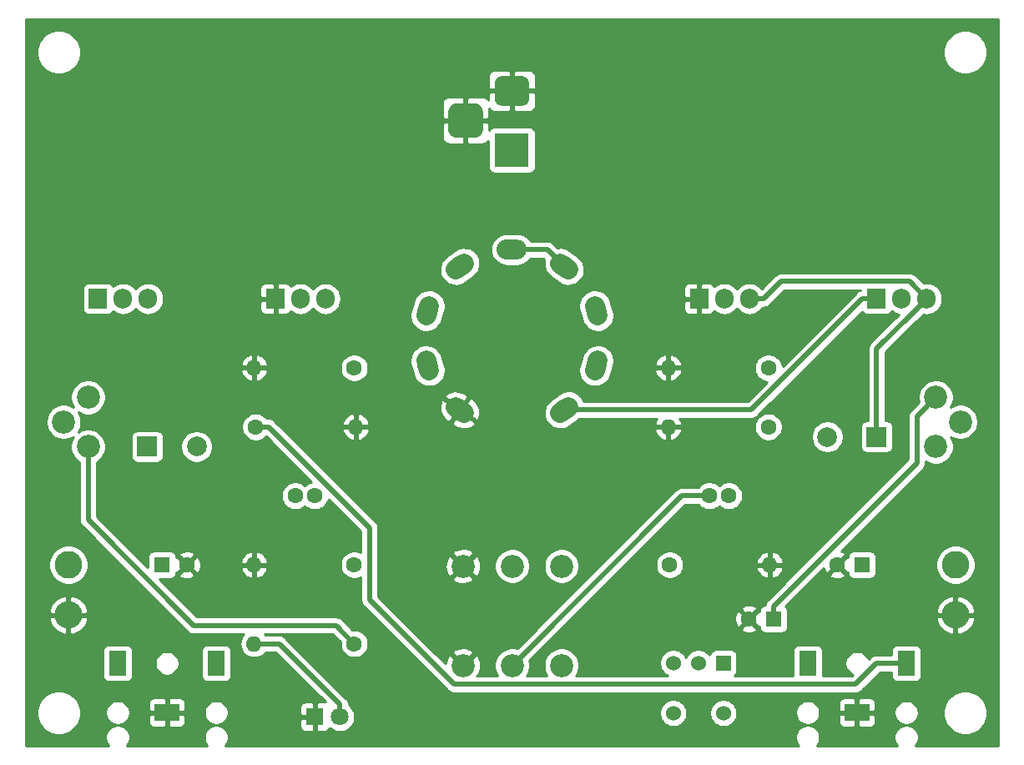
<source format=gbr>
G04 #@! TF.GenerationSoftware,KiCad,Pcbnew,(5.1.0)-1*
G04 #@! TF.CreationDate,2019-04-15T23:00:07-07:00*
G04 #@! TF.ProjectId,12AU7-Amplifier,31324155-372d-4416-9d70-6c6966696572,rev?*
G04 #@! TF.SameCoordinates,Original*
G04 #@! TF.FileFunction,Copper,L2,Bot*
G04 #@! TF.FilePolarity,Positive*
%FSLAX46Y46*%
G04 Gerber Fmt 4.6, Leading zero omitted, Abs format (unit mm)*
G04 Created by KiCad (PCBNEW (5.1.0)-1) date 2019-04-15 23:00:07*
%MOMM*%
%LPD*%
G04 APERTURE LIST*
%ADD10O,2.800000X2.800000*%
%ADD11C,2.800000*%
%ADD12C,1.524000*%
%ADD13R,1.524000X1.524000*%
%ADD14C,1.600000*%
%ADD15R,1.600000X1.600000*%
%ADD16C,2.340000*%
%ADD17R,2.500000X1.800000*%
%ADD18R,1.800000X2.500000*%
%ADD19C,2.030000*%
%ADD20C,2.030000*%
%ADD21O,3.050000X2.030000*%
%ADD22O,1.905000X2.000000*%
%ADD23R,1.905000X2.000000*%
%ADD24O,1.600000X1.600000*%
%ADD25C,0.100000*%
%ADD26C,3.500000*%
%ADD27C,3.000000*%
%ADD28R,3.500000X3.500000*%
%ADD29C,1.800000*%
%ADD30R,1.800000X1.800000*%
%ADD31C,2.000000*%
%ADD32R,2.000000X2.000000*%
%ADD33C,0.500000*%
%ADD34C,0.254000*%
G04 APERTURE END LIST*
D10*
X195000000Y-136080000D03*
D11*
X195000000Y-131000000D03*
D12*
X171450000Y-146050000D03*
X166370000Y-146050000D03*
X166370000Y-140970000D03*
X168910000Y-140970000D03*
D13*
X171450000Y-140970000D03*
D14*
X174030000Y-136500000D03*
D15*
X176530000Y-136500000D03*
D16*
X145025400Y-131123720D03*
X150025400Y-131123720D03*
X155025400Y-131123720D03*
X145025400Y-141203720D03*
X150025400Y-141203720D03*
X155025400Y-141203720D03*
D17*
X185000000Y-146000000D03*
D18*
X190000000Y-141000000D03*
X180000000Y-141000000D03*
D17*
X115000000Y-146000000D03*
D18*
X120000000Y-141000000D03*
X110000000Y-141000000D03*
D19*
X155290000Y-115280000D03*
D20*
X155702599Y-114980230D02*
X154877401Y-115579770D01*
D19*
X158560000Y-110780000D03*
D20*
X158717599Y-110294961D02*
X158402401Y-111265039D01*
D19*
X158560000Y-105220000D03*
D20*
X158402401Y-104734961D02*
X158717599Y-105705039D01*
D19*
X155290000Y-100720000D03*
D20*
X154877401Y-100420230D02*
X155702599Y-101019770D01*
D21*
X150000000Y-99000000D03*
D19*
X144710000Y-100720000D03*
D20*
X145122599Y-100420230D02*
X144297401Y-101019770D01*
D19*
X141440000Y-105220000D03*
D20*
X141597599Y-104734961D02*
X141282401Y-105705039D01*
D19*
X141440000Y-110780000D03*
D20*
X141282401Y-110294961D02*
X141597599Y-111265039D01*
D19*
X144710000Y-115280000D03*
D20*
X144297401Y-114980230D02*
X145122599Y-115579770D01*
D22*
X131080000Y-104000000D03*
X128540000Y-104000000D03*
D23*
X126000000Y-104000000D03*
D22*
X174080000Y-104000000D03*
X171540000Y-104000000D03*
D23*
X169000000Y-104000000D03*
D16*
X107000000Y-119000000D03*
X104500000Y-116500000D03*
X107000000Y-114000000D03*
X193000000Y-114000000D03*
X195500000Y-116500000D03*
X193000000Y-119000000D03*
D24*
X134160000Y-117000000D03*
D14*
X124000000Y-117000000D03*
D24*
X165840000Y-117000000D03*
D14*
X176000000Y-117000000D03*
D24*
X123840000Y-111000000D03*
D14*
X134000000Y-111000000D03*
D24*
X165840000Y-111000000D03*
D14*
X176000000Y-111000000D03*
D10*
X105000000Y-136080000D03*
D11*
X105000000Y-131000000D03*
D24*
X123840000Y-131000000D03*
D14*
X134000000Y-131000000D03*
D24*
X176160000Y-131000000D03*
D14*
X166000000Y-131000000D03*
X134000000Y-139000000D03*
D24*
X123840000Y-139000000D03*
D22*
X113080000Y-104000000D03*
X110540000Y-104000000D03*
D23*
X108000000Y-104000000D03*
D22*
X192080000Y-104000000D03*
X189540000Y-104000000D03*
D23*
X187000000Y-104000000D03*
D25*
G36*
X146260765Y-84154213D02*
G01*
X146345704Y-84166813D01*
X146428999Y-84187677D01*
X146509848Y-84216605D01*
X146587472Y-84253319D01*
X146661124Y-84297464D01*
X146730094Y-84348616D01*
X146793718Y-84406282D01*
X146851384Y-84469906D01*
X146902536Y-84538876D01*
X146946681Y-84612528D01*
X146983395Y-84690152D01*
X147012323Y-84771001D01*
X147033187Y-84854296D01*
X147045787Y-84939235D01*
X147050000Y-85025000D01*
X147050000Y-86775000D01*
X147045787Y-86860765D01*
X147033187Y-86945704D01*
X147012323Y-87028999D01*
X146983395Y-87109848D01*
X146946681Y-87187472D01*
X146902536Y-87261124D01*
X146851384Y-87330094D01*
X146793718Y-87393718D01*
X146730094Y-87451384D01*
X146661124Y-87502536D01*
X146587472Y-87546681D01*
X146509848Y-87583395D01*
X146428999Y-87612323D01*
X146345704Y-87633187D01*
X146260765Y-87645787D01*
X146175000Y-87650000D01*
X144425000Y-87650000D01*
X144339235Y-87645787D01*
X144254296Y-87633187D01*
X144171001Y-87612323D01*
X144090152Y-87583395D01*
X144012528Y-87546681D01*
X143938876Y-87502536D01*
X143869906Y-87451384D01*
X143806282Y-87393718D01*
X143748616Y-87330094D01*
X143697464Y-87261124D01*
X143653319Y-87187472D01*
X143616605Y-87109848D01*
X143587677Y-87028999D01*
X143566813Y-86945704D01*
X143554213Y-86860765D01*
X143550000Y-86775000D01*
X143550000Y-85025000D01*
X143554213Y-84939235D01*
X143566813Y-84854296D01*
X143587677Y-84771001D01*
X143616605Y-84690152D01*
X143653319Y-84612528D01*
X143697464Y-84538876D01*
X143748616Y-84469906D01*
X143806282Y-84406282D01*
X143869906Y-84348616D01*
X143938876Y-84297464D01*
X144012528Y-84253319D01*
X144090152Y-84216605D01*
X144171001Y-84187677D01*
X144254296Y-84166813D01*
X144339235Y-84154213D01*
X144425000Y-84150000D01*
X146175000Y-84150000D01*
X146260765Y-84154213D01*
X146260765Y-84154213D01*
G37*
D26*
X145300000Y-85900000D03*
D25*
G36*
X151073513Y-81403611D02*
G01*
X151146318Y-81414411D01*
X151217714Y-81432295D01*
X151287013Y-81457090D01*
X151353548Y-81488559D01*
X151416678Y-81526398D01*
X151475795Y-81570242D01*
X151530330Y-81619670D01*
X151579758Y-81674205D01*
X151623602Y-81733322D01*
X151661441Y-81796452D01*
X151692910Y-81862987D01*
X151717705Y-81932286D01*
X151735589Y-82003682D01*
X151746389Y-82076487D01*
X151750000Y-82150000D01*
X151750000Y-83650000D01*
X151746389Y-83723513D01*
X151735589Y-83796318D01*
X151717705Y-83867714D01*
X151692910Y-83937013D01*
X151661441Y-84003548D01*
X151623602Y-84066678D01*
X151579758Y-84125795D01*
X151530330Y-84180330D01*
X151475795Y-84229758D01*
X151416678Y-84273602D01*
X151353548Y-84311441D01*
X151287013Y-84342910D01*
X151217714Y-84367705D01*
X151146318Y-84385589D01*
X151073513Y-84396389D01*
X151000000Y-84400000D01*
X149000000Y-84400000D01*
X148926487Y-84396389D01*
X148853682Y-84385589D01*
X148782286Y-84367705D01*
X148712987Y-84342910D01*
X148646452Y-84311441D01*
X148583322Y-84273602D01*
X148524205Y-84229758D01*
X148469670Y-84180330D01*
X148420242Y-84125795D01*
X148376398Y-84066678D01*
X148338559Y-84003548D01*
X148307090Y-83937013D01*
X148282295Y-83867714D01*
X148264411Y-83796318D01*
X148253611Y-83723513D01*
X148250000Y-83650000D01*
X148250000Y-82150000D01*
X148253611Y-82076487D01*
X148264411Y-82003682D01*
X148282295Y-81932286D01*
X148307090Y-81862987D01*
X148338559Y-81796452D01*
X148376398Y-81733322D01*
X148420242Y-81674205D01*
X148469670Y-81619670D01*
X148524205Y-81570242D01*
X148583322Y-81526398D01*
X148646452Y-81488559D01*
X148712987Y-81457090D01*
X148782286Y-81432295D01*
X148853682Y-81414411D01*
X148926487Y-81403611D01*
X149000000Y-81400000D01*
X151000000Y-81400000D01*
X151073513Y-81403611D01*
X151073513Y-81403611D01*
G37*
D27*
X150000000Y-82900000D03*
D28*
X150000000Y-88900000D03*
D29*
X132540000Y-146430000D03*
D30*
X130000000Y-146430000D03*
D31*
X118000000Y-119000000D03*
D32*
X113000000Y-119000000D03*
D31*
X182000000Y-118000000D03*
D32*
X187000000Y-118000000D03*
D14*
X117000000Y-131000000D03*
D15*
X114500000Y-131000000D03*
D14*
X183000000Y-131000000D03*
D15*
X185500000Y-131000000D03*
D14*
X128000000Y-124000000D03*
X130000000Y-124000000D03*
X172000000Y-124000000D03*
X170000000Y-124000000D03*
D33*
X167229120Y-124000000D02*
X150025400Y-141203720D01*
X170000000Y-124000000D02*
X167229120Y-124000000D01*
X192080000Y-104047500D02*
X192080000Y-104000000D01*
X190627500Y-105500000D02*
X192080000Y-104047500D01*
X190580000Y-105500000D02*
X190627500Y-105500000D01*
X187000000Y-109080000D02*
X190580000Y-105500000D01*
X187000000Y-118000000D02*
X187000000Y-109080000D01*
X192080000Y-103952500D02*
X192080000Y-104000000D01*
X190377490Y-102249990D02*
X192080000Y-103952500D01*
X177282510Y-102249990D02*
X190377490Y-102249990D01*
X175532500Y-104000000D02*
X177282510Y-102249990D01*
X174080000Y-104000000D02*
X175532500Y-104000000D01*
X125131370Y-117000000D02*
X124000000Y-117000000D01*
X125294002Y-117000000D02*
X125131370Y-117000000D01*
X135550001Y-127255999D02*
X125294002Y-117000000D01*
X135550001Y-134569923D02*
X135550001Y-127255999D01*
X144103799Y-143123721D02*
X135550001Y-134569923D01*
X184874281Y-143123721D02*
X144103799Y-143123721D01*
X186998002Y-141000000D02*
X184874281Y-143123721D01*
X190000000Y-141000000D02*
X186998002Y-141000000D01*
X124971370Y-139000000D02*
X123840000Y-139000000D01*
X126382792Y-139000000D02*
X124971370Y-139000000D01*
X132540000Y-145157208D02*
X126382792Y-139000000D01*
X132540000Y-146430000D02*
X132540000Y-145157208D01*
X153570000Y-99000000D02*
X155290000Y-100720000D01*
X150000000Y-99000000D02*
X153570000Y-99000000D01*
X191830001Y-115169999D02*
X193000000Y-114000000D01*
X191079999Y-115920001D02*
X191830001Y-115169999D01*
X191079999Y-120650001D02*
X191079999Y-115920001D01*
X176530000Y-135200000D02*
X191079999Y-120650001D01*
X176530000Y-136500000D02*
X176530000Y-135200000D01*
X107000000Y-120654629D02*
X107000000Y-119000000D01*
X107000000Y-126450002D02*
X107000000Y-120654629D01*
X117709998Y-137160000D02*
X107000000Y-126450002D01*
X132160000Y-137160000D02*
X117709998Y-137160000D01*
X134000000Y-139000000D02*
X132160000Y-137160000D01*
X156768779Y-115280000D02*
X155290000Y-115280000D01*
X174267500Y-115280000D02*
X156768779Y-115280000D01*
X185547500Y-104000000D02*
X174267500Y-115280000D01*
X187000000Y-104000000D02*
X185547500Y-104000000D01*
D34*
G36*
X199340000Y-149340000D02*
G01*
X190906554Y-149340000D01*
X190959287Y-149287267D01*
X191094443Y-149084992D01*
X191187540Y-148860236D01*
X191235000Y-148621637D01*
X191235000Y-148378363D01*
X191187540Y-148139764D01*
X191094443Y-147915008D01*
X190959287Y-147712733D01*
X190787267Y-147540713D01*
X190584992Y-147405557D01*
X190360236Y-147312460D01*
X190121637Y-147265000D01*
X189878363Y-147265000D01*
X189639764Y-147312460D01*
X189415008Y-147405557D01*
X189212733Y-147540713D01*
X189040713Y-147712733D01*
X188905557Y-147915008D01*
X188812460Y-148139764D01*
X188765000Y-148378363D01*
X188765000Y-148621637D01*
X188812460Y-148860236D01*
X188905557Y-149084992D01*
X189040713Y-149287267D01*
X189093446Y-149340000D01*
X180906554Y-149340000D01*
X180959287Y-149287267D01*
X181094443Y-149084992D01*
X181187540Y-148860236D01*
X181235000Y-148621637D01*
X181235000Y-148378363D01*
X181187540Y-148139764D01*
X181094443Y-147915008D01*
X180959287Y-147712733D01*
X180787267Y-147540713D01*
X180584992Y-147405557D01*
X180360236Y-147312460D01*
X180121637Y-147265000D01*
X179878363Y-147265000D01*
X179639764Y-147312460D01*
X179415008Y-147405557D01*
X179212733Y-147540713D01*
X179040713Y-147712733D01*
X178905557Y-147915008D01*
X178812460Y-148139764D01*
X178765000Y-148378363D01*
X178765000Y-148621637D01*
X178812460Y-148860236D01*
X178905557Y-149084992D01*
X179040713Y-149287267D01*
X179093446Y-149340000D01*
X120906554Y-149340000D01*
X120959287Y-149287267D01*
X121094443Y-149084992D01*
X121187540Y-148860236D01*
X121235000Y-148621637D01*
X121235000Y-148378363D01*
X121187540Y-148139764D01*
X121094443Y-147915008D01*
X120959287Y-147712733D01*
X120787267Y-147540713D01*
X120584992Y-147405557D01*
X120402582Y-147330000D01*
X128461928Y-147330000D01*
X128474188Y-147454482D01*
X128510498Y-147574180D01*
X128569463Y-147684494D01*
X128648815Y-147781185D01*
X128745506Y-147860537D01*
X128855820Y-147919502D01*
X128975518Y-147955812D01*
X129100000Y-147968072D01*
X129714250Y-147965000D01*
X129873000Y-147806250D01*
X129873000Y-146557000D01*
X128623750Y-146557000D01*
X128465000Y-146715750D01*
X128461928Y-147330000D01*
X120402582Y-147330000D01*
X120360236Y-147312460D01*
X120121637Y-147265000D01*
X119878363Y-147265000D01*
X119639764Y-147312460D01*
X119415008Y-147405557D01*
X119212733Y-147540713D01*
X119040713Y-147712733D01*
X118905557Y-147915008D01*
X118812460Y-148139764D01*
X118765000Y-148378363D01*
X118765000Y-148621637D01*
X118812460Y-148860236D01*
X118905557Y-149084992D01*
X119040713Y-149287267D01*
X119093446Y-149340000D01*
X110906554Y-149340000D01*
X110959287Y-149287267D01*
X111094443Y-149084992D01*
X111187540Y-148860236D01*
X111235000Y-148621637D01*
X111235000Y-148378363D01*
X111187540Y-148139764D01*
X111094443Y-147915008D01*
X110959287Y-147712733D01*
X110787267Y-147540713D01*
X110584992Y-147405557D01*
X110360236Y-147312460D01*
X110121637Y-147265000D01*
X109878363Y-147265000D01*
X109639764Y-147312460D01*
X109415008Y-147405557D01*
X109212733Y-147540713D01*
X109040713Y-147712733D01*
X108905557Y-147915008D01*
X108812460Y-148139764D01*
X108765000Y-148378363D01*
X108765000Y-148621637D01*
X108812460Y-148860236D01*
X108905557Y-149084992D01*
X109040713Y-149287267D01*
X109093446Y-149340000D01*
X100660000Y-149340000D01*
X100660000Y-145779872D01*
X101765000Y-145779872D01*
X101765000Y-146220128D01*
X101850890Y-146651925D01*
X102019369Y-147058669D01*
X102263962Y-147424729D01*
X102575271Y-147736038D01*
X102941331Y-147980631D01*
X103348075Y-148149110D01*
X103779872Y-148235000D01*
X104220128Y-148235000D01*
X104651925Y-148149110D01*
X105058669Y-147980631D01*
X105424729Y-147736038D01*
X105736038Y-147424729D01*
X105980631Y-147058669D01*
X106149110Y-146651925D01*
X106235000Y-146220128D01*
X106235000Y-145878363D01*
X108765000Y-145878363D01*
X108765000Y-146121637D01*
X108812460Y-146360236D01*
X108905557Y-146584992D01*
X109040713Y-146787267D01*
X109212733Y-146959287D01*
X109415008Y-147094443D01*
X109639764Y-147187540D01*
X109878363Y-147235000D01*
X110121637Y-147235000D01*
X110360236Y-147187540D01*
X110584992Y-147094443D01*
X110787267Y-146959287D01*
X110846554Y-146900000D01*
X113111928Y-146900000D01*
X113124188Y-147024482D01*
X113160498Y-147144180D01*
X113219463Y-147254494D01*
X113298815Y-147351185D01*
X113395506Y-147430537D01*
X113505820Y-147489502D01*
X113625518Y-147525812D01*
X113750000Y-147538072D01*
X114714250Y-147535000D01*
X114873000Y-147376250D01*
X114873000Y-146127000D01*
X115127000Y-146127000D01*
X115127000Y-147376250D01*
X115285750Y-147535000D01*
X116250000Y-147538072D01*
X116374482Y-147525812D01*
X116494180Y-147489502D01*
X116604494Y-147430537D01*
X116701185Y-147351185D01*
X116780537Y-147254494D01*
X116839502Y-147144180D01*
X116875812Y-147024482D01*
X116888072Y-146900000D01*
X116885000Y-146285750D01*
X116726250Y-146127000D01*
X115127000Y-146127000D01*
X114873000Y-146127000D01*
X113273750Y-146127000D01*
X113115000Y-146285750D01*
X113111928Y-146900000D01*
X110846554Y-146900000D01*
X110959287Y-146787267D01*
X111094443Y-146584992D01*
X111187540Y-146360236D01*
X111235000Y-146121637D01*
X111235000Y-145878363D01*
X118765000Y-145878363D01*
X118765000Y-146121637D01*
X118812460Y-146360236D01*
X118905557Y-146584992D01*
X119040713Y-146787267D01*
X119212733Y-146959287D01*
X119415008Y-147094443D01*
X119639764Y-147187540D01*
X119878363Y-147235000D01*
X120121637Y-147235000D01*
X120360236Y-147187540D01*
X120584992Y-147094443D01*
X120787267Y-146959287D01*
X120959287Y-146787267D01*
X121094443Y-146584992D01*
X121187540Y-146360236D01*
X121235000Y-146121637D01*
X121235000Y-145878363D01*
X121187540Y-145639764D01*
X121142075Y-145530000D01*
X128461928Y-145530000D01*
X128465000Y-146144250D01*
X128623750Y-146303000D01*
X129873000Y-146303000D01*
X129873000Y-145053750D01*
X129714250Y-144895000D01*
X129100000Y-144891928D01*
X128975518Y-144904188D01*
X128855820Y-144940498D01*
X128745506Y-144999463D01*
X128648815Y-145078815D01*
X128569463Y-145175506D01*
X128510498Y-145285820D01*
X128474188Y-145405518D01*
X128461928Y-145530000D01*
X121142075Y-145530000D01*
X121094443Y-145415008D01*
X120959287Y-145212733D01*
X120787267Y-145040713D01*
X120584992Y-144905557D01*
X120360236Y-144812460D01*
X120121637Y-144765000D01*
X119878363Y-144765000D01*
X119639764Y-144812460D01*
X119415008Y-144905557D01*
X119212733Y-145040713D01*
X119040713Y-145212733D01*
X118905557Y-145415008D01*
X118812460Y-145639764D01*
X118765000Y-145878363D01*
X111235000Y-145878363D01*
X111187540Y-145639764D01*
X111094443Y-145415008D01*
X110959287Y-145212733D01*
X110846554Y-145100000D01*
X113111928Y-145100000D01*
X113115000Y-145714250D01*
X113273750Y-145873000D01*
X114873000Y-145873000D01*
X114873000Y-144623750D01*
X115127000Y-144623750D01*
X115127000Y-145873000D01*
X116726250Y-145873000D01*
X116885000Y-145714250D01*
X116888072Y-145100000D01*
X116875812Y-144975518D01*
X116839502Y-144855820D01*
X116780537Y-144745506D01*
X116701185Y-144648815D01*
X116604494Y-144569463D01*
X116494180Y-144510498D01*
X116374482Y-144474188D01*
X116250000Y-144461928D01*
X115285750Y-144465000D01*
X115127000Y-144623750D01*
X114873000Y-144623750D01*
X114714250Y-144465000D01*
X113750000Y-144461928D01*
X113625518Y-144474188D01*
X113505820Y-144510498D01*
X113395506Y-144569463D01*
X113298815Y-144648815D01*
X113219463Y-144745506D01*
X113160498Y-144855820D01*
X113124188Y-144975518D01*
X113111928Y-145100000D01*
X110846554Y-145100000D01*
X110787267Y-145040713D01*
X110584992Y-144905557D01*
X110360236Y-144812460D01*
X110121637Y-144765000D01*
X109878363Y-144765000D01*
X109639764Y-144812460D01*
X109415008Y-144905557D01*
X109212733Y-145040713D01*
X109040713Y-145212733D01*
X108905557Y-145415008D01*
X108812460Y-145639764D01*
X108765000Y-145878363D01*
X106235000Y-145878363D01*
X106235000Y-145779872D01*
X106149110Y-145348075D01*
X105980631Y-144941331D01*
X105736038Y-144575271D01*
X105424729Y-144263962D01*
X105058669Y-144019369D01*
X104651925Y-143850890D01*
X104220128Y-143765000D01*
X103779872Y-143765000D01*
X103348075Y-143850890D01*
X102941331Y-144019369D01*
X102575271Y-144263962D01*
X102263962Y-144575271D01*
X102019369Y-144941331D01*
X101850890Y-145348075D01*
X101765000Y-145779872D01*
X100660000Y-145779872D01*
X100660000Y-139750000D01*
X108461928Y-139750000D01*
X108461928Y-142250000D01*
X108474188Y-142374482D01*
X108510498Y-142494180D01*
X108569463Y-142604494D01*
X108648815Y-142701185D01*
X108745506Y-142780537D01*
X108855820Y-142839502D01*
X108975518Y-142875812D01*
X109100000Y-142888072D01*
X110900000Y-142888072D01*
X111024482Y-142875812D01*
X111144180Y-142839502D01*
X111254494Y-142780537D01*
X111351185Y-142701185D01*
X111430537Y-142604494D01*
X111489502Y-142494180D01*
X111525812Y-142374482D01*
X111538072Y-142250000D01*
X111538072Y-140878363D01*
X113765000Y-140878363D01*
X113765000Y-141121637D01*
X113812460Y-141360236D01*
X113905557Y-141584992D01*
X114040713Y-141787267D01*
X114212733Y-141959287D01*
X114415008Y-142094443D01*
X114639764Y-142187540D01*
X114878363Y-142235000D01*
X115121637Y-142235000D01*
X115360236Y-142187540D01*
X115584992Y-142094443D01*
X115787267Y-141959287D01*
X115959287Y-141787267D01*
X116094443Y-141584992D01*
X116187540Y-141360236D01*
X116235000Y-141121637D01*
X116235000Y-140878363D01*
X116187540Y-140639764D01*
X116094443Y-140415008D01*
X115959287Y-140212733D01*
X115787267Y-140040713D01*
X115584992Y-139905557D01*
X115360236Y-139812460D01*
X115121637Y-139765000D01*
X114878363Y-139765000D01*
X114639764Y-139812460D01*
X114415008Y-139905557D01*
X114212733Y-140040713D01*
X114040713Y-140212733D01*
X113905557Y-140415008D01*
X113812460Y-140639764D01*
X113765000Y-140878363D01*
X111538072Y-140878363D01*
X111538072Y-139750000D01*
X118461928Y-139750000D01*
X118461928Y-142250000D01*
X118474188Y-142374482D01*
X118510498Y-142494180D01*
X118569463Y-142604494D01*
X118648815Y-142701185D01*
X118745506Y-142780537D01*
X118855820Y-142839502D01*
X118975518Y-142875812D01*
X119100000Y-142888072D01*
X120900000Y-142888072D01*
X121024482Y-142875812D01*
X121144180Y-142839502D01*
X121254494Y-142780537D01*
X121351185Y-142701185D01*
X121430537Y-142604494D01*
X121489502Y-142494180D01*
X121525812Y-142374482D01*
X121538072Y-142250000D01*
X121538072Y-139750000D01*
X121525812Y-139625518D01*
X121489502Y-139505820D01*
X121430537Y-139395506D01*
X121351185Y-139298815D01*
X121254494Y-139219463D01*
X121144180Y-139160498D01*
X121024482Y-139124188D01*
X120900000Y-139111928D01*
X119100000Y-139111928D01*
X118975518Y-139124188D01*
X118855820Y-139160498D01*
X118745506Y-139219463D01*
X118648815Y-139298815D01*
X118569463Y-139395506D01*
X118510498Y-139505820D01*
X118474188Y-139625518D01*
X118461928Y-139750000D01*
X111538072Y-139750000D01*
X111525812Y-139625518D01*
X111489502Y-139505820D01*
X111430537Y-139395506D01*
X111351185Y-139298815D01*
X111254494Y-139219463D01*
X111144180Y-139160498D01*
X111024482Y-139124188D01*
X110900000Y-139111928D01*
X109100000Y-139111928D01*
X108975518Y-139124188D01*
X108855820Y-139160498D01*
X108745506Y-139219463D01*
X108648815Y-139298815D01*
X108569463Y-139395506D01*
X108510498Y-139505820D01*
X108474188Y-139625518D01*
X108461928Y-139750000D01*
X100660000Y-139750000D01*
X100660000Y-136523161D01*
X103013836Y-136523161D01*
X103138456Y-136902127D01*
X103334614Y-137249499D01*
X103594772Y-137551928D01*
X103908932Y-137797792D01*
X104265021Y-137977642D01*
X104556840Y-138066160D01*
X104873000Y-137951947D01*
X104873000Y-136207000D01*
X105127000Y-136207000D01*
X105127000Y-137951947D01*
X105443160Y-138066160D01*
X105734979Y-137977642D01*
X106091068Y-137797792D01*
X106405228Y-137551928D01*
X106665386Y-137249499D01*
X106861544Y-136902127D01*
X106986164Y-136523161D01*
X106872287Y-136207000D01*
X105127000Y-136207000D01*
X104873000Y-136207000D01*
X103127713Y-136207000D01*
X103013836Y-136523161D01*
X100660000Y-136523161D01*
X100660000Y-135636839D01*
X103013836Y-135636839D01*
X103127713Y-135953000D01*
X104873000Y-135953000D01*
X104873000Y-134208053D01*
X105127000Y-134208053D01*
X105127000Y-135953000D01*
X106872287Y-135953000D01*
X106986164Y-135636839D01*
X106861544Y-135257873D01*
X106665386Y-134910501D01*
X106405228Y-134608072D01*
X106091068Y-134362208D01*
X105734979Y-134182358D01*
X105443160Y-134093840D01*
X105127000Y-134208053D01*
X104873000Y-134208053D01*
X104556840Y-134093840D01*
X104265021Y-134182358D01*
X103908932Y-134362208D01*
X103594772Y-134608072D01*
X103334614Y-134910501D01*
X103138456Y-135257873D01*
X103013836Y-135636839D01*
X100660000Y-135636839D01*
X100660000Y-130799570D01*
X102965000Y-130799570D01*
X102965000Y-131200430D01*
X103043204Y-131593587D01*
X103196607Y-131963934D01*
X103419313Y-132297237D01*
X103702763Y-132580687D01*
X104036066Y-132803393D01*
X104406413Y-132956796D01*
X104799570Y-133035000D01*
X105200430Y-133035000D01*
X105593587Y-132956796D01*
X105963934Y-132803393D01*
X106297237Y-132580687D01*
X106580687Y-132297237D01*
X106803393Y-131963934D01*
X106956796Y-131593587D01*
X107035000Y-131200430D01*
X107035000Y-130799570D01*
X106956796Y-130406413D01*
X106803393Y-130036066D01*
X106580687Y-129702763D01*
X106297237Y-129419313D01*
X105963934Y-129196607D01*
X105593587Y-129043204D01*
X105200430Y-128965000D01*
X104799570Y-128965000D01*
X104406413Y-129043204D01*
X104036066Y-129196607D01*
X103702763Y-129419313D01*
X103419313Y-129702763D01*
X103196607Y-130036066D01*
X103043204Y-130406413D01*
X102965000Y-130799570D01*
X100660000Y-130799570D01*
X100660000Y-116322223D01*
X102695000Y-116322223D01*
X102695000Y-116677777D01*
X102764365Y-117026499D01*
X102900429Y-117354988D01*
X103097965Y-117650621D01*
X103349379Y-117902035D01*
X103645012Y-118099571D01*
X103973501Y-118235635D01*
X104322223Y-118305000D01*
X104677777Y-118305000D01*
X105026499Y-118235635D01*
X105354988Y-118099571D01*
X105491933Y-118008067D01*
X105400429Y-118145012D01*
X105264365Y-118473501D01*
X105195000Y-118822223D01*
X105195000Y-119177777D01*
X105264365Y-119526499D01*
X105400429Y-119854988D01*
X105597965Y-120150621D01*
X105849379Y-120402035D01*
X106115000Y-120579518D01*
X106115000Y-120698105D01*
X106115001Y-120698115D01*
X106115000Y-126406533D01*
X106110719Y-126450002D01*
X106115000Y-126493471D01*
X106115000Y-126493478D01*
X106126212Y-126607316D01*
X106127805Y-126623492D01*
X106139169Y-126660952D01*
X106178411Y-126790314D01*
X106260589Y-126944060D01*
X106371183Y-127078819D01*
X106404956Y-127106536D01*
X117053468Y-137755049D01*
X117081181Y-137788817D01*
X117114949Y-137816530D01*
X117114951Y-137816532D01*
X117164957Y-137857571D01*
X117215939Y-137899411D01*
X117369685Y-137981589D01*
X117536508Y-138032195D01*
X117666521Y-138045000D01*
X117666531Y-138045000D01*
X117709997Y-138049281D01*
X117753463Y-138045000D01*
X122767370Y-138045000D01*
X122641068Y-138198899D01*
X122507818Y-138448192D01*
X122425764Y-138718691D01*
X122398057Y-139000000D01*
X122425764Y-139281309D01*
X122507818Y-139551808D01*
X122641068Y-139801101D01*
X122820392Y-140019608D01*
X123038899Y-140198932D01*
X123288192Y-140332182D01*
X123558691Y-140414236D01*
X123769508Y-140435000D01*
X123910492Y-140435000D01*
X124121309Y-140414236D01*
X124391808Y-140332182D01*
X124641101Y-140198932D01*
X124859608Y-140019608D01*
X124970078Y-139885000D01*
X126016214Y-139885000D01*
X131040156Y-144908943D01*
X131024482Y-144904188D01*
X130900000Y-144891928D01*
X130285750Y-144895000D01*
X130127000Y-145053750D01*
X130127000Y-146303000D01*
X130147000Y-146303000D01*
X130147000Y-146557000D01*
X130127000Y-146557000D01*
X130127000Y-147806250D01*
X130285750Y-147965000D01*
X130900000Y-147968072D01*
X131024482Y-147955812D01*
X131144180Y-147919502D01*
X131254494Y-147860537D01*
X131351185Y-147781185D01*
X131430537Y-147684494D01*
X131489502Y-147574180D01*
X131495056Y-147555873D01*
X131561495Y-147622312D01*
X131812905Y-147790299D01*
X132092257Y-147906011D01*
X132388816Y-147965000D01*
X132691184Y-147965000D01*
X132987743Y-147906011D01*
X133267095Y-147790299D01*
X133518505Y-147622312D01*
X133732312Y-147408505D01*
X133900299Y-147157095D01*
X134016011Y-146877743D01*
X134075000Y-146581184D01*
X134075000Y-146278816D01*
X134016011Y-145982257D01*
X133987079Y-145912408D01*
X164973000Y-145912408D01*
X164973000Y-146187592D01*
X165026686Y-146457490D01*
X165131995Y-146711727D01*
X165284880Y-146940535D01*
X165479465Y-147135120D01*
X165708273Y-147288005D01*
X165962510Y-147393314D01*
X166232408Y-147447000D01*
X166507592Y-147447000D01*
X166777490Y-147393314D01*
X167031727Y-147288005D01*
X167260535Y-147135120D01*
X167455120Y-146940535D01*
X167608005Y-146711727D01*
X167713314Y-146457490D01*
X167767000Y-146187592D01*
X167767000Y-145912408D01*
X170053000Y-145912408D01*
X170053000Y-146187592D01*
X170106686Y-146457490D01*
X170211995Y-146711727D01*
X170364880Y-146940535D01*
X170559465Y-147135120D01*
X170788273Y-147288005D01*
X171042510Y-147393314D01*
X171312408Y-147447000D01*
X171587592Y-147447000D01*
X171857490Y-147393314D01*
X172111727Y-147288005D01*
X172340535Y-147135120D01*
X172535120Y-146940535D01*
X172688005Y-146711727D01*
X172793314Y-146457490D01*
X172847000Y-146187592D01*
X172847000Y-145912408D01*
X172840229Y-145878363D01*
X178765000Y-145878363D01*
X178765000Y-146121637D01*
X178812460Y-146360236D01*
X178905557Y-146584992D01*
X179040713Y-146787267D01*
X179212733Y-146959287D01*
X179415008Y-147094443D01*
X179639764Y-147187540D01*
X179878363Y-147235000D01*
X180121637Y-147235000D01*
X180360236Y-147187540D01*
X180584992Y-147094443D01*
X180787267Y-146959287D01*
X180846554Y-146900000D01*
X183111928Y-146900000D01*
X183124188Y-147024482D01*
X183160498Y-147144180D01*
X183219463Y-147254494D01*
X183298815Y-147351185D01*
X183395506Y-147430537D01*
X183505820Y-147489502D01*
X183625518Y-147525812D01*
X183750000Y-147538072D01*
X184714250Y-147535000D01*
X184873000Y-147376250D01*
X184873000Y-146127000D01*
X185127000Y-146127000D01*
X185127000Y-147376250D01*
X185285750Y-147535000D01*
X186250000Y-147538072D01*
X186374482Y-147525812D01*
X186494180Y-147489502D01*
X186604494Y-147430537D01*
X186701185Y-147351185D01*
X186780537Y-147254494D01*
X186839502Y-147144180D01*
X186875812Y-147024482D01*
X186888072Y-146900000D01*
X186885000Y-146285750D01*
X186726250Y-146127000D01*
X185127000Y-146127000D01*
X184873000Y-146127000D01*
X183273750Y-146127000D01*
X183115000Y-146285750D01*
X183111928Y-146900000D01*
X180846554Y-146900000D01*
X180959287Y-146787267D01*
X181094443Y-146584992D01*
X181187540Y-146360236D01*
X181235000Y-146121637D01*
X181235000Y-145878363D01*
X188765000Y-145878363D01*
X188765000Y-146121637D01*
X188812460Y-146360236D01*
X188905557Y-146584992D01*
X189040713Y-146787267D01*
X189212733Y-146959287D01*
X189415008Y-147094443D01*
X189639764Y-147187540D01*
X189878363Y-147235000D01*
X190121637Y-147235000D01*
X190360236Y-147187540D01*
X190584992Y-147094443D01*
X190787267Y-146959287D01*
X190959287Y-146787267D01*
X191094443Y-146584992D01*
X191187540Y-146360236D01*
X191235000Y-146121637D01*
X191235000Y-145878363D01*
X191215410Y-145779872D01*
X193765000Y-145779872D01*
X193765000Y-146220128D01*
X193850890Y-146651925D01*
X194019369Y-147058669D01*
X194263962Y-147424729D01*
X194575271Y-147736038D01*
X194941331Y-147980631D01*
X195348075Y-148149110D01*
X195779872Y-148235000D01*
X196220128Y-148235000D01*
X196651925Y-148149110D01*
X197058669Y-147980631D01*
X197424729Y-147736038D01*
X197736038Y-147424729D01*
X197980631Y-147058669D01*
X198149110Y-146651925D01*
X198235000Y-146220128D01*
X198235000Y-145779872D01*
X198149110Y-145348075D01*
X197980631Y-144941331D01*
X197736038Y-144575271D01*
X197424729Y-144263962D01*
X197058669Y-144019369D01*
X196651925Y-143850890D01*
X196220128Y-143765000D01*
X195779872Y-143765000D01*
X195348075Y-143850890D01*
X194941331Y-144019369D01*
X194575271Y-144263962D01*
X194263962Y-144575271D01*
X194019369Y-144941331D01*
X193850890Y-145348075D01*
X193765000Y-145779872D01*
X191215410Y-145779872D01*
X191187540Y-145639764D01*
X191094443Y-145415008D01*
X190959287Y-145212733D01*
X190787267Y-145040713D01*
X190584992Y-144905557D01*
X190360236Y-144812460D01*
X190121637Y-144765000D01*
X189878363Y-144765000D01*
X189639764Y-144812460D01*
X189415008Y-144905557D01*
X189212733Y-145040713D01*
X189040713Y-145212733D01*
X188905557Y-145415008D01*
X188812460Y-145639764D01*
X188765000Y-145878363D01*
X181235000Y-145878363D01*
X181187540Y-145639764D01*
X181094443Y-145415008D01*
X180959287Y-145212733D01*
X180846554Y-145100000D01*
X183111928Y-145100000D01*
X183115000Y-145714250D01*
X183273750Y-145873000D01*
X184873000Y-145873000D01*
X184873000Y-144623750D01*
X185127000Y-144623750D01*
X185127000Y-145873000D01*
X186726250Y-145873000D01*
X186885000Y-145714250D01*
X186888072Y-145100000D01*
X186875812Y-144975518D01*
X186839502Y-144855820D01*
X186780537Y-144745506D01*
X186701185Y-144648815D01*
X186604494Y-144569463D01*
X186494180Y-144510498D01*
X186374482Y-144474188D01*
X186250000Y-144461928D01*
X185285750Y-144465000D01*
X185127000Y-144623750D01*
X184873000Y-144623750D01*
X184714250Y-144465000D01*
X183750000Y-144461928D01*
X183625518Y-144474188D01*
X183505820Y-144510498D01*
X183395506Y-144569463D01*
X183298815Y-144648815D01*
X183219463Y-144745506D01*
X183160498Y-144855820D01*
X183124188Y-144975518D01*
X183111928Y-145100000D01*
X180846554Y-145100000D01*
X180787267Y-145040713D01*
X180584992Y-144905557D01*
X180360236Y-144812460D01*
X180121637Y-144765000D01*
X179878363Y-144765000D01*
X179639764Y-144812460D01*
X179415008Y-144905557D01*
X179212733Y-145040713D01*
X179040713Y-145212733D01*
X178905557Y-145415008D01*
X178812460Y-145639764D01*
X178765000Y-145878363D01*
X172840229Y-145878363D01*
X172793314Y-145642510D01*
X172688005Y-145388273D01*
X172535120Y-145159465D01*
X172340535Y-144964880D01*
X172111727Y-144811995D01*
X171857490Y-144706686D01*
X171587592Y-144653000D01*
X171312408Y-144653000D01*
X171042510Y-144706686D01*
X170788273Y-144811995D01*
X170559465Y-144964880D01*
X170364880Y-145159465D01*
X170211995Y-145388273D01*
X170106686Y-145642510D01*
X170053000Y-145912408D01*
X167767000Y-145912408D01*
X167713314Y-145642510D01*
X167608005Y-145388273D01*
X167455120Y-145159465D01*
X167260535Y-144964880D01*
X167031727Y-144811995D01*
X166777490Y-144706686D01*
X166507592Y-144653000D01*
X166232408Y-144653000D01*
X165962510Y-144706686D01*
X165708273Y-144811995D01*
X165479465Y-144964880D01*
X165284880Y-145159465D01*
X165131995Y-145388273D01*
X165026686Y-145642510D01*
X164973000Y-145912408D01*
X133987079Y-145912408D01*
X133900299Y-145702905D01*
X133732312Y-145451495D01*
X133518505Y-145237688D01*
X133427353Y-145176782D01*
X133429281Y-145157207D01*
X133425000Y-145113741D01*
X133425000Y-145113731D01*
X133412195Y-144983718D01*
X133361589Y-144816895D01*
X133279411Y-144663149D01*
X133207291Y-144575271D01*
X133196532Y-144562161D01*
X133196530Y-144562159D01*
X133168817Y-144528391D01*
X133135049Y-144500678D01*
X127039326Y-138404956D01*
X127011609Y-138371183D01*
X126876851Y-138260589D01*
X126723105Y-138178411D01*
X126556282Y-138127805D01*
X126426269Y-138115000D01*
X126426261Y-138115000D01*
X126382792Y-138110719D01*
X126339323Y-138115000D01*
X124970078Y-138115000D01*
X124912630Y-138045000D01*
X131793422Y-138045000D01*
X132571983Y-138823561D01*
X132565000Y-138858665D01*
X132565000Y-139141335D01*
X132620147Y-139418574D01*
X132728320Y-139679727D01*
X132885363Y-139914759D01*
X133085241Y-140114637D01*
X133320273Y-140271680D01*
X133581426Y-140379853D01*
X133858665Y-140435000D01*
X134141335Y-140435000D01*
X134418574Y-140379853D01*
X134679727Y-140271680D01*
X134914759Y-140114637D01*
X135114637Y-139914759D01*
X135271680Y-139679727D01*
X135379853Y-139418574D01*
X135435000Y-139141335D01*
X135435000Y-138858665D01*
X135379853Y-138581426D01*
X135271680Y-138320273D01*
X135114637Y-138085241D01*
X134914759Y-137885363D01*
X134679727Y-137728320D01*
X134418574Y-137620147D01*
X134141335Y-137565000D01*
X133858665Y-137565000D01*
X133823561Y-137571983D01*
X132816534Y-136564956D01*
X132788817Y-136531183D01*
X132654059Y-136420589D01*
X132500313Y-136338411D01*
X132333490Y-136287805D01*
X132203477Y-136275000D01*
X132203469Y-136275000D01*
X132160000Y-136270719D01*
X132116531Y-136275000D01*
X118076577Y-136275000D01*
X114239649Y-132438072D01*
X115300000Y-132438072D01*
X115424482Y-132425812D01*
X115544180Y-132389502D01*
X115654494Y-132330537D01*
X115751185Y-132251185D01*
X115830537Y-132154494D01*
X115889502Y-132044180D01*
X115905117Y-131992702D01*
X116186903Y-131992702D01*
X116258486Y-132236671D01*
X116513996Y-132357571D01*
X116788184Y-132426300D01*
X117070512Y-132440217D01*
X117350130Y-132398787D01*
X117616292Y-132303603D01*
X117741514Y-132236671D01*
X117813097Y-131992702D01*
X117000000Y-131179605D01*
X116186903Y-131992702D01*
X115905117Y-131992702D01*
X115925812Y-131924482D01*
X115938072Y-131800000D01*
X115938072Y-131792785D01*
X116007298Y-131813097D01*
X116820395Y-131000000D01*
X117179605Y-131000000D01*
X117992702Y-131813097D01*
X118236671Y-131741514D01*
X118357571Y-131486004D01*
X118391903Y-131349039D01*
X122448096Y-131349039D01*
X122488754Y-131483087D01*
X122608963Y-131737420D01*
X122776481Y-131963414D01*
X122984869Y-132152385D01*
X123226119Y-132297070D01*
X123490960Y-132391909D01*
X123713000Y-132270624D01*
X123713000Y-131127000D01*
X123967000Y-131127000D01*
X123967000Y-132270624D01*
X124189040Y-132391909D01*
X124453881Y-132297070D01*
X124695131Y-132152385D01*
X124903519Y-131963414D01*
X125071037Y-131737420D01*
X125191246Y-131483087D01*
X125231904Y-131349039D01*
X125109915Y-131127000D01*
X123967000Y-131127000D01*
X123713000Y-131127000D01*
X122570085Y-131127000D01*
X122448096Y-131349039D01*
X118391903Y-131349039D01*
X118426300Y-131211816D01*
X118440217Y-130929488D01*
X118398949Y-130650961D01*
X122448096Y-130650961D01*
X122570085Y-130873000D01*
X123713000Y-130873000D01*
X123713000Y-129729376D01*
X123967000Y-129729376D01*
X123967000Y-130873000D01*
X125109915Y-130873000D01*
X125231904Y-130650961D01*
X125191246Y-130516913D01*
X125071037Y-130262580D01*
X124903519Y-130036586D01*
X124695131Y-129847615D01*
X124453881Y-129702930D01*
X124189040Y-129608091D01*
X123967000Y-129729376D01*
X123713000Y-129729376D01*
X123490960Y-129608091D01*
X123226119Y-129702930D01*
X122984869Y-129847615D01*
X122776481Y-130036586D01*
X122608963Y-130262580D01*
X122488754Y-130516913D01*
X122448096Y-130650961D01*
X118398949Y-130650961D01*
X118398787Y-130649870D01*
X118303603Y-130383708D01*
X118236671Y-130258486D01*
X117992702Y-130186903D01*
X117179605Y-131000000D01*
X116820395Y-131000000D01*
X116007298Y-130186903D01*
X115938072Y-130207215D01*
X115938072Y-130200000D01*
X115925812Y-130075518D01*
X115905118Y-130007298D01*
X116186903Y-130007298D01*
X117000000Y-130820395D01*
X117813097Y-130007298D01*
X117741514Y-129763329D01*
X117486004Y-129642429D01*
X117211816Y-129573700D01*
X116929488Y-129559783D01*
X116649870Y-129601213D01*
X116383708Y-129696397D01*
X116258486Y-129763329D01*
X116186903Y-130007298D01*
X115905118Y-130007298D01*
X115889502Y-129955820D01*
X115830537Y-129845506D01*
X115751185Y-129748815D01*
X115654494Y-129669463D01*
X115544180Y-129610498D01*
X115424482Y-129574188D01*
X115300000Y-129561928D01*
X113700000Y-129561928D01*
X113575518Y-129574188D01*
X113455820Y-129610498D01*
X113345506Y-129669463D01*
X113248815Y-129748815D01*
X113169463Y-129845506D01*
X113110498Y-129955820D01*
X113074188Y-130075518D01*
X113061928Y-130200000D01*
X113061928Y-131260351D01*
X107885000Y-126083424D01*
X107885000Y-120579518D01*
X108150621Y-120402035D01*
X108402035Y-120150621D01*
X108599571Y-119854988D01*
X108735635Y-119526499D01*
X108805000Y-119177777D01*
X108805000Y-118822223D01*
X108735635Y-118473501D01*
X108599571Y-118145012D01*
X108502677Y-118000000D01*
X111361928Y-118000000D01*
X111361928Y-120000000D01*
X111374188Y-120124482D01*
X111410498Y-120244180D01*
X111469463Y-120354494D01*
X111548815Y-120451185D01*
X111645506Y-120530537D01*
X111755820Y-120589502D01*
X111875518Y-120625812D01*
X112000000Y-120638072D01*
X114000000Y-120638072D01*
X114124482Y-120625812D01*
X114244180Y-120589502D01*
X114354494Y-120530537D01*
X114451185Y-120451185D01*
X114530537Y-120354494D01*
X114589502Y-120244180D01*
X114625812Y-120124482D01*
X114638072Y-120000000D01*
X114638072Y-118838967D01*
X116365000Y-118838967D01*
X116365000Y-119161033D01*
X116427832Y-119476912D01*
X116551082Y-119774463D01*
X116730013Y-120042252D01*
X116957748Y-120269987D01*
X117225537Y-120448918D01*
X117523088Y-120572168D01*
X117838967Y-120635000D01*
X118161033Y-120635000D01*
X118476912Y-120572168D01*
X118774463Y-120448918D01*
X119042252Y-120269987D01*
X119269987Y-120042252D01*
X119448918Y-119774463D01*
X119572168Y-119476912D01*
X119635000Y-119161033D01*
X119635000Y-118838967D01*
X119572168Y-118523088D01*
X119448918Y-118225537D01*
X119269987Y-117957748D01*
X119042252Y-117730013D01*
X118774463Y-117551082D01*
X118476912Y-117427832D01*
X118161033Y-117365000D01*
X117838967Y-117365000D01*
X117523088Y-117427832D01*
X117225537Y-117551082D01*
X116957748Y-117730013D01*
X116730013Y-117957748D01*
X116551082Y-118225537D01*
X116427832Y-118523088D01*
X116365000Y-118838967D01*
X114638072Y-118838967D01*
X114638072Y-118000000D01*
X114625812Y-117875518D01*
X114589502Y-117755820D01*
X114530537Y-117645506D01*
X114451185Y-117548815D01*
X114354494Y-117469463D01*
X114244180Y-117410498D01*
X114124482Y-117374188D01*
X114000000Y-117361928D01*
X112000000Y-117361928D01*
X111875518Y-117374188D01*
X111755820Y-117410498D01*
X111645506Y-117469463D01*
X111548815Y-117548815D01*
X111469463Y-117645506D01*
X111410498Y-117755820D01*
X111374188Y-117875518D01*
X111361928Y-118000000D01*
X108502677Y-118000000D01*
X108402035Y-117849379D01*
X108150621Y-117597965D01*
X107854988Y-117400429D01*
X107526499Y-117264365D01*
X107177777Y-117195000D01*
X106822223Y-117195000D01*
X106473501Y-117264365D01*
X106145012Y-117400429D01*
X106008067Y-117491933D01*
X106099571Y-117354988D01*
X106235635Y-117026499D01*
X106269019Y-116858665D01*
X122565000Y-116858665D01*
X122565000Y-117141335D01*
X122620147Y-117418574D01*
X122728320Y-117679727D01*
X122885363Y-117914759D01*
X123085241Y-118114637D01*
X123320273Y-118271680D01*
X123581426Y-118379853D01*
X123858665Y-118435000D01*
X124141335Y-118435000D01*
X124418574Y-118379853D01*
X124679727Y-118271680D01*
X124914759Y-118114637D01*
X125035910Y-117993486D01*
X129649108Y-122606684D01*
X129581426Y-122620147D01*
X129320273Y-122728320D01*
X129085241Y-122885363D01*
X129000000Y-122970604D01*
X128914759Y-122885363D01*
X128679727Y-122728320D01*
X128418574Y-122620147D01*
X128141335Y-122565000D01*
X127858665Y-122565000D01*
X127581426Y-122620147D01*
X127320273Y-122728320D01*
X127085241Y-122885363D01*
X126885363Y-123085241D01*
X126728320Y-123320273D01*
X126620147Y-123581426D01*
X126565000Y-123858665D01*
X126565000Y-124141335D01*
X126620147Y-124418574D01*
X126728320Y-124679727D01*
X126885363Y-124914759D01*
X127085241Y-125114637D01*
X127320273Y-125271680D01*
X127581426Y-125379853D01*
X127858665Y-125435000D01*
X128141335Y-125435000D01*
X128418574Y-125379853D01*
X128679727Y-125271680D01*
X128914759Y-125114637D01*
X129000000Y-125029396D01*
X129085241Y-125114637D01*
X129320273Y-125271680D01*
X129581426Y-125379853D01*
X129858665Y-125435000D01*
X130141335Y-125435000D01*
X130418574Y-125379853D01*
X130679727Y-125271680D01*
X130914759Y-125114637D01*
X131114637Y-124914759D01*
X131271680Y-124679727D01*
X131379853Y-124418574D01*
X131393316Y-124350893D01*
X134665002Y-127622579D01*
X134665002Y-129722221D01*
X134418574Y-129620147D01*
X134141335Y-129565000D01*
X133858665Y-129565000D01*
X133581426Y-129620147D01*
X133320273Y-129728320D01*
X133085241Y-129885363D01*
X132885363Y-130085241D01*
X132728320Y-130320273D01*
X132620147Y-130581426D01*
X132565000Y-130858665D01*
X132565000Y-131141335D01*
X132620147Y-131418574D01*
X132728320Y-131679727D01*
X132885363Y-131914759D01*
X133085241Y-132114637D01*
X133320273Y-132271680D01*
X133581426Y-132379853D01*
X133858665Y-132435000D01*
X134141335Y-132435000D01*
X134418574Y-132379853D01*
X134665001Y-132277780D01*
X134665001Y-134526454D01*
X134660720Y-134569923D01*
X134665001Y-134613392D01*
X134665001Y-134613399D01*
X134677806Y-134743412D01*
X134728412Y-134910235D01*
X134810590Y-135063981D01*
X134921184Y-135198740D01*
X134954957Y-135226457D01*
X143447269Y-143718770D01*
X143474982Y-143752538D01*
X143508750Y-143780251D01*
X143508752Y-143780253D01*
X143580251Y-143838931D01*
X143609740Y-143863132D01*
X143763486Y-143945310D01*
X143930309Y-143995916D01*
X144060322Y-144008721D01*
X144060332Y-144008721D01*
X144103798Y-144013002D01*
X144147264Y-144008721D01*
X184830812Y-144008721D01*
X184874281Y-144013002D01*
X184917750Y-144008721D01*
X184917758Y-144008721D01*
X185047771Y-143995916D01*
X185214594Y-143945310D01*
X185368340Y-143863132D01*
X185503098Y-143752538D01*
X185530815Y-143718765D01*
X187364581Y-141885000D01*
X188461928Y-141885000D01*
X188461928Y-142250000D01*
X188474188Y-142374482D01*
X188510498Y-142494180D01*
X188569463Y-142604494D01*
X188648815Y-142701185D01*
X188745506Y-142780537D01*
X188855820Y-142839502D01*
X188975518Y-142875812D01*
X189100000Y-142888072D01*
X190900000Y-142888072D01*
X191024482Y-142875812D01*
X191144180Y-142839502D01*
X191254494Y-142780537D01*
X191351185Y-142701185D01*
X191430537Y-142604494D01*
X191489502Y-142494180D01*
X191525812Y-142374482D01*
X191538072Y-142250000D01*
X191538072Y-139750000D01*
X191525812Y-139625518D01*
X191489502Y-139505820D01*
X191430537Y-139395506D01*
X191351185Y-139298815D01*
X191254494Y-139219463D01*
X191144180Y-139160498D01*
X191024482Y-139124188D01*
X190900000Y-139111928D01*
X189100000Y-139111928D01*
X188975518Y-139124188D01*
X188855820Y-139160498D01*
X188745506Y-139219463D01*
X188648815Y-139298815D01*
X188569463Y-139395506D01*
X188510498Y-139505820D01*
X188474188Y-139625518D01*
X188461928Y-139750000D01*
X188461928Y-140115000D01*
X187041468Y-140115000D01*
X186998001Y-140110719D01*
X186954535Y-140115000D01*
X186954525Y-140115000D01*
X186824512Y-140127805D01*
X186657689Y-140178411D01*
X186503943Y-140260589D01*
X186503941Y-140260590D01*
X186503942Y-140260590D01*
X186402955Y-140343468D01*
X186402953Y-140343470D01*
X186369185Y-140371183D01*
X186341472Y-140404951D01*
X186163851Y-140582573D01*
X186094443Y-140415008D01*
X185959287Y-140212733D01*
X185787267Y-140040713D01*
X185584992Y-139905557D01*
X185360236Y-139812460D01*
X185121637Y-139765000D01*
X184878363Y-139765000D01*
X184639764Y-139812460D01*
X184415008Y-139905557D01*
X184212733Y-140040713D01*
X184040713Y-140212733D01*
X183905557Y-140415008D01*
X183812460Y-140639764D01*
X183765000Y-140878363D01*
X183765000Y-141121637D01*
X183812460Y-141360236D01*
X183905557Y-141584992D01*
X184040713Y-141787267D01*
X184212733Y-141959287D01*
X184415008Y-142094443D01*
X184582573Y-142163851D01*
X184507703Y-142238721D01*
X181538072Y-142238721D01*
X181538072Y-139750000D01*
X181525812Y-139625518D01*
X181489502Y-139505820D01*
X181430537Y-139395506D01*
X181351185Y-139298815D01*
X181254494Y-139219463D01*
X181144180Y-139160498D01*
X181024482Y-139124188D01*
X180900000Y-139111928D01*
X179100000Y-139111928D01*
X178975518Y-139124188D01*
X178855820Y-139160498D01*
X178745506Y-139219463D01*
X178648815Y-139298815D01*
X178569463Y-139395506D01*
X178510498Y-139505820D01*
X178474188Y-139625518D01*
X178461928Y-139750000D01*
X178461928Y-142238721D01*
X172595514Y-142238721D01*
X172663185Y-142183185D01*
X172742537Y-142086494D01*
X172801502Y-141976180D01*
X172837812Y-141856482D01*
X172850072Y-141732000D01*
X172850072Y-140208000D01*
X172837812Y-140083518D01*
X172801502Y-139963820D01*
X172742537Y-139853506D01*
X172663185Y-139756815D01*
X172566494Y-139677463D01*
X172456180Y-139618498D01*
X172336482Y-139582188D01*
X172212000Y-139569928D01*
X170688000Y-139569928D01*
X170563518Y-139582188D01*
X170443820Y-139618498D01*
X170333506Y-139677463D01*
X170236815Y-139756815D01*
X170157463Y-139853506D01*
X170098498Y-139963820D01*
X170062188Y-140083518D01*
X170053920Y-140167465D01*
X169995120Y-140079465D01*
X169800535Y-139884880D01*
X169571727Y-139731995D01*
X169317490Y-139626686D01*
X169047592Y-139573000D01*
X168772408Y-139573000D01*
X168502510Y-139626686D01*
X168248273Y-139731995D01*
X168019465Y-139884880D01*
X167824880Y-140079465D01*
X167671995Y-140308273D01*
X167640000Y-140385515D01*
X167608005Y-140308273D01*
X167455120Y-140079465D01*
X167260535Y-139884880D01*
X167031727Y-139731995D01*
X166777490Y-139626686D01*
X166507592Y-139573000D01*
X166232408Y-139573000D01*
X165962510Y-139626686D01*
X165708273Y-139731995D01*
X165479465Y-139884880D01*
X165284880Y-140079465D01*
X165131995Y-140308273D01*
X165026686Y-140562510D01*
X164973000Y-140832408D01*
X164973000Y-141107592D01*
X165026686Y-141377490D01*
X165131995Y-141631727D01*
X165284880Y-141860535D01*
X165479465Y-142055120D01*
X165708273Y-142208005D01*
X165782428Y-142238721D01*
X156504690Y-142238721D01*
X156624971Y-142058708D01*
X156761035Y-141730219D01*
X156830400Y-141381497D01*
X156830400Y-141025943D01*
X156761035Y-140677221D01*
X156624971Y-140348732D01*
X156427435Y-140053099D01*
X156176021Y-139801685D01*
X155880388Y-139604149D01*
X155551899Y-139468085D01*
X155203177Y-139398720D01*
X154847623Y-139398720D01*
X154498901Y-139468085D01*
X154170412Y-139604149D01*
X153874779Y-139801685D01*
X153623365Y-140053099D01*
X153425829Y-140348732D01*
X153289765Y-140677221D01*
X153220400Y-141025943D01*
X153220400Y-141381497D01*
X153289765Y-141730219D01*
X153425829Y-142058708D01*
X153546110Y-142238721D01*
X151504690Y-142238721D01*
X151624971Y-142058708D01*
X151761035Y-141730219D01*
X151830400Y-141381497D01*
X151830400Y-141025943D01*
X151768077Y-140712621D01*
X154987996Y-137492702D01*
X173216903Y-137492702D01*
X173288486Y-137736671D01*
X173543996Y-137857571D01*
X173818184Y-137926300D01*
X174100512Y-137940217D01*
X174380130Y-137898787D01*
X174646292Y-137803603D01*
X174771514Y-137736671D01*
X174843097Y-137492702D01*
X174030000Y-136679605D01*
X173216903Y-137492702D01*
X154987996Y-137492702D01*
X155910186Y-136570512D01*
X172589783Y-136570512D01*
X172631213Y-136850130D01*
X172726397Y-137116292D01*
X172793329Y-137241514D01*
X173037298Y-137313097D01*
X173850395Y-136500000D01*
X174209605Y-136500000D01*
X175022702Y-137313097D01*
X175091928Y-137292785D01*
X175091928Y-137300000D01*
X175104188Y-137424482D01*
X175140498Y-137544180D01*
X175199463Y-137654494D01*
X175278815Y-137751185D01*
X175375506Y-137830537D01*
X175485820Y-137889502D01*
X175605518Y-137925812D01*
X175730000Y-137938072D01*
X177330000Y-137938072D01*
X177454482Y-137925812D01*
X177574180Y-137889502D01*
X177684494Y-137830537D01*
X177781185Y-137751185D01*
X177860537Y-137654494D01*
X177919502Y-137544180D01*
X177955812Y-137424482D01*
X177968072Y-137300000D01*
X177968072Y-136523161D01*
X193013836Y-136523161D01*
X193138456Y-136902127D01*
X193334614Y-137249499D01*
X193594772Y-137551928D01*
X193908932Y-137797792D01*
X194265021Y-137977642D01*
X194556840Y-138066160D01*
X194873000Y-137951947D01*
X194873000Y-136207000D01*
X195127000Y-136207000D01*
X195127000Y-137951947D01*
X195443160Y-138066160D01*
X195734979Y-137977642D01*
X196091068Y-137797792D01*
X196405228Y-137551928D01*
X196665386Y-137249499D01*
X196861544Y-136902127D01*
X196986164Y-136523161D01*
X196872287Y-136207000D01*
X195127000Y-136207000D01*
X194873000Y-136207000D01*
X193127713Y-136207000D01*
X193013836Y-136523161D01*
X177968072Y-136523161D01*
X177968072Y-135700000D01*
X177961852Y-135636839D01*
X193013836Y-135636839D01*
X193127713Y-135953000D01*
X194873000Y-135953000D01*
X194873000Y-134208053D01*
X195127000Y-134208053D01*
X195127000Y-135953000D01*
X196872287Y-135953000D01*
X196986164Y-135636839D01*
X196861544Y-135257873D01*
X196665386Y-134910501D01*
X196405228Y-134608072D01*
X196091068Y-134362208D01*
X195734979Y-134182358D01*
X195443160Y-134093840D01*
X195127000Y-134208053D01*
X194873000Y-134208053D01*
X194556840Y-134093840D01*
X194265021Y-134182358D01*
X193908932Y-134362208D01*
X193594772Y-134608072D01*
X193334614Y-134910501D01*
X193138456Y-135257873D01*
X193013836Y-135636839D01*
X177961852Y-135636839D01*
X177955812Y-135575518D01*
X177919502Y-135455820D01*
X177860537Y-135345506D01*
X177781185Y-135248815D01*
X177754589Y-135226989D01*
X180988876Y-131992702D01*
X182186903Y-131992702D01*
X182258486Y-132236671D01*
X182513996Y-132357571D01*
X182788184Y-132426300D01*
X183070512Y-132440217D01*
X183350130Y-132398787D01*
X183616292Y-132303603D01*
X183741514Y-132236671D01*
X183813097Y-131992702D01*
X183000000Y-131179605D01*
X182186903Y-131992702D01*
X180988876Y-131992702D01*
X181609177Y-131372401D01*
X181696397Y-131616292D01*
X181763329Y-131741514D01*
X182007298Y-131813097D01*
X182820395Y-131000000D01*
X183179605Y-131000000D01*
X183992702Y-131813097D01*
X184061928Y-131792785D01*
X184061928Y-131800000D01*
X184074188Y-131924482D01*
X184110498Y-132044180D01*
X184169463Y-132154494D01*
X184248815Y-132251185D01*
X184345506Y-132330537D01*
X184455820Y-132389502D01*
X184575518Y-132425812D01*
X184700000Y-132438072D01*
X186300000Y-132438072D01*
X186424482Y-132425812D01*
X186544180Y-132389502D01*
X186654494Y-132330537D01*
X186751185Y-132251185D01*
X186830537Y-132154494D01*
X186889502Y-132044180D01*
X186925812Y-131924482D01*
X186938072Y-131800000D01*
X186938072Y-130799570D01*
X192965000Y-130799570D01*
X192965000Y-131200430D01*
X193043204Y-131593587D01*
X193196607Y-131963934D01*
X193419313Y-132297237D01*
X193702763Y-132580687D01*
X194036066Y-132803393D01*
X194406413Y-132956796D01*
X194799570Y-133035000D01*
X195200430Y-133035000D01*
X195593587Y-132956796D01*
X195963934Y-132803393D01*
X196297237Y-132580687D01*
X196580687Y-132297237D01*
X196803393Y-131963934D01*
X196956796Y-131593587D01*
X197035000Y-131200430D01*
X197035000Y-130799570D01*
X196956796Y-130406413D01*
X196803393Y-130036066D01*
X196580687Y-129702763D01*
X196297237Y-129419313D01*
X195963934Y-129196607D01*
X195593587Y-129043204D01*
X195200430Y-128965000D01*
X194799570Y-128965000D01*
X194406413Y-129043204D01*
X194036066Y-129196607D01*
X193702763Y-129419313D01*
X193419313Y-129702763D01*
X193196607Y-130036066D01*
X193043204Y-130406413D01*
X192965000Y-130799570D01*
X186938072Y-130799570D01*
X186938072Y-130200000D01*
X186925812Y-130075518D01*
X186889502Y-129955820D01*
X186830537Y-129845506D01*
X186751185Y-129748815D01*
X186654494Y-129669463D01*
X186544180Y-129610498D01*
X186424482Y-129574188D01*
X186300000Y-129561928D01*
X184700000Y-129561928D01*
X184575518Y-129574188D01*
X184455820Y-129610498D01*
X184345506Y-129669463D01*
X184248815Y-129748815D01*
X184169463Y-129845506D01*
X184110498Y-129955820D01*
X184074188Y-130075518D01*
X184061928Y-130200000D01*
X184061928Y-130207215D01*
X183992702Y-130186903D01*
X183179605Y-131000000D01*
X182820395Y-131000000D01*
X182806253Y-130985858D01*
X182985858Y-130806253D01*
X183000000Y-130820395D01*
X183813097Y-130007298D01*
X183741514Y-129763329D01*
X183486004Y-129642429D01*
X183368583Y-129612996D01*
X191675050Y-121306529D01*
X191708816Y-121278818D01*
X191819410Y-121144060D01*
X191901588Y-120990314D01*
X191950790Y-120828119D01*
X191952194Y-120823492D01*
X191954015Y-120805000D01*
X191964999Y-120693478D01*
X191964999Y-120693470D01*
X191969280Y-120650001D01*
X191964999Y-120606532D01*
X191964999Y-120479290D01*
X192145012Y-120599571D01*
X192473501Y-120735635D01*
X192822223Y-120805000D01*
X193177777Y-120805000D01*
X193526499Y-120735635D01*
X193854988Y-120599571D01*
X194150621Y-120402035D01*
X194402035Y-120150621D01*
X194599571Y-119854988D01*
X194735635Y-119526499D01*
X194805000Y-119177777D01*
X194805000Y-118822223D01*
X194735635Y-118473501D01*
X194599571Y-118145012D01*
X194508067Y-118008067D01*
X194645012Y-118099571D01*
X194973501Y-118235635D01*
X195322223Y-118305000D01*
X195677777Y-118305000D01*
X196026499Y-118235635D01*
X196354988Y-118099571D01*
X196650621Y-117902035D01*
X196902035Y-117650621D01*
X197099571Y-117354988D01*
X197235635Y-117026499D01*
X197305000Y-116677777D01*
X197305000Y-116322223D01*
X197235635Y-115973501D01*
X197099571Y-115645012D01*
X196902035Y-115349379D01*
X196650621Y-115097965D01*
X196354988Y-114900429D01*
X196026499Y-114764365D01*
X195677777Y-114695000D01*
X195322223Y-114695000D01*
X194973501Y-114764365D01*
X194645012Y-114900429D01*
X194508067Y-114991933D01*
X194599571Y-114854988D01*
X194735635Y-114526499D01*
X194805000Y-114177777D01*
X194805000Y-113822223D01*
X194735635Y-113473501D01*
X194599571Y-113145012D01*
X194402035Y-112849379D01*
X194150621Y-112597965D01*
X193854988Y-112400429D01*
X193526499Y-112264365D01*
X193177777Y-112195000D01*
X192822223Y-112195000D01*
X192473501Y-112264365D01*
X192145012Y-112400429D01*
X191849379Y-112597965D01*
X191597965Y-112849379D01*
X191400429Y-113145012D01*
X191264365Y-113473501D01*
X191195000Y-113822223D01*
X191195000Y-114177777D01*
X191257323Y-114491099D01*
X191234959Y-114513463D01*
X191234954Y-114513467D01*
X190484950Y-115263472D01*
X190451183Y-115291184D01*
X190423470Y-115324952D01*
X190423467Y-115324955D01*
X190340589Y-115425942D01*
X190258411Y-115579688D01*
X190207804Y-115746511D01*
X190190718Y-115920001D01*
X190195000Y-115963480D01*
X190194999Y-120283422D01*
X175934952Y-134543470D01*
X175901184Y-134571183D01*
X175873471Y-134604951D01*
X175873468Y-134604954D01*
X175790590Y-134705941D01*
X175708412Y-134859687D01*
X175657805Y-135026510D01*
X175653576Y-135069455D01*
X175605518Y-135074188D01*
X175485820Y-135110498D01*
X175375506Y-135169463D01*
X175278815Y-135248815D01*
X175199463Y-135345506D01*
X175140498Y-135455820D01*
X175104188Y-135575518D01*
X175091928Y-135700000D01*
X175091928Y-135707215D01*
X175022702Y-135686903D01*
X174209605Y-136500000D01*
X173850395Y-136500000D01*
X173037298Y-135686903D01*
X172793329Y-135758486D01*
X172672429Y-136013996D01*
X172603700Y-136288184D01*
X172589783Y-136570512D01*
X155910186Y-136570512D01*
X156973400Y-135507298D01*
X173216903Y-135507298D01*
X174030000Y-136320395D01*
X174843097Y-135507298D01*
X174771514Y-135263329D01*
X174516004Y-135142429D01*
X174241816Y-135073700D01*
X173959488Y-135059783D01*
X173679870Y-135101213D01*
X173413708Y-135196397D01*
X173288486Y-135263329D01*
X173216903Y-135507298D01*
X156973400Y-135507298D01*
X161622033Y-130858665D01*
X164565000Y-130858665D01*
X164565000Y-131141335D01*
X164620147Y-131418574D01*
X164728320Y-131679727D01*
X164885363Y-131914759D01*
X165085241Y-132114637D01*
X165320273Y-132271680D01*
X165581426Y-132379853D01*
X165858665Y-132435000D01*
X166141335Y-132435000D01*
X166418574Y-132379853D01*
X166679727Y-132271680D01*
X166914759Y-132114637D01*
X167114637Y-131914759D01*
X167271680Y-131679727D01*
X167379853Y-131418574D01*
X167393684Y-131349039D01*
X174768096Y-131349039D01*
X174808754Y-131483087D01*
X174928963Y-131737420D01*
X175096481Y-131963414D01*
X175304869Y-132152385D01*
X175546119Y-132297070D01*
X175810960Y-132391909D01*
X176033000Y-132270624D01*
X176033000Y-131127000D01*
X176287000Y-131127000D01*
X176287000Y-132270624D01*
X176509040Y-132391909D01*
X176773881Y-132297070D01*
X177015131Y-132152385D01*
X177223519Y-131963414D01*
X177391037Y-131737420D01*
X177511246Y-131483087D01*
X177551904Y-131349039D01*
X177429915Y-131127000D01*
X176287000Y-131127000D01*
X176033000Y-131127000D01*
X174890085Y-131127000D01*
X174768096Y-131349039D01*
X167393684Y-131349039D01*
X167435000Y-131141335D01*
X167435000Y-130858665D01*
X167393685Y-130650961D01*
X174768096Y-130650961D01*
X174890085Y-130873000D01*
X176033000Y-130873000D01*
X176033000Y-129729376D01*
X176287000Y-129729376D01*
X176287000Y-130873000D01*
X177429915Y-130873000D01*
X177551904Y-130650961D01*
X177511246Y-130516913D01*
X177391037Y-130262580D01*
X177223519Y-130036586D01*
X177015131Y-129847615D01*
X176773881Y-129702930D01*
X176509040Y-129608091D01*
X176287000Y-129729376D01*
X176033000Y-129729376D01*
X175810960Y-129608091D01*
X175546119Y-129702930D01*
X175304869Y-129847615D01*
X175096481Y-130036586D01*
X174928963Y-130262580D01*
X174808754Y-130516913D01*
X174768096Y-130650961D01*
X167393685Y-130650961D01*
X167379853Y-130581426D01*
X167271680Y-130320273D01*
X167114637Y-130085241D01*
X166914759Y-129885363D01*
X166679727Y-129728320D01*
X166418574Y-129620147D01*
X166141335Y-129565000D01*
X165858665Y-129565000D01*
X165581426Y-129620147D01*
X165320273Y-129728320D01*
X165085241Y-129885363D01*
X164885363Y-130085241D01*
X164728320Y-130320273D01*
X164620147Y-130581426D01*
X164565000Y-130858665D01*
X161622033Y-130858665D01*
X167595699Y-124885000D01*
X168865479Y-124885000D01*
X168885363Y-124914759D01*
X169085241Y-125114637D01*
X169320273Y-125271680D01*
X169581426Y-125379853D01*
X169858665Y-125435000D01*
X170141335Y-125435000D01*
X170418574Y-125379853D01*
X170679727Y-125271680D01*
X170914759Y-125114637D01*
X171000000Y-125029396D01*
X171085241Y-125114637D01*
X171320273Y-125271680D01*
X171581426Y-125379853D01*
X171858665Y-125435000D01*
X172141335Y-125435000D01*
X172418574Y-125379853D01*
X172679727Y-125271680D01*
X172914759Y-125114637D01*
X173114637Y-124914759D01*
X173271680Y-124679727D01*
X173379853Y-124418574D01*
X173435000Y-124141335D01*
X173435000Y-123858665D01*
X173379853Y-123581426D01*
X173271680Y-123320273D01*
X173114637Y-123085241D01*
X172914759Y-122885363D01*
X172679727Y-122728320D01*
X172418574Y-122620147D01*
X172141335Y-122565000D01*
X171858665Y-122565000D01*
X171581426Y-122620147D01*
X171320273Y-122728320D01*
X171085241Y-122885363D01*
X171000000Y-122970604D01*
X170914759Y-122885363D01*
X170679727Y-122728320D01*
X170418574Y-122620147D01*
X170141335Y-122565000D01*
X169858665Y-122565000D01*
X169581426Y-122620147D01*
X169320273Y-122728320D01*
X169085241Y-122885363D01*
X168885363Y-123085241D01*
X168865479Y-123115000D01*
X167272585Y-123115000D01*
X167229119Y-123110719D01*
X167185653Y-123115000D01*
X167185643Y-123115000D01*
X167055630Y-123127805D01*
X166888807Y-123178411D01*
X166735061Y-123260589D01*
X166735059Y-123260590D01*
X166735060Y-123260590D01*
X166634073Y-123343468D01*
X166634071Y-123343470D01*
X166600303Y-123371183D01*
X166572590Y-123404951D01*
X150516499Y-139461043D01*
X150203177Y-139398720D01*
X149847623Y-139398720D01*
X149498901Y-139468085D01*
X149170412Y-139604149D01*
X148874779Y-139801685D01*
X148623365Y-140053099D01*
X148425829Y-140348732D01*
X148289765Y-140677221D01*
X148220400Y-141025943D01*
X148220400Y-141381497D01*
X148289765Y-141730219D01*
X148425829Y-142058708D01*
X148546110Y-142238721D01*
X146383780Y-142238721D01*
X146563789Y-142164445D01*
X146721657Y-141845860D01*
X146814338Y-141502598D01*
X146838273Y-141147851D01*
X146792539Y-140795250D01*
X146678895Y-140458347D01*
X146563789Y-140242995D01*
X146282002Y-140126723D01*
X145205005Y-141203720D01*
X145219148Y-141217863D01*
X145039543Y-141397468D01*
X145025400Y-141383325D01*
X145011258Y-141397468D01*
X144831653Y-141217863D01*
X144845795Y-141203720D01*
X143768798Y-140126723D01*
X143487011Y-140242995D01*
X143329143Y-140561580D01*
X143236462Y-140904842D01*
X143230144Y-140998487D01*
X142178775Y-139947118D01*
X143948403Y-139947118D01*
X145025400Y-141024115D01*
X146102397Y-139947118D01*
X145986125Y-139665331D01*
X145667540Y-139507463D01*
X145324278Y-139414782D01*
X144969531Y-139390847D01*
X144616930Y-139436581D01*
X144280027Y-139550225D01*
X144064675Y-139665331D01*
X143948403Y-139947118D01*
X142178775Y-139947118D01*
X136435001Y-134203345D01*
X136435001Y-132380322D01*
X143948403Y-132380322D01*
X144064675Y-132662109D01*
X144383260Y-132819977D01*
X144726522Y-132912658D01*
X145081269Y-132936593D01*
X145433870Y-132890859D01*
X145770773Y-132777215D01*
X145986125Y-132662109D01*
X146102397Y-132380322D01*
X145025400Y-131303325D01*
X143948403Y-132380322D01*
X136435001Y-132380322D01*
X136435001Y-131179589D01*
X143212527Y-131179589D01*
X143258261Y-131532190D01*
X143371905Y-131869093D01*
X143487011Y-132084445D01*
X143768798Y-132200717D01*
X144845795Y-131123720D01*
X145205005Y-131123720D01*
X146282002Y-132200717D01*
X146563789Y-132084445D01*
X146721657Y-131765860D01*
X146814338Y-131422598D01*
X146838273Y-131067851D01*
X146822461Y-130945943D01*
X148220400Y-130945943D01*
X148220400Y-131301497D01*
X148289765Y-131650219D01*
X148425829Y-131978708D01*
X148623365Y-132274341D01*
X148874779Y-132525755D01*
X149170412Y-132723291D01*
X149498901Y-132859355D01*
X149847623Y-132928720D01*
X150203177Y-132928720D01*
X150551899Y-132859355D01*
X150880388Y-132723291D01*
X151176021Y-132525755D01*
X151427435Y-132274341D01*
X151624971Y-131978708D01*
X151761035Y-131650219D01*
X151830400Y-131301497D01*
X151830400Y-130945943D01*
X153220400Y-130945943D01*
X153220400Y-131301497D01*
X153289765Y-131650219D01*
X153425829Y-131978708D01*
X153623365Y-132274341D01*
X153874779Y-132525755D01*
X154170412Y-132723291D01*
X154498901Y-132859355D01*
X154847623Y-132928720D01*
X155203177Y-132928720D01*
X155551899Y-132859355D01*
X155880388Y-132723291D01*
X156176021Y-132525755D01*
X156427435Y-132274341D01*
X156624971Y-131978708D01*
X156761035Y-131650219D01*
X156830400Y-131301497D01*
X156830400Y-130945943D01*
X156761035Y-130597221D01*
X156624971Y-130268732D01*
X156427435Y-129973099D01*
X156176021Y-129721685D01*
X155880388Y-129524149D01*
X155551899Y-129388085D01*
X155203177Y-129318720D01*
X154847623Y-129318720D01*
X154498901Y-129388085D01*
X154170412Y-129524149D01*
X153874779Y-129721685D01*
X153623365Y-129973099D01*
X153425829Y-130268732D01*
X153289765Y-130597221D01*
X153220400Y-130945943D01*
X151830400Y-130945943D01*
X151761035Y-130597221D01*
X151624971Y-130268732D01*
X151427435Y-129973099D01*
X151176021Y-129721685D01*
X150880388Y-129524149D01*
X150551899Y-129388085D01*
X150203177Y-129318720D01*
X149847623Y-129318720D01*
X149498901Y-129388085D01*
X149170412Y-129524149D01*
X148874779Y-129721685D01*
X148623365Y-129973099D01*
X148425829Y-130268732D01*
X148289765Y-130597221D01*
X148220400Y-130945943D01*
X146822461Y-130945943D01*
X146792539Y-130715250D01*
X146678895Y-130378347D01*
X146563789Y-130162995D01*
X146282002Y-130046723D01*
X145205005Y-131123720D01*
X144845795Y-131123720D01*
X143768798Y-130046723D01*
X143487011Y-130162995D01*
X143329143Y-130481580D01*
X143236462Y-130824842D01*
X143212527Y-131179589D01*
X136435001Y-131179589D01*
X136435001Y-129867118D01*
X143948403Y-129867118D01*
X145025400Y-130944115D01*
X146102397Y-129867118D01*
X145986125Y-129585331D01*
X145667540Y-129427463D01*
X145324278Y-129334782D01*
X144969531Y-129310847D01*
X144616930Y-129356581D01*
X144280027Y-129470225D01*
X144064675Y-129585331D01*
X143948403Y-129867118D01*
X136435001Y-129867118D01*
X136435001Y-127299468D01*
X136439282Y-127255999D01*
X136435001Y-127212530D01*
X136435001Y-127212522D01*
X136422196Y-127082509D01*
X136371590Y-126915686D01*
X136289412Y-126761940D01*
X136178818Y-126627182D01*
X136145050Y-126599469D01*
X126894620Y-117349039D01*
X132768096Y-117349039D01*
X132808754Y-117483087D01*
X132928963Y-117737420D01*
X133096481Y-117963414D01*
X133304869Y-118152385D01*
X133546119Y-118297070D01*
X133810960Y-118391909D01*
X134033000Y-118270624D01*
X134033000Y-117127000D01*
X134287000Y-117127000D01*
X134287000Y-118270624D01*
X134509040Y-118391909D01*
X134773881Y-118297070D01*
X135015131Y-118152385D01*
X135223519Y-117963414D01*
X135391037Y-117737420D01*
X135511246Y-117483087D01*
X135551904Y-117349039D01*
X164448096Y-117349039D01*
X164488754Y-117483087D01*
X164608963Y-117737420D01*
X164776481Y-117963414D01*
X164984869Y-118152385D01*
X165226119Y-118297070D01*
X165490960Y-118391909D01*
X165713000Y-118270624D01*
X165713000Y-117127000D01*
X165967000Y-117127000D01*
X165967000Y-118270624D01*
X166189040Y-118391909D01*
X166453881Y-118297070D01*
X166695131Y-118152385D01*
X166903519Y-117963414D01*
X167071037Y-117737420D01*
X167191246Y-117483087D01*
X167231904Y-117349039D01*
X167109915Y-117127000D01*
X165967000Y-117127000D01*
X165713000Y-117127000D01*
X164570085Y-117127000D01*
X164448096Y-117349039D01*
X135551904Y-117349039D01*
X135429915Y-117127000D01*
X134287000Y-117127000D01*
X134033000Y-117127000D01*
X132890085Y-117127000D01*
X132768096Y-117349039D01*
X126894620Y-117349039D01*
X126196542Y-116650961D01*
X132768096Y-116650961D01*
X132890085Y-116873000D01*
X134033000Y-116873000D01*
X134033000Y-115729376D01*
X134287000Y-115729376D01*
X134287000Y-116873000D01*
X135429915Y-116873000D01*
X135530715Y-116689527D01*
X143842899Y-116689527D01*
X144255498Y-116989297D01*
X144547145Y-117131376D01*
X144860906Y-117213828D01*
X145184723Y-117233484D01*
X145506153Y-117189589D01*
X145812842Y-117083829D01*
X146093007Y-116920269D01*
X146196061Y-116832838D01*
X146250013Y-116555866D01*
X144738096Y-115457394D01*
X143842899Y-116689527D01*
X135530715Y-116689527D01*
X135551904Y-116650961D01*
X135511246Y-116516913D01*
X135391037Y-116262580D01*
X135223519Y-116036586D01*
X135015131Y-115847615D01*
X134773881Y-115702930D01*
X134509040Y-115608091D01*
X134287000Y-115729376D01*
X134033000Y-115729376D01*
X133810960Y-115608091D01*
X133546119Y-115702930D01*
X133304869Y-115847615D01*
X133096481Y-116036586D01*
X132928963Y-116262580D01*
X132808754Y-116516913D01*
X132768096Y-116650961D01*
X126196542Y-116650961D01*
X125950536Y-116404956D01*
X125922819Y-116371183D01*
X125788061Y-116260589D01*
X125634315Y-116178411D01*
X125467492Y-116127805D01*
X125337479Y-116115000D01*
X125337471Y-116115000D01*
X125294002Y-116110719D01*
X125250533Y-116115000D01*
X125134521Y-116115000D01*
X125114637Y-116085241D01*
X124914759Y-115885363D01*
X124679727Y-115728320D01*
X124418574Y-115620147D01*
X124141335Y-115565000D01*
X123858665Y-115565000D01*
X123581426Y-115620147D01*
X123320273Y-115728320D01*
X123085241Y-115885363D01*
X122885363Y-116085241D01*
X122728320Y-116320273D01*
X122620147Y-116581426D01*
X122565000Y-116858665D01*
X106269019Y-116858665D01*
X106305000Y-116677777D01*
X106305000Y-116322223D01*
X106235635Y-115973501D01*
X106099571Y-115645012D01*
X106008067Y-115508067D01*
X106145012Y-115599571D01*
X106473501Y-115735635D01*
X106822223Y-115805000D01*
X107177777Y-115805000D01*
X107526499Y-115735635D01*
X107854988Y-115599571D01*
X108150621Y-115402035D01*
X108402035Y-115150621D01*
X108427233Y-115112909D01*
X142647849Y-115112909D01*
X142705429Y-115432172D01*
X142824187Y-115734066D01*
X142999561Y-116006991D01*
X143224811Y-116240459D01*
X143637409Y-116540229D01*
X144532606Y-115308096D01*
X144455265Y-115251904D01*
X144887394Y-115251904D01*
X146399311Y-116350375D01*
X146646055Y-116213474D01*
X146697361Y-116088446D01*
X146766340Y-115771451D01*
X146768607Y-115644859D01*
X153220697Y-115644859D01*
X153265228Y-115966816D01*
X153371715Y-116273899D01*
X153536064Y-116554306D01*
X153751960Y-116797262D01*
X154011106Y-116993432D01*
X154303544Y-117135274D01*
X154618034Y-117217340D01*
X154942490Y-117236474D01*
X155264447Y-117191943D01*
X155571530Y-117085456D01*
X155781672Y-116962290D01*
X156738015Y-116267468D01*
X156853326Y-116165000D01*
X164681294Y-116165000D01*
X164608963Y-116262580D01*
X164488754Y-116516913D01*
X164448096Y-116650961D01*
X164570085Y-116873000D01*
X165713000Y-116873000D01*
X165713000Y-116853000D01*
X165967000Y-116853000D01*
X165967000Y-116873000D01*
X167109915Y-116873000D01*
X167117790Y-116858665D01*
X174565000Y-116858665D01*
X174565000Y-117141335D01*
X174620147Y-117418574D01*
X174728320Y-117679727D01*
X174885363Y-117914759D01*
X175085241Y-118114637D01*
X175320273Y-118271680D01*
X175581426Y-118379853D01*
X175858665Y-118435000D01*
X176141335Y-118435000D01*
X176418574Y-118379853D01*
X176679727Y-118271680D01*
X176914759Y-118114637D01*
X177114637Y-117914759D01*
X177165279Y-117838967D01*
X180365000Y-117838967D01*
X180365000Y-118161033D01*
X180427832Y-118476912D01*
X180551082Y-118774463D01*
X180730013Y-119042252D01*
X180957748Y-119269987D01*
X181225537Y-119448918D01*
X181523088Y-119572168D01*
X181838967Y-119635000D01*
X182161033Y-119635000D01*
X182476912Y-119572168D01*
X182774463Y-119448918D01*
X183042252Y-119269987D01*
X183269987Y-119042252D01*
X183448918Y-118774463D01*
X183572168Y-118476912D01*
X183635000Y-118161033D01*
X183635000Y-117838967D01*
X183572168Y-117523088D01*
X183448918Y-117225537D01*
X183269987Y-116957748D01*
X183042252Y-116730013D01*
X182774463Y-116551082D01*
X182476912Y-116427832D01*
X182161033Y-116365000D01*
X181838967Y-116365000D01*
X181523088Y-116427832D01*
X181225537Y-116551082D01*
X180957748Y-116730013D01*
X180730013Y-116957748D01*
X180551082Y-117225537D01*
X180427832Y-117523088D01*
X180365000Y-117838967D01*
X177165279Y-117838967D01*
X177271680Y-117679727D01*
X177379853Y-117418574D01*
X177435000Y-117141335D01*
X177435000Y-116858665D01*
X177379853Y-116581426D01*
X177271680Y-116320273D01*
X177114637Y-116085241D01*
X176914759Y-115885363D01*
X176679727Y-115728320D01*
X176418574Y-115620147D01*
X176141335Y-115565000D01*
X175858665Y-115565000D01*
X175581426Y-115620147D01*
X175320273Y-115728320D01*
X175085241Y-115885363D01*
X174885363Y-116085241D01*
X174728320Y-116320273D01*
X174620147Y-116581426D01*
X174565000Y-116858665D01*
X167117790Y-116858665D01*
X167231904Y-116650961D01*
X167191246Y-116516913D01*
X167071037Y-116262580D01*
X166998706Y-116165000D01*
X174224031Y-116165000D01*
X174267500Y-116169281D01*
X174310969Y-116165000D01*
X174310977Y-116165000D01*
X174440990Y-116152195D01*
X174607813Y-116101589D01*
X174761559Y-116019411D01*
X174896317Y-115908817D01*
X174924034Y-115875044D01*
X185491752Y-105307327D01*
X185516963Y-105354494D01*
X185596315Y-105451185D01*
X185693006Y-105530537D01*
X185803320Y-105589502D01*
X185923018Y-105625812D01*
X186047500Y-105638072D01*
X187952500Y-105638072D01*
X188076982Y-105625812D01*
X188196680Y-105589502D01*
X188306994Y-105530537D01*
X188403685Y-105451185D01*
X188483037Y-105354494D01*
X188527905Y-105270553D01*
X188653766Y-105373845D01*
X188929552Y-105521255D01*
X189219279Y-105609143D01*
X186404951Y-108423471D01*
X186371184Y-108451183D01*
X186343471Y-108484951D01*
X186343468Y-108484954D01*
X186260590Y-108585941D01*
X186178412Y-108739687D01*
X186127805Y-108906510D01*
X186110719Y-109080000D01*
X186115001Y-109123479D01*
X186115000Y-116361928D01*
X186000000Y-116361928D01*
X185875518Y-116374188D01*
X185755820Y-116410498D01*
X185645506Y-116469463D01*
X185548815Y-116548815D01*
X185469463Y-116645506D01*
X185410498Y-116755820D01*
X185374188Y-116875518D01*
X185361928Y-117000000D01*
X185361928Y-119000000D01*
X185374188Y-119124482D01*
X185410498Y-119244180D01*
X185469463Y-119354494D01*
X185548815Y-119451185D01*
X185645506Y-119530537D01*
X185755820Y-119589502D01*
X185875518Y-119625812D01*
X186000000Y-119638072D01*
X188000000Y-119638072D01*
X188124482Y-119625812D01*
X188244180Y-119589502D01*
X188354494Y-119530537D01*
X188451185Y-119451185D01*
X188530537Y-119354494D01*
X188589502Y-119244180D01*
X188625812Y-119124482D01*
X188638072Y-119000000D01*
X188638072Y-117000000D01*
X188625812Y-116875518D01*
X188589502Y-116755820D01*
X188530537Y-116645506D01*
X188451185Y-116548815D01*
X188354494Y-116469463D01*
X188244180Y-116410498D01*
X188124482Y-116374188D01*
X188000000Y-116361928D01*
X187885000Y-116361928D01*
X187885000Y-109446578D01*
X191058420Y-106273159D01*
X191121559Y-106239411D01*
X191256317Y-106128817D01*
X191284034Y-106095044D01*
X191767455Y-105611623D01*
X191768797Y-105612030D01*
X192080000Y-105642681D01*
X192391204Y-105612030D01*
X192690449Y-105521255D01*
X192966235Y-105373845D01*
X193207963Y-105175463D01*
X193406345Y-104933734D01*
X193553755Y-104657948D01*
X193644530Y-104358703D01*
X193667500Y-104125485D01*
X193667500Y-103874514D01*
X193644530Y-103641296D01*
X193553755Y-103342051D01*
X193406345Y-103066265D01*
X193207963Y-102824537D01*
X192966234Y-102626155D01*
X192690448Y-102478745D01*
X192391203Y-102387970D01*
X192080000Y-102357319D01*
X191768796Y-102387970D01*
X191767455Y-102388377D01*
X191034024Y-101654946D01*
X191006307Y-101621173D01*
X190871549Y-101510579D01*
X190717803Y-101428401D01*
X190550980Y-101377795D01*
X190420967Y-101364990D01*
X190420959Y-101364990D01*
X190377490Y-101360709D01*
X190334021Y-101364990D01*
X177325979Y-101364990D01*
X177282510Y-101360709D01*
X177239041Y-101364990D01*
X177239033Y-101364990D01*
X177109020Y-101377795D01*
X176942197Y-101428401D01*
X176884183Y-101459410D01*
X176788451Y-101510579D01*
X176687463Y-101593458D01*
X176687461Y-101593460D01*
X176653693Y-101621173D01*
X176625980Y-101654941D01*
X175319940Y-102960981D01*
X175207963Y-102824537D01*
X174966234Y-102626155D01*
X174690448Y-102478745D01*
X174391203Y-102387970D01*
X174080000Y-102357319D01*
X173768796Y-102387970D01*
X173469551Y-102478745D01*
X173193765Y-102626155D01*
X172952037Y-102824537D01*
X172810000Y-102997609D01*
X172667963Y-102824537D01*
X172426234Y-102626155D01*
X172150448Y-102478745D01*
X171851203Y-102387970D01*
X171540000Y-102357319D01*
X171228796Y-102387970D01*
X170929551Y-102478745D01*
X170653765Y-102626155D01*
X170527905Y-102729446D01*
X170483037Y-102645506D01*
X170403685Y-102548815D01*
X170306994Y-102469463D01*
X170196680Y-102410498D01*
X170076982Y-102374188D01*
X169952500Y-102361928D01*
X169285750Y-102365000D01*
X169127000Y-102523750D01*
X169127000Y-103873000D01*
X169147000Y-103873000D01*
X169147000Y-104127000D01*
X169127000Y-104127000D01*
X169127000Y-105476250D01*
X169285750Y-105635000D01*
X169952500Y-105638072D01*
X170076982Y-105625812D01*
X170196680Y-105589502D01*
X170306994Y-105530537D01*
X170403685Y-105451185D01*
X170483037Y-105354494D01*
X170527905Y-105270553D01*
X170653766Y-105373845D01*
X170929552Y-105521255D01*
X171228797Y-105612030D01*
X171540000Y-105642681D01*
X171851204Y-105612030D01*
X172150449Y-105521255D01*
X172426235Y-105373845D01*
X172667963Y-105175463D01*
X172810000Y-105002391D01*
X172952037Y-105175463D01*
X173193766Y-105373845D01*
X173469552Y-105521255D01*
X173768797Y-105612030D01*
X174080000Y-105642681D01*
X174391204Y-105612030D01*
X174690449Y-105521255D01*
X174966235Y-105373845D01*
X175207963Y-105175463D01*
X175406345Y-104933734D01*
X175432394Y-104885000D01*
X175489031Y-104885000D01*
X175532500Y-104889281D01*
X175575969Y-104885000D01*
X175575977Y-104885000D01*
X175705990Y-104872195D01*
X175872813Y-104821589D01*
X176026559Y-104739411D01*
X176161317Y-104628817D01*
X176189034Y-104595044D01*
X177649089Y-103134990D01*
X185350324Y-103134990D01*
X185336357Y-103139227D01*
X185207187Y-103178411D01*
X185053441Y-103260589D01*
X185053439Y-103260590D01*
X185053440Y-103260590D01*
X184952453Y-103343468D01*
X184952451Y-103343470D01*
X184918683Y-103371183D01*
X184890970Y-103404951D01*
X177435000Y-110860922D01*
X177435000Y-110858665D01*
X177379853Y-110581426D01*
X177271680Y-110320273D01*
X177114637Y-110085241D01*
X176914759Y-109885363D01*
X176679727Y-109728320D01*
X176418574Y-109620147D01*
X176141335Y-109565000D01*
X175858665Y-109565000D01*
X175581426Y-109620147D01*
X175320273Y-109728320D01*
X175085241Y-109885363D01*
X174885363Y-110085241D01*
X174728320Y-110320273D01*
X174620147Y-110581426D01*
X174565000Y-110858665D01*
X174565000Y-111141335D01*
X174620147Y-111418574D01*
X174728320Y-111679727D01*
X174885363Y-111914759D01*
X175085241Y-112114637D01*
X175320273Y-112271680D01*
X175581426Y-112379853D01*
X175858665Y-112435000D01*
X175860922Y-112435000D01*
X173900922Y-114395000D01*
X157246048Y-114395000D01*
X157208285Y-114286101D01*
X157043936Y-114005694D01*
X156828040Y-113762738D01*
X156568894Y-113566568D01*
X156276456Y-113424726D01*
X155961966Y-113342660D01*
X155637509Y-113323526D01*
X155315552Y-113368057D01*
X155008469Y-113474544D01*
X154798328Y-113597710D01*
X153841985Y-114292532D01*
X153659909Y-114454329D01*
X153463739Y-114713475D01*
X153321897Y-115005913D01*
X153239831Y-115320403D01*
X153220697Y-115644859D01*
X146768607Y-115644859D01*
X146772151Y-115447091D01*
X146714571Y-115127828D01*
X146595813Y-114825934D01*
X146420439Y-114553009D01*
X146195189Y-114319541D01*
X145782591Y-114019771D01*
X144887394Y-115251904D01*
X144455265Y-115251904D01*
X143020689Y-114209625D01*
X142773945Y-114346526D01*
X142722639Y-114471554D01*
X142653660Y-114788549D01*
X142647849Y-115112909D01*
X108427233Y-115112909D01*
X108599571Y-114854988D01*
X108735635Y-114526499D01*
X108805000Y-114177777D01*
X108805000Y-114004134D01*
X143169987Y-114004134D01*
X144681904Y-115102606D01*
X145577101Y-113870473D01*
X145164502Y-113570703D01*
X144872855Y-113428624D01*
X144559094Y-113346172D01*
X144235277Y-113326516D01*
X143913847Y-113370411D01*
X143607158Y-113476171D01*
X143326993Y-113639731D01*
X143223939Y-113727162D01*
X143169987Y-114004134D01*
X108805000Y-114004134D01*
X108805000Y-113822223D01*
X108735635Y-113473501D01*
X108599571Y-113145012D01*
X108402035Y-112849379D01*
X108150621Y-112597965D01*
X107854988Y-112400429D01*
X107526499Y-112264365D01*
X107177777Y-112195000D01*
X106822223Y-112195000D01*
X106473501Y-112264365D01*
X106145012Y-112400429D01*
X105849379Y-112597965D01*
X105597965Y-112849379D01*
X105400429Y-113145012D01*
X105264365Y-113473501D01*
X105195000Y-113822223D01*
X105195000Y-114177777D01*
X105264365Y-114526499D01*
X105400429Y-114854988D01*
X105491933Y-114991933D01*
X105354988Y-114900429D01*
X105026499Y-114764365D01*
X104677777Y-114695000D01*
X104322223Y-114695000D01*
X103973501Y-114764365D01*
X103645012Y-114900429D01*
X103349379Y-115097965D01*
X103097965Y-115349379D01*
X102900429Y-115645012D01*
X102764365Y-115973501D01*
X102695000Y-116322223D01*
X100660000Y-116322223D01*
X100660000Y-111349039D01*
X122448096Y-111349039D01*
X122488754Y-111483087D01*
X122608963Y-111737420D01*
X122776481Y-111963414D01*
X122984869Y-112152385D01*
X123226119Y-112297070D01*
X123490960Y-112391909D01*
X123713000Y-112270624D01*
X123713000Y-111127000D01*
X123967000Y-111127000D01*
X123967000Y-112270624D01*
X124189040Y-112391909D01*
X124453881Y-112297070D01*
X124695131Y-112152385D01*
X124903519Y-111963414D01*
X125071037Y-111737420D01*
X125191246Y-111483087D01*
X125231904Y-111349039D01*
X125109915Y-111127000D01*
X123967000Y-111127000D01*
X123713000Y-111127000D01*
X122570085Y-111127000D01*
X122448096Y-111349039D01*
X100660000Y-111349039D01*
X100660000Y-110650961D01*
X122448096Y-110650961D01*
X122570085Y-110873000D01*
X123713000Y-110873000D01*
X123713000Y-109729376D01*
X123967000Y-109729376D01*
X123967000Y-110873000D01*
X125109915Y-110873000D01*
X125117790Y-110858665D01*
X132565000Y-110858665D01*
X132565000Y-111141335D01*
X132620147Y-111418574D01*
X132728320Y-111679727D01*
X132885363Y-111914759D01*
X133085241Y-112114637D01*
X133320273Y-112271680D01*
X133581426Y-112379853D01*
X133858665Y-112435000D01*
X134141335Y-112435000D01*
X134418574Y-112379853D01*
X134679727Y-112271680D01*
X134914759Y-112114637D01*
X135114637Y-111914759D01*
X135271680Y-111679727D01*
X135379853Y-111418574D01*
X135435000Y-111141335D01*
X135435000Y-110858665D01*
X135379853Y-110581426D01*
X135271680Y-110320273D01*
X135167849Y-110164878D01*
X139629529Y-110164878D01*
X139635911Y-110489837D01*
X139688112Y-110727754D01*
X140053403Y-111852003D01*
X140151017Y-112075165D01*
X140336860Y-112341814D01*
X140571154Y-112567081D01*
X140844892Y-112742313D01*
X141147557Y-112860773D01*
X141467515Y-112917912D01*
X141792475Y-112911529D01*
X142109944Y-112841874D01*
X142407725Y-112711622D01*
X142674374Y-112525779D01*
X142899641Y-112291485D01*
X143074873Y-112017747D01*
X143193333Y-111715082D01*
X143250471Y-111395122D01*
X156749529Y-111395122D01*
X156806667Y-111715081D01*
X156925127Y-112017746D01*
X157100359Y-112291485D01*
X157325627Y-112525778D01*
X157592276Y-112711621D01*
X157890056Y-112841874D01*
X158207525Y-112911529D01*
X158532484Y-112917911D01*
X158852443Y-112860773D01*
X159155108Y-112742313D01*
X159428847Y-112567081D01*
X159663140Y-112341813D01*
X159848983Y-112075164D01*
X159946597Y-111852002D01*
X160110020Y-111349039D01*
X164448096Y-111349039D01*
X164488754Y-111483087D01*
X164608963Y-111737420D01*
X164776481Y-111963414D01*
X164984869Y-112152385D01*
X165226119Y-112297070D01*
X165490960Y-112391909D01*
X165713000Y-112270624D01*
X165713000Y-111127000D01*
X165967000Y-111127000D01*
X165967000Y-112270624D01*
X166189040Y-112391909D01*
X166453881Y-112297070D01*
X166695131Y-112152385D01*
X166903519Y-111963414D01*
X167071037Y-111737420D01*
X167191246Y-111483087D01*
X167231904Y-111349039D01*
X167109915Y-111127000D01*
X165967000Y-111127000D01*
X165713000Y-111127000D01*
X164570085Y-111127000D01*
X164448096Y-111349039D01*
X160110020Y-111349039D01*
X160311888Y-110727755D01*
X160328737Y-110650961D01*
X164448096Y-110650961D01*
X164570085Y-110873000D01*
X165713000Y-110873000D01*
X165713000Y-109729376D01*
X165967000Y-109729376D01*
X165967000Y-110873000D01*
X167109915Y-110873000D01*
X167231904Y-110650961D01*
X167191246Y-110516913D01*
X167071037Y-110262580D01*
X166903519Y-110036586D01*
X166695131Y-109847615D01*
X166453881Y-109702930D01*
X166189040Y-109608091D01*
X165967000Y-109729376D01*
X165713000Y-109729376D01*
X165490960Y-109608091D01*
X165226119Y-109702930D01*
X164984869Y-109847615D01*
X164776481Y-110036586D01*
X164608963Y-110262580D01*
X164488754Y-110516913D01*
X164448096Y-110650961D01*
X160328737Y-110650961D01*
X160364089Y-110489837D01*
X160370471Y-110164878D01*
X160313333Y-109844918D01*
X160194873Y-109542253D01*
X160019641Y-109268515D01*
X159794374Y-109034221D01*
X159527725Y-108848378D01*
X159229944Y-108718126D01*
X158912475Y-108648471D01*
X158587515Y-108642088D01*
X158267557Y-108699227D01*
X157964892Y-108817687D01*
X157691154Y-108992919D01*
X157456860Y-109218186D01*
X157271017Y-109484835D01*
X157173403Y-109707997D01*
X156808112Y-110832246D01*
X156755911Y-111070163D01*
X156749529Y-111395122D01*
X143250471Y-111395122D01*
X143244089Y-111070163D01*
X143191888Y-110832245D01*
X142826597Y-109707998D01*
X142728983Y-109484836D01*
X142543140Y-109218187D01*
X142308847Y-108992919D01*
X142035108Y-108817687D01*
X141732443Y-108699227D01*
X141412484Y-108642089D01*
X141087525Y-108648471D01*
X140770056Y-108718126D01*
X140472276Y-108848379D01*
X140205627Y-109034222D01*
X139980359Y-109268515D01*
X139805127Y-109542254D01*
X139686667Y-109844919D01*
X139629529Y-110164878D01*
X135167849Y-110164878D01*
X135114637Y-110085241D01*
X134914759Y-109885363D01*
X134679727Y-109728320D01*
X134418574Y-109620147D01*
X134141335Y-109565000D01*
X133858665Y-109565000D01*
X133581426Y-109620147D01*
X133320273Y-109728320D01*
X133085241Y-109885363D01*
X132885363Y-110085241D01*
X132728320Y-110320273D01*
X132620147Y-110581426D01*
X132565000Y-110858665D01*
X125117790Y-110858665D01*
X125231904Y-110650961D01*
X125191246Y-110516913D01*
X125071037Y-110262580D01*
X124903519Y-110036586D01*
X124695131Y-109847615D01*
X124453881Y-109702930D01*
X124189040Y-109608091D01*
X123967000Y-109729376D01*
X123713000Y-109729376D01*
X123490960Y-109608091D01*
X123226119Y-109702930D01*
X122984869Y-109847615D01*
X122776481Y-110036586D01*
X122608963Y-110262580D01*
X122488754Y-110516913D01*
X122448096Y-110650961D01*
X100660000Y-110650961D01*
X100660000Y-105835122D01*
X139629529Y-105835122D01*
X139686667Y-106155081D01*
X139805127Y-106457746D01*
X139980359Y-106731485D01*
X140205627Y-106965778D01*
X140472276Y-107151621D01*
X140770056Y-107281874D01*
X141087525Y-107351529D01*
X141412484Y-107357911D01*
X141732443Y-107300773D01*
X142035108Y-107182313D01*
X142308847Y-107007081D01*
X142543140Y-106781813D01*
X142728983Y-106515164D01*
X142826597Y-106292002D01*
X143191888Y-105167755D01*
X143244089Y-104929837D01*
X143250471Y-104604878D01*
X156749529Y-104604878D01*
X156755911Y-104929837D01*
X156808112Y-105167754D01*
X157173403Y-106292003D01*
X157271017Y-106515165D01*
X157456860Y-106781814D01*
X157691154Y-107007081D01*
X157964892Y-107182313D01*
X158267557Y-107300773D01*
X158587515Y-107357912D01*
X158912475Y-107351529D01*
X159229944Y-107281874D01*
X159527725Y-107151622D01*
X159794374Y-106965779D01*
X160019641Y-106731485D01*
X160194873Y-106457747D01*
X160313333Y-106155082D01*
X160370471Y-105835122D01*
X160364089Y-105510163D01*
X160311888Y-105272245D01*
X160223430Y-105000000D01*
X167409428Y-105000000D01*
X167421688Y-105124482D01*
X167457998Y-105244180D01*
X167516963Y-105354494D01*
X167596315Y-105451185D01*
X167693006Y-105530537D01*
X167803320Y-105589502D01*
X167923018Y-105625812D01*
X168047500Y-105638072D01*
X168714250Y-105635000D01*
X168873000Y-105476250D01*
X168873000Y-104127000D01*
X167571250Y-104127000D01*
X167412500Y-104285750D01*
X167409428Y-105000000D01*
X160223430Y-105000000D01*
X159946597Y-104147998D01*
X159848983Y-103924836D01*
X159663140Y-103658187D01*
X159428847Y-103432919D01*
X159155108Y-103257687D01*
X158852443Y-103139227D01*
X158532484Y-103082089D01*
X158207525Y-103088471D01*
X157890056Y-103158126D01*
X157592276Y-103288379D01*
X157325627Y-103474222D01*
X157100359Y-103708515D01*
X156925127Y-103982254D01*
X156806667Y-104284919D01*
X156749529Y-104604878D01*
X143250471Y-104604878D01*
X143193333Y-104284918D01*
X143074873Y-103982253D01*
X142899641Y-103708515D01*
X142674374Y-103474221D01*
X142407725Y-103288378D01*
X142109944Y-103158126D01*
X141792475Y-103088471D01*
X141467515Y-103082088D01*
X141147557Y-103139227D01*
X140844892Y-103257687D01*
X140571154Y-103432919D01*
X140336860Y-103658186D01*
X140151017Y-103924835D01*
X140053403Y-104147997D01*
X139688112Y-105272246D01*
X139635911Y-105510163D01*
X139629529Y-105835122D01*
X100660000Y-105835122D01*
X100660000Y-103000000D01*
X106409428Y-103000000D01*
X106409428Y-105000000D01*
X106421688Y-105124482D01*
X106457998Y-105244180D01*
X106516963Y-105354494D01*
X106596315Y-105451185D01*
X106693006Y-105530537D01*
X106803320Y-105589502D01*
X106923018Y-105625812D01*
X107047500Y-105638072D01*
X108952500Y-105638072D01*
X109076982Y-105625812D01*
X109196680Y-105589502D01*
X109306994Y-105530537D01*
X109403685Y-105451185D01*
X109483037Y-105354494D01*
X109527905Y-105270553D01*
X109653766Y-105373845D01*
X109929552Y-105521255D01*
X110228797Y-105612030D01*
X110540000Y-105642681D01*
X110851204Y-105612030D01*
X111150449Y-105521255D01*
X111426235Y-105373845D01*
X111667963Y-105175463D01*
X111810000Y-105002391D01*
X111952037Y-105175463D01*
X112193766Y-105373845D01*
X112469552Y-105521255D01*
X112768797Y-105612030D01*
X113080000Y-105642681D01*
X113391204Y-105612030D01*
X113690449Y-105521255D01*
X113966235Y-105373845D01*
X114207963Y-105175463D01*
X114351961Y-105000000D01*
X124409428Y-105000000D01*
X124421688Y-105124482D01*
X124457998Y-105244180D01*
X124516963Y-105354494D01*
X124596315Y-105451185D01*
X124693006Y-105530537D01*
X124803320Y-105589502D01*
X124923018Y-105625812D01*
X125047500Y-105638072D01*
X125714250Y-105635000D01*
X125873000Y-105476250D01*
X125873000Y-104127000D01*
X124571250Y-104127000D01*
X124412500Y-104285750D01*
X124409428Y-105000000D01*
X114351961Y-105000000D01*
X114406345Y-104933734D01*
X114553755Y-104657948D01*
X114644530Y-104358703D01*
X114667500Y-104125485D01*
X114667500Y-103874514D01*
X114644530Y-103641296D01*
X114553755Y-103342051D01*
X114406345Y-103066265D01*
X114351963Y-103000000D01*
X124409428Y-103000000D01*
X124412500Y-103714250D01*
X124571250Y-103873000D01*
X125873000Y-103873000D01*
X125873000Y-102523750D01*
X126127000Y-102523750D01*
X126127000Y-103873000D01*
X126147000Y-103873000D01*
X126147000Y-104127000D01*
X126127000Y-104127000D01*
X126127000Y-105476250D01*
X126285750Y-105635000D01*
X126952500Y-105638072D01*
X127076982Y-105625812D01*
X127196680Y-105589502D01*
X127306994Y-105530537D01*
X127403685Y-105451185D01*
X127483037Y-105354494D01*
X127527905Y-105270553D01*
X127653766Y-105373845D01*
X127929552Y-105521255D01*
X128228797Y-105612030D01*
X128540000Y-105642681D01*
X128851204Y-105612030D01*
X129150449Y-105521255D01*
X129426235Y-105373845D01*
X129667963Y-105175463D01*
X129810000Y-105002391D01*
X129952037Y-105175463D01*
X130193766Y-105373845D01*
X130469552Y-105521255D01*
X130768797Y-105612030D01*
X131080000Y-105642681D01*
X131391204Y-105612030D01*
X131690449Y-105521255D01*
X131966235Y-105373845D01*
X132207963Y-105175463D01*
X132406345Y-104933734D01*
X132553755Y-104657948D01*
X132644530Y-104358703D01*
X132667500Y-104125485D01*
X132667500Y-103874514D01*
X132644530Y-103641296D01*
X132553755Y-103342051D01*
X132406345Y-103066265D01*
X132351963Y-103000000D01*
X167409428Y-103000000D01*
X167412500Y-103714250D01*
X167571250Y-103873000D01*
X168873000Y-103873000D01*
X168873000Y-102523750D01*
X168714250Y-102365000D01*
X168047500Y-102361928D01*
X167923018Y-102374188D01*
X167803320Y-102410498D01*
X167693006Y-102469463D01*
X167596315Y-102548815D01*
X167516963Y-102645506D01*
X167457998Y-102755820D01*
X167421688Y-102875518D01*
X167409428Y-103000000D01*
X132351963Y-103000000D01*
X132207963Y-102824537D01*
X131966234Y-102626155D01*
X131690448Y-102478745D01*
X131391203Y-102387970D01*
X131080000Y-102357319D01*
X130768796Y-102387970D01*
X130469551Y-102478745D01*
X130193765Y-102626155D01*
X129952037Y-102824537D01*
X129810000Y-102997609D01*
X129667963Y-102824537D01*
X129426234Y-102626155D01*
X129150448Y-102478745D01*
X128851203Y-102387970D01*
X128540000Y-102357319D01*
X128228796Y-102387970D01*
X127929551Y-102478745D01*
X127653765Y-102626155D01*
X127527905Y-102729446D01*
X127483037Y-102645506D01*
X127403685Y-102548815D01*
X127306994Y-102469463D01*
X127196680Y-102410498D01*
X127076982Y-102374188D01*
X126952500Y-102361928D01*
X126285750Y-102365000D01*
X126127000Y-102523750D01*
X125873000Y-102523750D01*
X125714250Y-102365000D01*
X125047500Y-102361928D01*
X124923018Y-102374188D01*
X124803320Y-102410498D01*
X124693006Y-102469463D01*
X124596315Y-102548815D01*
X124516963Y-102645506D01*
X124457998Y-102755820D01*
X124421688Y-102875518D01*
X124409428Y-103000000D01*
X114351963Y-103000000D01*
X114207963Y-102824537D01*
X113966234Y-102626155D01*
X113690448Y-102478745D01*
X113391203Y-102387970D01*
X113080000Y-102357319D01*
X112768796Y-102387970D01*
X112469551Y-102478745D01*
X112193765Y-102626155D01*
X111952037Y-102824537D01*
X111810000Y-102997609D01*
X111667963Y-102824537D01*
X111426234Y-102626155D01*
X111150448Y-102478745D01*
X110851203Y-102387970D01*
X110540000Y-102357319D01*
X110228796Y-102387970D01*
X109929551Y-102478745D01*
X109653765Y-102626155D01*
X109527905Y-102729446D01*
X109483037Y-102645506D01*
X109403685Y-102548815D01*
X109306994Y-102469463D01*
X109196680Y-102410498D01*
X109076982Y-102374188D01*
X108952500Y-102361928D01*
X107047500Y-102361928D01*
X106923018Y-102374188D01*
X106803320Y-102410498D01*
X106693006Y-102469463D01*
X106596315Y-102548815D01*
X106516963Y-102645506D01*
X106457998Y-102755820D01*
X106421688Y-102875518D01*
X106409428Y-103000000D01*
X100660000Y-103000000D01*
X100660000Y-101084859D01*
X142640697Y-101084859D01*
X142685228Y-101406816D01*
X142791715Y-101713899D01*
X142956064Y-101994306D01*
X143171960Y-102237262D01*
X143431106Y-102433432D01*
X143723544Y-102575274D01*
X144038034Y-102657340D01*
X144362490Y-102676474D01*
X144684447Y-102631943D01*
X144991530Y-102525456D01*
X145201672Y-102402290D01*
X146158015Y-101707468D01*
X146340091Y-101545671D01*
X146536261Y-101286525D01*
X146678103Y-100994088D01*
X146760169Y-100679598D01*
X146779303Y-100355141D01*
X146734772Y-100033184D01*
X146628285Y-99726101D01*
X146463936Y-99445694D01*
X146248040Y-99202738D01*
X145988894Y-99006568D01*
X145975353Y-99000000D01*
X147832017Y-99000000D01*
X147863875Y-99323456D01*
X147958223Y-99634483D01*
X148111438Y-99921126D01*
X148317629Y-100172371D01*
X148568874Y-100378562D01*
X148855517Y-100531777D01*
X149166544Y-100626125D01*
X149408948Y-100650000D01*
X150591052Y-100650000D01*
X150833456Y-100626125D01*
X151144483Y-100531777D01*
X151431126Y-100378562D01*
X151682371Y-100172371D01*
X151888562Y-99921126D01*
X151907872Y-99885000D01*
X153203422Y-99885000D01*
X153287469Y-99969047D01*
X153265228Y-100033184D01*
X153220697Y-100355141D01*
X153239831Y-100679597D01*
X153321897Y-100994087D01*
X153463739Y-101286525D01*
X153659909Y-101545671D01*
X153841985Y-101707468D01*
X154798328Y-102402290D01*
X155008469Y-102525456D01*
X155315552Y-102631943D01*
X155637509Y-102676474D01*
X155961966Y-102657340D01*
X156276456Y-102575274D01*
X156568894Y-102433432D01*
X156828040Y-102237262D01*
X157043936Y-101994306D01*
X157208285Y-101713899D01*
X157314772Y-101406816D01*
X157359303Y-101084859D01*
X157340169Y-100760402D01*
X157258103Y-100445912D01*
X157116261Y-100153475D01*
X156920091Y-99894329D01*
X156738015Y-99732532D01*
X155781672Y-99037710D01*
X155571530Y-98914544D01*
X155264447Y-98808057D01*
X154942490Y-98763526D01*
X154618034Y-98782660D01*
X154607093Y-98785515D01*
X154226534Y-98404956D01*
X154198817Y-98371183D01*
X154064059Y-98260589D01*
X153910313Y-98178411D01*
X153743490Y-98127805D01*
X153613477Y-98115000D01*
X153613469Y-98115000D01*
X153570000Y-98110719D01*
X153526531Y-98115000D01*
X151907872Y-98115000D01*
X151888562Y-98078874D01*
X151682371Y-97827629D01*
X151431126Y-97621438D01*
X151144483Y-97468223D01*
X150833456Y-97373875D01*
X150591052Y-97350000D01*
X149408948Y-97350000D01*
X149166544Y-97373875D01*
X148855517Y-97468223D01*
X148568874Y-97621438D01*
X148317629Y-97827629D01*
X148111438Y-98078874D01*
X147958223Y-98365517D01*
X147863875Y-98676544D01*
X147832017Y-99000000D01*
X145975353Y-99000000D01*
X145696456Y-98864726D01*
X145381966Y-98782660D01*
X145057509Y-98763526D01*
X144735552Y-98808057D01*
X144428469Y-98914544D01*
X144218328Y-99037710D01*
X143261985Y-99732532D01*
X143079909Y-99894329D01*
X142883739Y-100153475D01*
X142741897Y-100445913D01*
X142659831Y-100760403D01*
X142640697Y-101084859D01*
X100660000Y-101084859D01*
X100660000Y-87650000D01*
X142911928Y-87650000D01*
X142924188Y-87774482D01*
X142960498Y-87894180D01*
X143019463Y-88004494D01*
X143098815Y-88101185D01*
X143195506Y-88180537D01*
X143305820Y-88239502D01*
X143425518Y-88275812D01*
X143550000Y-88288072D01*
X145014250Y-88285000D01*
X145173000Y-88126250D01*
X145173000Y-86027000D01*
X145427000Y-86027000D01*
X145427000Y-88126250D01*
X145585750Y-88285000D01*
X147050000Y-88288072D01*
X147174482Y-88275812D01*
X147294180Y-88239502D01*
X147404494Y-88180537D01*
X147501185Y-88101185D01*
X147580537Y-88004494D01*
X147611928Y-87945767D01*
X147611928Y-90650000D01*
X147624188Y-90774482D01*
X147660498Y-90894180D01*
X147719463Y-91004494D01*
X147798815Y-91101185D01*
X147895506Y-91180537D01*
X148005820Y-91239502D01*
X148125518Y-91275812D01*
X148250000Y-91288072D01*
X151750000Y-91288072D01*
X151874482Y-91275812D01*
X151994180Y-91239502D01*
X152104494Y-91180537D01*
X152201185Y-91101185D01*
X152280537Y-91004494D01*
X152339502Y-90894180D01*
X152375812Y-90774482D01*
X152388072Y-90650000D01*
X152388072Y-87150000D01*
X152375812Y-87025518D01*
X152339502Y-86905820D01*
X152280537Y-86795506D01*
X152201185Y-86698815D01*
X152104494Y-86619463D01*
X151994180Y-86560498D01*
X151874482Y-86524188D01*
X151750000Y-86511928D01*
X148250000Y-86511928D01*
X148125518Y-86524188D01*
X148005820Y-86560498D01*
X147895506Y-86619463D01*
X147798815Y-86698815D01*
X147719463Y-86795506D01*
X147686409Y-86857345D01*
X147685000Y-86185750D01*
X147526250Y-86027000D01*
X145427000Y-86027000D01*
X145173000Y-86027000D01*
X143073750Y-86027000D01*
X142915000Y-86185750D01*
X142911928Y-87650000D01*
X100660000Y-87650000D01*
X100660000Y-84150000D01*
X142911928Y-84150000D01*
X142915000Y-85614250D01*
X143073750Y-85773000D01*
X145173000Y-85773000D01*
X145173000Y-83673750D01*
X145427000Y-83673750D01*
X145427000Y-85773000D01*
X147526250Y-85773000D01*
X147685000Y-85614250D01*
X147686931Y-84693633D01*
X147719463Y-84754494D01*
X147798815Y-84851185D01*
X147895506Y-84930537D01*
X148005820Y-84989502D01*
X148125518Y-85025812D01*
X148250000Y-85038072D01*
X149714250Y-85035000D01*
X149873000Y-84876250D01*
X149873000Y-83027000D01*
X150127000Y-83027000D01*
X150127000Y-84876250D01*
X150285750Y-85035000D01*
X151750000Y-85038072D01*
X151874482Y-85025812D01*
X151994180Y-84989502D01*
X152104494Y-84930537D01*
X152201185Y-84851185D01*
X152280537Y-84754494D01*
X152339502Y-84644180D01*
X152375812Y-84524482D01*
X152388072Y-84400000D01*
X152385000Y-83185750D01*
X152226250Y-83027000D01*
X150127000Y-83027000D01*
X149873000Y-83027000D01*
X147773750Y-83027000D01*
X147615000Y-83185750D01*
X147613302Y-83856805D01*
X147580537Y-83795506D01*
X147501185Y-83698815D01*
X147404494Y-83619463D01*
X147294180Y-83560498D01*
X147174482Y-83524188D01*
X147050000Y-83511928D01*
X145585750Y-83515000D01*
X145427000Y-83673750D01*
X145173000Y-83673750D01*
X145014250Y-83515000D01*
X143550000Y-83511928D01*
X143425518Y-83524188D01*
X143305820Y-83560498D01*
X143195506Y-83619463D01*
X143098815Y-83698815D01*
X143019463Y-83795506D01*
X142960498Y-83905820D01*
X142924188Y-84025518D01*
X142911928Y-84150000D01*
X100660000Y-84150000D01*
X100660000Y-81400000D01*
X147611928Y-81400000D01*
X147615000Y-82614250D01*
X147773750Y-82773000D01*
X149873000Y-82773000D01*
X149873000Y-80923750D01*
X150127000Y-80923750D01*
X150127000Y-82773000D01*
X152226250Y-82773000D01*
X152385000Y-82614250D01*
X152388072Y-81400000D01*
X152375812Y-81275518D01*
X152339502Y-81155820D01*
X152280537Y-81045506D01*
X152201185Y-80948815D01*
X152104494Y-80869463D01*
X151994180Y-80810498D01*
X151874482Y-80774188D01*
X151750000Y-80761928D01*
X150285750Y-80765000D01*
X150127000Y-80923750D01*
X149873000Y-80923750D01*
X149714250Y-80765000D01*
X148250000Y-80761928D01*
X148125518Y-80774188D01*
X148005820Y-80810498D01*
X147895506Y-80869463D01*
X147798815Y-80948815D01*
X147719463Y-81045506D01*
X147660498Y-81155820D01*
X147624188Y-81275518D01*
X147611928Y-81400000D01*
X100660000Y-81400000D01*
X100660000Y-78779872D01*
X101765000Y-78779872D01*
X101765000Y-79220128D01*
X101850890Y-79651925D01*
X102019369Y-80058669D01*
X102263962Y-80424729D01*
X102575271Y-80736038D01*
X102941331Y-80980631D01*
X103348075Y-81149110D01*
X103779872Y-81235000D01*
X104220128Y-81235000D01*
X104651925Y-81149110D01*
X105058669Y-80980631D01*
X105424729Y-80736038D01*
X105736038Y-80424729D01*
X105980631Y-80058669D01*
X106149110Y-79651925D01*
X106235000Y-79220128D01*
X106235000Y-78779872D01*
X193765000Y-78779872D01*
X193765000Y-79220128D01*
X193850890Y-79651925D01*
X194019369Y-80058669D01*
X194263962Y-80424729D01*
X194575271Y-80736038D01*
X194941331Y-80980631D01*
X195348075Y-81149110D01*
X195779872Y-81235000D01*
X196220128Y-81235000D01*
X196651925Y-81149110D01*
X197058669Y-80980631D01*
X197424729Y-80736038D01*
X197736038Y-80424729D01*
X197980631Y-80058669D01*
X198149110Y-79651925D01*
X198235000Y-79220128D01*
X198235000Y-78779872D01*
X198149110Y-78348075D01*
X197980631Y-77941331D01*
X197736038Y-77575271D01*
X197424729Y-77263962D01*
X197058669Y-77019369D01*
X196651925Y-76850890D01*
X196220128Y-76765000D01*
X195779872Y-76765000D01*
X195348075Y-76850890D01*
X194941331Y-77019369D01*
X194575271Y-77263962D01*
X194263962Y-77575271D01*
X194019369Y-77941331D01*
X193850890Y-78348075D01*
X193765000Y-78779872D01*
X106235000Y-78779872D01*
X106149110Y-78348075D01*
X105980631Y-77941331D01*
X105736038Y-77575271D01*
X105424729Y-77263962D01*
X105058669Y-77019369D01*
X104651925Y-76850890D01*
X104220128Y-76765000D01*
X103779872Y-76765000D01*
X103348075Y-76850890D01*
X102941331Y-77019369D01*
X102575271Y-77263962D01*
X102263962Y-77575271D01*
X102019369Y-77941331D01*
X101850890Y-78348075D01*
X101765000Y-78779872D01*
X100660000Y-78779872D01*
X100660000Y-75660000D01*
X199340001Y-75660000D01*
X199340000Y-149340000D01*
X199340000Y-149340000D01*
G37*
X199340000Y-149340000D02*
X190906554Y-149340000D01*
X190959287Y-149287267D01*
X191094443Y-149084992D01*
X191187540Y-148860236D01*
X191235000Y-148621637D01*
X191235000Y-148378363D01*
X191187540Y-148139764D01*
X191094443Y-147915008D01*
X190959287Y-147712733D01*
X190787267Y-147540713D01*
X190584992Y-147405557D01*
X190360236Y-147312460D01*
X190121637Y-147265000D01*
X189878363Y-147265000D01*
X189639764Y-147312460D01*
X189415008Y-147405557D01*
X189212733Y-147540713D01*
X189040713Y-147712733D01*
X188905557Y-147915008D01*
X188812460Y-148139764D01*
X188765000Y-148378363D01*
X188765000Y-148621637D01*
X188812460Y-148860236D01*
X188905557Y-149084992D01*
X189040713Y-149287267D01*
X189093446Y-149340000D01*
X180906554Y-149340000D01*
X180959287Y-149287267D01*
X181094443Y-149084992D01*
X181187540Y-148860236D01*
X181235000Y-148621637D01*
X181235000Y-148378363D01*
X181187540Y-148139764D01*
X181094443Y-147915008D01*
X180959287Y-147712733D01*
X180787267Y-147540713D01*
X180584992Y-147405557D01*
X180360236Y-147312460D01*
X180121637Y-147265000D01*
X179878363Y-147265000D01*
X179639764Y-147312460D01*
X179415008Y-147405557D01*
X179212733Y-147540713D01*
X179040713Y-147712733D01*
X178905557Y-147915008D01*
X178812460Y-148139764D01*
X178765000Y-148378363D01*
X178765000Y-148621637D01*
X178812460Y-148860236D01*
X178905557Y-149084992D01*
X179040713Y-149287267D01*
X179093446Y-149340000D01*
X120906554Y-149340000D01*
X120959287Y-149287267D01*
X121094443Y-149084992D01*
X121187540Y-148860236D01*
X121235000Y-148621637D01*
X121235000Y-148378363D01*
X121187540Y-148139764D01*
X121094443Y-147915008D01*
X120959287Y-147712733D01*
X120787267Y-147540713D01*
X120584992Y-147405557D01*
X120402582Y-147330000D01*
X128461928Y-147330000D01*
X128474188Y-147454482D01*
X128510498Y-147574180D01*
X128569463Y-147684494D01*
X128648815Y-147781185D01*
X128745506Y-147860537D01*
X128855820Y-147919502D01*
X128975518Y-147955812D01*
X129100000Y-147968072D01*
X129714250Y-147965000D01*
X129873000Y-147806250D01*
X129873000Y-146557000D01*
X128623750Y-146557000D01*
X128465000Y-146715750D01*
X128461928Y-147330000D01*
X120402582Y-147330000D01*
X120360236Y-147312460D01*
X120121637Y-147265000D01*
X119878363Y-147265000D01*
X119639764Y-147312460D01*
X119415008Y-147405557D01*
X119212733Y-147540713D01*
X119040713Y-147712733D01*
X118905557Y-147915008D01*
X118812460Y-148139764D01*
X118765000Y-148378363D01*
X118765000Y-148621637D01*
X118812460Y-148860236D01*
X118905557Y-149084992D01*
X119040713Y-149287267D01*
X119093446Y-149340000D01*
X110906554Y-149340000D01*
X110959287Y-149287267D01*
X111094443Y-149084992D01*
X111187540Y-148860236D01*
X111235000Y-148621637D01*
X111235000Y-148378363D01*
X111187540Y-148139764D01*
X111094443Y-147915008D01*
X110959287Y-147712733D01*
X110787267Y-147540713D01*
X110584992Y-147405557D01*
X110360236Y-147312460D01*
X110121637Y-147265000D01*
X109878363Y-147265000D01*
X109639764Y-147312460D01*
X109415008Y-147405557D01*
X109212733Y-147540713D01*
X109040713Y-147712733D01*
X108905557Y-147915008D01*
X108812460Y-148139764D01*
X108765000Y-148378363D01*
X108765000Y-148621637D01*
X108812460Y-148860236D01*
X108905557Y-149084992D01*
X109040713Y-149287267D01*
X109093446Y-149340000D01*
X100660000Y-149340000D01*
X100660000Y-145779872D01*
X101765000Y-145779872D01*
X101765000Y-146220128D01*
X101850890Y-146651925D01*
X102019369Y-147058669D01*
X102263962Y-147424729D01*
X102575271Y-147736038D01*
X102941331Y-147980631D01*
X103348075Y-148149110D01*
X103779872Y-148235000D01*
X104220128Y-148235000D01*
X104651925Y-148149110D01*
X105058669Y-147980631D01*
X105424729Y-147736038D01*
X105736038Y-147424729D01*
X105980631Y-147058669D01*
X106149110Y-146651925D01*
X106235000Y-146220128D01*
X106235000Y-145878363D01*
X108765000Y-145878363D01*
X108765000Y-146121637D01*
X108812460Y-146360236D01*
X108905557Y-146584992D01*
X109040713Y-146787267D01*
X109212733Y-146959287D01*
X109415008Y-147094443D01*
X109639764Y-147187540D01*
X109878363Y-147235000D01*
X110121637Y-147235000D01*
X110360236Y-147187540D01*
X110584992Y-147094443D01*
X110787267Y-146959287D01*
X110846554Y-146900000D01*
X113111928Y-146900000D01*
X113124188Y-147024482D01*
X113160498Y-147144180D01*
X113219463Y-147254494D01*
X113298815Y-147351185D01*
X113395506Y-147430537D01*
X113505820Y-147489502D01*
X113625518Y-147525812D01*
X113750000Y-147538072D01*
X114714250Y-147535000D01*
X114873000Y-147376250D01*
X114873000Y-146127000D01*
X115127000Y-146127000D01*
X115127000Y-147376250D01*
X115285750Y-147535000D01*
X116250000Y-147538072D01*
X116374482Y-147525812D01*
X116494180Y-147489502D01*
X116604494Y-147430537D01*
X116701185Y-147351185D01*
X116780537Y-147254494D01*
X116839502Y-147144180D01*
X116875812Y-147024482D01*
X116888072Y-146900000D01*
X116885000Y-146285750D01*
X116726250Y-146127000D01*
X115127000Y-146127000D01*
X114873000Y-146127000D01*
X113273750Y-146127000D01*
X113115000Y-146285750D01*
X113111928Y-146900000D01*
X110846554Y-146900000D01*
X110959287Y-146787267D01*
X111094443Y-146584992D01*
X111187540Y-146360236D01*
X111235000Y-146121637D01*
X111235000Y-145878363D01*
X118765000Y-145878363D01*
X118765000Y-146121637D01*
X118812460Y-146360236D01*
X118905557Y-146584992D01*
X119040713Y-146787267D01*
X119212733Y-146959287D01*
X119415008Y-147094443D01*
X119639764Y-147187540D01*
X119878363Y-147235000D01*
X120121637Y-147235000D01*
X120360236Y-147187540D01*
X120584992Y-147094443D01*
X120787267Y-146959287D01*
X120959287Y-146787267D01*
X121094443Y-146584992D01*
X121187540Y-146360236D01*
X121235000Y-146121637D01*
X121235000Y-145878363D01*
X121187540Y-145639764D01*
X121142075Y-145530000D01*
X128461928Y-145530000D01*
X128465000Y-146144250D01*
X128623750Y-146303000D01*
X129873000Y-146303000D01*
X129873000Y-145053750D01*
X129714250Y-144895000D01*
X129100000Y-144891928D01*
X128975518Y-144904188D01*
X128855820Y-144940498D01*
X128745506Y-144999463D01*
X128648815Y-145078815D01*
X128569463Y-145175506D01*
X128510498Y-145285820D01*
X128474188Y-145405518D01*
X128461928Y-145530000D01*
X121142075Y-145530000D01*
X121094443Y-145415008D01*
X120959287Y-145212733D01*
X120787267Y-145040713D01*
X120584992Y-144905557D01*
X120360236Y-144812460D01*
X120121637Y-144765000D01*
X119878363Y-144765000D01*
X119639764Y-144812460D01*
X119415008Y-144905557D01*
X119212733Y-145040713D01*
X119040713Y-145212733D01*
X118905557Y-145415008D01*
X118812460Y-145639764D01*
X118765000Y-145878363D01*
X111235000Y-145878363D01*
X111187540Y-145639764D01*
X111094443Y-145415008D01*
X110959287Y-145212733D01*
X110846554Y-145100000D01*
X113111928Y-145100000D01*
X113115000Y-145714250D01*
X113273750Y-145873000D01*
X114873000Y-145873000D01*
X114873000Y-144623750D01*
X115127000Y-144623750D01*
X115127000Y-145873000D01*
X116726250Y-145873000D01*
X116885000Y-145714250D01*
X116888072Y-145100000D01*
X116875812Y-144975518D01*
X116839502Y-144855820D01*
X116780537Y-144745506D01*
X116701185Y-144648815D01*
X116604494Y-144569463D01*
X116494180Y-144510498D01*
X116374482Y-144474188D01*
X116250000Y-144461928D01*
X115285750Y-144465000D01*
X115127000Y-144623750D01*
X114873000Y-144623750D01*
X114714250Y-144465000D01*
X113750000Y-144461928D01*
X113625518Y-144474188D01*
X113505820Y-144510498D01*
X113395506Y-144569463D01*
X113298815Y-144648815D01*
X113219463Y-144745506D01*
X113160498Y-144855820D01*
X113124188Y-144975518D01*
X113111928Y-145100000D01*
X110846554Y-145100000D01*
X110787267Y-145040713D01*
X110584992Y-144905557D01*
X110360236Y-144812460D01*
X110121637Y-144765000D01*
X109878363Y-144765000D01*
X109639764Y-144812460D01*
X109415008Y-144905557D01*
X109212733Y-145040713D01*
X109040713Y-145212733D01*
X108905557Y-145415008D01*
X108812460Y-145639764D01*
X108765000Y-145878363D01*
X106235000Y-145878363D01*
X106235000Y-145779872D01*
X106149110Y-145348075D01*
X105980631Y-144941331D01*
X105736038Y-144575271D01*
X105424729Y-144263962D01*
X105058669Y-144019369D01*
X104651925Y-143850890D01*
X104220128Y-143765000D01*
X103779872Y-143765000D01*
X103348075Y-143850890D01*
X102941331Y-144019369D01*
X102575271Y-144263962D01*
X102263962Y-144575271D01*
X102019369Y-144941331D01*
X101850890Y-145348075D01*
X101765000Y-145779872D01*
X100660000Y-145779872D01*
X100660000Y-139750000D01*
X108461928Y-139750000D01*
X108461928Y-142250000D01*
X108474188Y-142374482D01*
X108510498Y-142494180D01*
X108569463Y-142604494D01*
X108648815Y-142701185D01*
X108745506Y-142780537D01*
X108855820Y-142839502D01*
X108975518Y-142875812D01*
X109100000Y-142888072D01*
X110900000Y-142888072D01*
X111024482Y-142875812D01*
X111144180Y-142839502D01*
X111254494Y-142780537D01*
X111351185Y-142701185D01*
X111430537Y-142604494D01*
X111489502Y-142494180D01*
X111525812Y-142374482D01*
X111538072Y-142250000D01*
X111538072Y-140878363D01*
X113765000Y-140878363D01*
X113765000Y-141121637D01*
X113812460Y-141360236D01*
X113905557Y-141584992D01*
X114040713Y-141787267D01*
X114212733Y-141959287D01*
X114415008Y-142094443D01*
X114639764Y-142187540D01*
X114878363Y-142235000D01*
X115121637Y-142235000D01*
X115360236Y-142187540D01*
X115584992Y-142094443D01*
X115787267Y-141959287D01*
X115959287Y-141787267D01*
X116094443Y-141584992D01*
X116187540Y-141360236D01*
X116235000Y-141121637D01*
X116235000Y-140878363D01*
X116187540Y-140639764D01*
X116094443Y-140415008D01*
X115959287Y-140212733D01*
X115787267Y-140040713D01*
X115584992Y-139905557D01*
X115360236Y-139812460D01*
X115121637Y-139765000D01*
X114878363Y-139765000D01*
X114639764Y-139812460D01*
X114415008Y-139905557D01*
X114212733Y-140040713D01*
X114040713Y-140212733D01*
X113905557Y-140415008D01*
X113812460Y-140639764D01*
X113765000Y-140878363D01*
X111538072Y-140878363D01*
X111538072Y-139750000D01*
X118461928Y-139750000D01*
X118461928Y-142250000D01*
X118474188Y-142374482D01*
X118510498Y-142494180D01*
X118569463Y-142604494D01*
X118648815Y-142701185D01*
X118745506Y-142780537D01*
X118855820Y-142839502D01*
X118975518Y-142875812D01*
X119100000Y-142888072D01*
X120900000Y-142888072D01*
X121024482Y-142875812D01*
X121144180Y-142839502D01*
X121254494Y-142780537D01*
X121351185Y-142701185D01*
X121430537Y-142604494D01*
X121489502Y-142494180D01*
X121525812Y-142374482D01*
X121538072Y-142250000D01*
X121538072Y-139750000D01*
X121525812Y-139625518D01*
X121489502Y-139505820D01*
X121430537Y-139395506D01*
X121351185Y-139298815D01*
X121254494Y-139219463D01*
X121144180Y-139160498D01*
X121024482Y-139124188D01*
X120900000Y-139111928D01*
X119100000Y-139111928D01*
X118975518Y-139124188D01*
X118855820Y-139160498D01*
X118745506Y-139219463D01*
X118648815Y-139298815D01*
X118569463Y-139395506D01*
X118510498Y-139505820D01*
X118474188Y-139625518D01*
X118461928Y-139750000D01*
X111538072Y-139750000D01*
X111525812Y-139625518D01*
X111489502Y-139505820D01*
X111430537Y-139395506D01*
X111351185Y-139298815D01*
X111254494Y-139219463D01*
X111144180Y-139160498D01*
X111024482Y-139124188D01*
X110900000Y-139111928D01*
X109100000Y-139111928D01*
X108975518Y-139124188D01*
X108855820Y-139160498D01*
X108745506Y-139219463D01*
X108648815Y-139298815D01*
X108569463Y-139395506D01*
X108510498Y-139505820D01*
X108474188Y-139625518D01*
X108461928Y-139750000D01*
X100660000Y-139750000D01*
X100660000Y-136523161D01*
X103013836Y-136523161D01*
X103138456Y-136902127D01*
X103334614Y-137249499D01*
X103594772Y-137551928D01*
X103908932Y-137797792D01*
X104265021Y-137977642D01*
X104556840Y-138066160D01*
X104873000Y-137951947D01*
X104873000Y-136207000D01*
X105127000Y-136207000D01*
X105127000Y-137951947D01*
X105443160Y-138066160D01*
X105734979Y-137977642D01*
X106091068Y-137797792D01*
X106405228Y-137551928D01*
X106665386Y-137249499D01*
X106861544Y-136902127D01*
X106986164Y-136523161D01*
X106872287Y-136207000D01*
X105127000Y-136207000D01*
X104873000Y-136207000D01*
X103127713Y-136207000D01*
X103013836Y-136523161D01*
X100660000Y-136523161D01*
X100660000Y-135636839D01*
X103013836Y-135636839D01*
X103127713Y-135953000D01*
X104873000Y-135953000D01*
X104873000Y-134208053D01*
X105127000Y-134208053D01*
X105127000Y-135953000D01*
X106872287Y-135953000D01*
X106986164Y-135636839D01*
X106861544Y-135257873D01*
X106665386Y-134910501D01*
X106405228Y-134608072D01*
X106091068Y-134362208D01*
X105734979Y-134182358D01*
X105443160Y-134093840D01*
X105127000Y-134208053D01*
X104873000Y-134208053D01*
X104556840Y-134093840D01*
X104265021Y-134182358D01*
X103908932Y-134362208D01*
X103594772Y-134608072D01*
X103334614Y-134910501D01*
X103138456Y-135257873D01*
X103013836Y-135636839D01*
X100660000Y-135636839D01*
X100660000Y-130799570D01*
X102965000Y-130799570D01*
X102965000Y-131200430D01*
X103043204Y-131593587D01*
X103196607Y-131963934D01*
X103419313Y-132297237D01*
X103702763Y-132580687D01*
X104036066Y-132803393D01*
X104406413Y-132956796D01*
X104799570Y-133035000D01*
X105200430Y-133035000D01*
X105593587Y-132956796D01*
X105963934Y-132803393D01*
X106297237Y-132580687D01*
X106580687Y-132297237D01*
X106803393Y-131963934D01*
X106956796Y-131593587D01*
X107035000Y-131200430D01*
X107035000Y-130799570D01*
X106956796Y-130406413D01*
X106803393Y-130036066D01*
X106580687Y-129702763D01*
X106297237Y-129419313D01*
X105963934Y-129196607D01*
X105593587Y-129043204D01*
X105200430Y-128965000D01*
X104799570Y-128965000D01*
X104406413Y-129043204D01*
X104036066Y-129196607D01*
X103702763Y-129419313D01*
X103419313Y-129702763D01*
X103196607Y-130036066D01*
X103043204Y-130406413D01*
X102965000Y-130799570D01*
X100660000Y-130799570D01*
X100660000Y-116322223D01*
X102695000Y-116322223D01*
X102695000Y-116677777D01*
X102764365Y-117026499D01*
X102900429Y-117354988D01*
X103097965Y-117650621D01*
X103349379Y-117902035D01*
X103645012Y-118099571D01*
X103973501Y-118235635D01*
X104322223Y-118305000D01*
X104677777Y-118305000D01*
X105026499Y-118235635D01*
X105354988Y-118099571D01*
X105491933Y-118008067D01*
X105400429Y-118145012D01*
X105264365Y-118473501D01*
X105195000Y-118822223D01*
X105195000Y-119177777D01*
X105264365Y-119526499D01*
X105400429Y-119854988D01*
X105597965Y-120150621D01*
X105849379Y-120402035D01*
X106115000Y-120579518D01*
X106115000Y-120698105D01*
X106115001Y-120698115D01*
X106115000Y-126406533D01*
X106110719Y-126450002D01*
X106115000Y-126493471D01*
X106115000Y-126493478D01*
X106126212Y-126607316D01*
X106127805Y-126623492D01*
X106139169Y-126660952D01*
X106178411Y-126790314D01*
X106260589Y-126944060D01*
X106371183Y-127078819D01*
X106404956Y-127106536D01*
X117053468Y-137755049D01*
X117081181Y-137788817D01*
X117114949Y-137816530D01*
X117114951Y-137816532D01*
X117164957Y-137857571D01*
X117215939Y-137899411D01*
X117369685Y-137981589D01*
X117536508Y-138032195D01*
X117666521Y-138045000D01*
X117666531Y-138045000D01*
X117709997Y-138049281D01*
X117753463Y-138045000D01*
X122767370Y-138045000D01*
X122641068Y-138198899D01*
X122507818Y-138448192D01*
X122425764Y-138718691D01*
X122398057Y-139000000D01*
X122425764Y-139281309D01*
X122507818Y-139551808D01*
X122641068Y-139801101D01*
X122820392Y-140019608D01*
X123038899Y-140198932D01*
X123288192Y-140332182D01*
X123558691Y-140414236D01*
X123769508Y-140435000D01*
X123910492Y-140435000D01*
X124121309Y-140414236D01*
X124391808Y-140332182D01*
X124641101Y-140198932D01*
X124859608Y-140019608D01*
X124970078Y-139885000D01*
X126016214Y-139885000D01*
X131040156Y-144908943D01*
X131024482Y-144904188D01*
X130900000Y-144891928D01*
X130285750Y-144895000D01*
X130127000Y-145053750D01*
X130127000Y-146303000D01*
X130147000Y-146303000D01*
X130147000Y-146557000D01*
X130127000Y-146557000D01*
X130127000Y-147806250D01*
X130285750Y-147965000D01*
X130900000Y-147968072D01*
X131024482Y-147955812D01*
X131144180Y-147919502D01*
X131254494Y-147860537D01*
X131351185Y-147781185D01*
X131430537Y-147684494D01*
X131489502Y-147574180D01*
X131495056Y-147555873D01*
X131561495Y-147622312D01*
X131812905Y-147790299D01*
X132092257Y-147906011D01*
X132388816Y-147965000D01*
X132691184Y-147965000D01*
X132987743Y-147906011D01*
X133267095Y-147790299D01*
X133518505Y-147622312D01*
X133732312Y-147408505D01*
X133900299Y-147157095D01*
X134016011Y-146877743D01*
X134075000Y-146581184D01*
X134075000Y-146278816D01*
X134016011Y-145982257D01*
X133987079Y-145912408D01*
X164973000Y-145912408D01*
X164973000Y-146187592D01*
X165026686Y-146457490D01*
X165131995Y-146711727D01*
X165284880Y-146940535D01*
X165479465Y-147135120D01*
X165708273Y-147288005D01*
X165962510Y-147393314D01*
X166232408Y-147447000D01*
X166507592Y-147447000D01*
X166777490Y-147393314D01*
X167031727Y-147288005D01*
X167260535Y-147135120D01*
X167455120Y-146940535D01*
X167608005Y-146711727D01*
X167713314Y-146457490D01*
X167767000Y-146187592D01*
X167767000Y-145912408D01*
X170053000Y-145912408D01*
X170053000Y-146187592D01*
X170106686Y-146457490D01*
X170211995Y-146711727D01*
X170364880Y-146940535D01*
X170559465Y-147135120D01*
X170788273Y-147288005D01*
X171042510Y-147393314D01*
X171312408Y-147447000D01*
X171587592Y-147447000D01*
X171857490Y-147393314D01*
X172111727Y-147288005D01*
X172340535Y-147135120D01*
X172535120Y-146940535D01*
X172688005Y-146711727D01*
X172793314Y-146457490D01*
X172847000Y-146187592D01*
X172847000Y-145912408D01*
X172840229Y-145878363D01*
X178765000Y-145878363D01*
X178765000Y-146121637D01*
X178812460Y-146360236D01*
X178905557Y-146584992D01*
X179040713Y-146787267D01*
X179212733Y-146959287D01*
X179415008Y-147094443D01*
X179639764Y-147187540D01*
X179878363Y-147235000D01*
X180121637Y-147235000D01*
X180360236Y-147187540D01*
X180584992Y-147094443D01*
X180787267Y-146959287D01*
X180846554Y-146900000D01*
X183111928Y-146900000D01*
X183124188Y-147024482D01*
X183160498Y-147144180D01*
X183219463Y-147254494D01*
X183298815Y-147351185D01*
X183395506Y-147430537D01*
X183505820Y-147489502D01*
X183625518Y-147525812D01*
X183750000Y-147538072D01*
X184714250Y-147535000D01*
X184873000Y-147376250D01*
X184873000Y-146127000D01*
X185127000Y-146127000D01*
X185127000Y-147376250D01*
X185285750Y-147535000D01*
X186250000Y-147538072D01*
X186374482Y-147525812D01*
X186494180Y-147489502D01*
X186604494Y-147430537D01*
X186701185Y-147351185D01*
X186780537Y-147254494D01*
X186839502Y-147144180D01*
X186875812Y-147024482D01*
X186888072Y-146900000D01*
X186885000Y-146285750D01*
X186726250Y-146127000D01*
X185127000Y-146127000D01*
X184873000Y-146127000D01*
X183273750Y-146127000D01*
X183115000Y-146285750D01*
X183111928Y-146900000D01*
X180846554Y-146900000D01*
X180959287Y-146787267D01*
X181094443Y-146584992D01*
X181187540Y-146360236D01*
X181235000Y-146121637D01*
X181235000Y-145878363D01*
X188765000Y-145878363D01*
X188765000Y-146121637D01*
X188812460Y-146360236D01*
X188905557Y-146584992D01*
X189040713Y-146787267D01*
X189212733Y-146959287D01*
X189415008Y-147094443D01*
X189639764Y-147187540D01*
X189878363Y-147235000D01*
X190121637Y-147235000D01*
X190360236Y-147187540D01*
X190584992Y-147094443D01*
X190787267Y-146959287D01*
X190959287Y-146787267D01*
X191094443Y-146584992D01*
X191187540Y-146360236D01*
X191235000Y-146121637D01*
X191235000Y-145878363D01*
X191215410Y-145779872D01*
X193765000Y-145779872D01*
X193765000Y-146220128D01*
X193850890Y-146651925D01*
X194019369Y-147058669D01*
X194263962Y-147424729D01*
X194575271Y-147736038D01*
X194941331Y-147980631D01*
X195348075Y-148149110D01*
X195779872Y-148235000D01*
X196220128Y-148235000D01*
X196651925Y-148149110D01*
X197058669Y-147980631D01*
X197424729Y-147736038D01*
X197736038Y-147424729D01*
X197980631Y-147058669D01*
X198149110Y-146651925D01*
X198235000Y-146220128D01*
X198235000Y-145779872D01*
X198149110Y-145348075D01*
X197980631Y-144941331D01*
X197736038Y-144575271D01*
X197424729Y-144263962D01*
X197058669Y-144019369D01*
X196651925Y-143850890D01*
X196220128Y-143765000D01*
X195779872Y-143765000D01*
X195348075Y-143850890D01*
X194941331Y-144019369D01*
X194575271Y-144263962D01*
X194263962Y-144575271D01*
X194019369Y-144941331D01*
X193850890Y-145348075D01*
X193765000Y-145779872D01*
X191215410Y-145779872D01*
X191187540Y-145639764D01*
X191094443Y-145415008D01*
X190959287Y-145212733D01*
X190787267Y-145040713D01*
X190584992Y-144905557D01*
X190360236Y-144812460D01*
X190121637Y-144765000D01*
X189878363Y-144765000D01*
X189639764Y-144812460D01*
X189415008Y-144905557D01*
X189212733Y-145040713D01*
X189040713Y-145212733D01*
X188905557Y-145415008D01*
X188812460Y-145639764D01*
X188765000Y-145878363D01*
X181235000Y-145878363D01*
X181187540Y-145639764D01*
X181094443Y-145415008D01*
X180959287Y-145212733D01*
X180846554Y-145100000D01*
X183111928Y-145100000D01*
X183115000Y-145714250D01*
X183273750Y-145873000D01*
X184873000Y-145873000D01*
X184873000Y-144623750D01*
X185127000Y-144623750D01*
X185127000Y-145873000D01*
X186726250Y-145873000D01*
X186885000Y-145714250D01*
X186888072Y-145100000D01*
X186875812Y-144975518D01*
X186839502Y-144855820D01*
X186780537Y-144745506D01*
X186701185Y-144648815D01*
X186604494Y-144569463D01*
X186494180Y-144510498D01*
X186374482Y-144474188D01*
X186250000Y-144461928D01*
X185285750Y-144465000D01*
X185127000Y-144623750D01*
X184873000Y-144623750D01*
X184714250Y-144465000D01*
X183750000Y-144461928D01*
X183625518Y-144474188D01*
X183505820Y-144510498D01*
X183395506Y-144569463D01*
X183298815Y-144648815D01*
X183219463Y-144745506D01*
X183160498Y-144855820D01*
X183124188Y-144975518D01*
X183111928Y-145100000D01*
X180846554Y-145100000D01*
X180787267Y-145040713D01*
X180584992Y-144905557D01*
X180360236Y-144812460D01*
X180121637Y-144765000D01*
X179878363Y-144765000D01*
X179639764Y-144812460D01*
X179415008Y-144905557D01*
X179212733Y-145040713D01*
X179040713Y-145212733D01*
X178905557Y-145415008D01*
X178812460Y-145639764D01*
X178765000Y-145878363D01*
X172840229Y-145878363D01*
X172793314Y-145642510D01*
X172688005Y-145388273D01*
X172535120Y-145159465D01*
X172340535Y-144964880D01*
X172111727Y-144811995D01*
X171857490Y-144706686D01*
X171587592Y-144653000D01*
X171312408Y-144653000D01*
X171042510Y-144706686D01*
X170788273Y-144811995D01*
X170559465Y-144964880D01*
X170364880Y-145159465D01*
X170211995Y-145388273D01*
X170106686Y-145642510D01*
X170053000Y-145912408D01*
X167767000Y-145912408D01*
X167713314Y-145642510D01*
X167608005Y-145388273D01*
X167455120Y-145159465D01*
X167260535Y-144964880D01*
X167031727Y-144811995D01*
X166777490Y-144706686D01*
X166507592Y-144653000D01*
X166232408Y-144653000D01*
X165962510Y-144706686D01*
X165708273Y-144811995D01*
X165479465Y-144964880D01*
X165284880Y-145159465D01*
X165131995Y-145388273D01*
X165026686Y-145642510D01*
X164973000Y-145912408D01*
X133987079Y-145912408D01*
X133900299Y-145702905D01*
X133732312Y-145451495D01*
X133518505Y-145237688D01*
X133427353Y-145176782D01*
X133429281Y-145157207D01*
X133425000Y-145113741D01*
X133425000Y-145113731D01*
X133412195Y-144983718D01*
X133361589Y-144816895D01*
X133279411Y-144663149D01*
X133207291Y-144575271D01*
X133196532Y-144562161D01*
X133196530Y-144562159D01*
X133168817Y-144528391D01*
X133135049Y-144500678D01*
X127039326Y-138404956D01*
X127011609Y-138371183D01*
X126876851Y-138260589D01*
X126723105Y-138178411D01*
X126556282Y-138127805D01*
X126426269Y-138115000D01*
X126426261Y-138115000D01*
X126382792Y-138110719D01*
X126339323Y-138115000D01*
X124970078Y-138115000D01*
X124912630Y-138045000D01*
X131793422Y-138045000D01*
X132571983Y-138823561D01*
X132565000Y-138858665D01*
X132565000Y-139141335D01*
X132620147Y-139418574D01*
X132728320Y-139679727D01*
X132885363Y-139914759D01*
X133085241Y-140114637D01*
X133320273Y-140271680D01*
X133581426Y-140379853D01*
X133858665Y-140435000D01*
X134141335Y-140435000D01*
X134418574Y-140379853D01*
X134679727Y-140271680D01*
X134914759Y-140114637D01*
X135114637Y-139914759D01*
X135271680Y-139679727D01*
X135379853Y-139418574D01*
X135435000Y-139141335D01*
X135435000Y-138858665D01*
X135379853Y-138581426D01*
X135271680Y-138320273D01*
X135114637Y-138085241D01*
X134914759Y-137885363D01*
X134679727Y-137728320D01*
X134418574Y-137620147D01*
X134141335Y-137565000D01*
X133858665Y-137565000D01*
X133823561Y-137571983D01*
X132816534Y-136564956D01*
X132788817Y-136531183D01*
X132654059Y-136420589D01*
X132500313Y-136338411D01*
X132333490Y-136287805D01*
X132203477Y-136275000D01*
X132203469Y-136275000D01*
X132160000Y-136270719D01*
X132116531Y-136275000D01*
X118076577Y-136275000D01*
X114239649Y-132438072D01*
X115300000Y-132438072D01*
X115424482Y-132425812D01*
X115544180Y-132389502D01*
X115654494Y-132330537D01*
X115751185Y-132251185D01*
X115830537Y-132154494D01*
X115889502Y-132044180D01*
X115905117Y-131992702D01*
X116186903Y-131992702D01*
X116258486Y-132236671D01*
X116513996Y-132357571D01*
X116788184Y-132426300D01*
X117070512Y-132440217D01*
X117350130Y-132398787D01*
X117616292Y-132303603D01*
X117741514Y-132236671D01*
X117813097Y-131992702D01*
X117000000Y-131179605D01*
X116186903Y-131992702D01*
X115905117Y-131992702D01*
X115925812Y-131924482D01*
X115938072Y-131800000D01*
X115938072Y-131792785D01*
X116007298Y-131813097D01*
X116820395Y-131000000D01*
X117179605Y-131000000D01*
X117992702Y-131813097D01*
X118236671Y-131741514D01*
X118357571Y-131486004D01*
X118391903Y-131349039D01*
X122448096Y-131349039D01*
X122488754Y-131483087D01*
X122608963Y-131737420D01*
X122776481Y-131963414D01*
X122984869Y-132152385D01*
X123226119Y-132297070D01*
X123490960Y-132391909D01*
X123713000Y-132270624D01*
X123713000Y-131127000D01*
X123967000Y-131127000D01*
X123967000Y-132270624D01*
X124189040Y-132391909D01*
X124453881Y-132297070D01*
X124695131Y-132152385D01*
X124903519Y-131963414D01*
X125071037Y-131737420D01*
X125191246Y-131483087D01*
X125231904Y-131349039D01*
X125109915Y-131127000D01*
X123967000Y-131127000D01*
X123713000Y-131127000D01*
X122570085Y-131127000D01*
X122448096Y-131349039D01*
X118391903Y-131349039D01*
X118426300Y-131211816D01*
X118440217Y-130929488D01*
X118398949Y-130650961D01*
X122448096Y-130650961D01*
X122570085Y-130873000D01*
X123713000Y-130873000D01*
X123713000Y-129729376D01*
X123967000Y-129729376D01*
X123967000Y-130873000D01*
X125109915Y-130873000D01*
X125231904Y-130650961D01*
X125191246Y-130516913D01*
X125071037Y-130262580D01*
X124903519Y-130036586D01*
X124695131Y-129847615D01*
X124453881Y-129702930D01*
X124189040Y-129608091D01*
X123967000Y-129729376D01*
X123713000Y-129729376D01*
X123490960Y-129608091D01*
X123226119Y-129702930D01*
X122984869Y-129847615D01*
X122776481Y-130036586D01*
X122608963Y-130262580D01*
X122488754Y-130516913D01*
X122448096Y-130650961D01*
X118398949Y-130650961D01*
X118398787Y-130649870D01*
X118303603Y-130383708D01*
X118236671Y-130258486D01*
X117992702Y-130186903D01*
X117179605Y-131000000D01*
X116820395Y-131000000D01*
X116007298Y-130186903D01*
X115938072Y-130207215D01*
X115938072Y-130200000D01*
X115925812Y-130075518D01*
X115905118Y-130007298D01*
X116186903Y-130007298D01*
X117000000Y-130820395D01*
X117813097Y-130007298D01*
X117741514Y-129763329D01*
X117486004Y-129642429D01*
X117211816Y-129573700D01*
X116929488Y-129559783D01*
X116649870Y-129601213D01*
X116383708Y-129696397D01*
X116258486Y-129763329D01*
X116186903Y-130007298D01*
X115905118Y-130007298D01*
X115889502Y-129955820D01*
X115830537Y-129845506D01*
X115751185Y-129748815D01*
X115654494Y-129669463D01*
X115544180Y-129610498D01*
X115424482Y-129574188D01*
X115300000Y-129561928D01*
X113700000Y-129561928D01*
X113575518Y-129574188D01*
X113455820Y-129610498D01*
X113345506Y-129669463D01*
X113248815Y-129748815D01*
X113169463Y-129845506D01*
X113110498Y-129955820D01*
X113074188Y-130075518D01*
X113061928Y-130200000D01*
X113061928Y-131260351D01*
X107885000Y-126083424D01*
X107885000Y-120579518D01*
X108150621Y-120402035D01*
X108402035Y-120150621D01*
X108599571Y-119854988D01*
X108735635Y-119526499D01*
X108805000Y-119177777D01*
X108805000Y-118822223D01*
X108735635Y-118473501D01*
X108599571Y-118145012D01*
X108502677Y-118000000D01*
X111361928Y-118000000D01*
X111361928Y-120000000D01*
X111374188Y-120124482D01*
X111410498Y-120244180D01*
X111469463Y-120354494D01*
X111548815Y-120451185D01*
X111645506Y-120530537D01*
X111755820Y-120589502D01*
X111875518Y-120625812D01*
X112000000Y-120638072D01*
X114000000Y-120638072D01*
X114124482Y-120625812D01*
X114244180Y-120589502D01*
X114354494Y-120530537D01*
X114451185Y-120451185D01*
X114530537Y-120354494D01*
X114589502Y-120244180D01*
X114625812Y-120124482D01*
X114638072Y-120000000D01*
X114638072Y-118838967D01*
X116365000Y-118838967D01*
X116365000Y-119161033D01*
X116427832Y-119476912D01*
X116551082Y-119774463D01*
X116730013Y-120042252D01*
X116957748Y-120269987D01*
X117225537Y-120448918D01*
X117523088Y-120572168D01*
X117838967Y-120635000D01*
X118161033Y-120635000D01*
X118476912Y-120572168D01*
X118774463Y-120448918D01*
X119042252Y-120269987D01*
X119269987Y-120042252D01*
X119448918Y-119774463D01*
X119572168Y-119476912D01*
X119635000Y-119161033D01*
X119635000Y-118838967D01*
X119572168Y-118523088D01*
X119448918Y-118225537D01*
X119269987Y-117957748D01*
X119042252Y-117730013D01*
X118774463Y-117551082D01*
X118476912Y-117427832D01*
X118161033Y-117365000D01*
X117838967Y-117365000D01*
X117523088Y-117427832D01*
X117225537Y-117551082D01*
X116957748Y-117730013D01*
X116730013Y-117957748D01*
X116551082Y-118225537D01*
X116427832Y-118523088D01*
X116365000Y-118838967D01*
X114638072Y-118838967D01*
X114638072Y-118000000D01*
X114625812Y-117875518D01*
X114589502Y-117755820D01*
X114530537Y-117645506D01*
X114451185Y-117548815D01*
X114354494Y-117469463D01*
X114244180Y-117410498D01*
X114124482Y-117374188D01*
X114000000Y-117361928D01*
X112000000Y-117361928D01*
X111875518Y-117374188D01*
X111755820Y-117410498D01*
X111645506Y-117469463D01*
X111548815Y-117548815D01*
X111469463Y-117645506D01*
X111410498Y-117755820D01*
X111374188Y-117875518D01*
X111361928Y-118000000D01*
X108502677Y-118000000D01*
X108402035Y-117849379D01*
X108150621Y-117597965D01*
X107854988Y-117400429D01*
X107526499Y-117264365D01*
X107177777Y-117195000D01*
X106822223Y-117195000D01*
X106473501Y-117264365D01*
X106145012Y-117400429D01*
X106008067Y-117491933D01*
X106099571Y-117354988D01*
X106235635Y-117026499D01*
X106269019Y-116858665D01*
X122565000Y-116858665D01*
X122565000Y-117141335D01*
X122620147Y-117418574D01*
X122728320Y-117679727D01*
X122885363Y-117914759D01*
X123085241Y-118114637D01*
X123320273Y-118271680D01*
X123581426Y-118379853D01*
X123858665Y-118435000D01*
X124141335Y-118435000D01*
X124418574Y-118379853D01*
X124679727Y-118271680D01*
X124914759Y-118114637D01*
X125035910Y-117993486D01*
X129649108Y-122606684D01*
X129581426Y-122620147D01*
X129320273Y-122728320D01*
X129085241Y-122885363D01*
X129000000Y-122970604D01*
X128914759Y-122885363D01*
X128679727Y-122728320D01*
X128418574Y-122620147D01*
X128141335Y-122565000D01*
X127858665Y-122565000D01*
X127581426Y-122620147D01*
X127320273Y-122728320D01*
X127085241Y-122885363D01*
X126885363Y-123085241D01*
X126728320Y-123320273D01*
X126620147Y-123581426D01*
X126565000Y-123858665D01*
X126565000Y-124141335D01*
X126620147Y-124418574D01*
X126728320Y-124679727D01*
X126885363Y-124914759D01*
X127085241Y-125114637D01*
X127320273Y-125271680D01*
X127581426Y-125379853D01*
X127858665Y-125435000D01*
X128141335Y-125435000D01*
X128418574Y-125379853D01*
X128679727Y-125271680D01*
X128914759Y-125114637D01*
X129000000Y-125029396D01*
X129085241Y-125114637D01*
X129320273Y-125271680D01*
X129581426Y-125379853D01*
X129858665Y-125435000D01*
X130141335Y-125435000D01*
X130418574Y-125379853D01*
X130679727Y-125271680D01*
X130914759Y-125114637D01*
X131114637Y-124914759D01*
X131271680Y-124679727D01*
X131379853Y-124418574D01*
X131393316Y-124350893D01*
X134665002Y-127622579D01*
X134665002Y-129722221D01*
X134418574Y-129620147D01*
X134141335Y-129565000D01*
X133858665Y-129565000D01*
X133581426Y-129620147D01*
X133320273Y-129728320D01*
X133085241Y-129885363D01*
X132885363Y-130085241D01*
X132728320Y-130320273D01*
X132620147Y-130581426D01*
X132565000Y-130858665D01*
X132565000Y-131141335D01*
X132620147Y-131418574D01*
X132728320Y-131679727D01*
X132885363Y-131914759D01*
X133085241Y-132114637D01*
X133320273Y-132271680D01*
X133581426Y-132379853D01*
X133858665Y-132435000D01*
X134141335Y-132435000D01*
X134418574Y-132379853D01*
X134665001Y-132277780D01*
X134665001Y-134526454D01*
X134660720Y-134569923D01*
X134665001Y-134613392D01*
X134665001Y-134613399D01*
X134677806Y-134743412D01*
X134728412Y-134910235D01*
X134810590Y-135063981D01*
X134921184Y-135198740D01*
X134954957Y-135226457D01*
X143447269Y-143718770D01*
X143474982Y-143752538D01*
X143508750Y-143780251D01*
X143508752Y-143780253D01*
X143580251Y-143838931D01*
X143609740Y-143863132D01*
X143763486Y-143945310D01*
X143930309Y-143995916D01*
X144060322Y-144008721D01*
X144060332Y-144008721D01*
X144103798Y-144013002D01*
X144147264Y-144008721D01*
X184830812Y-144008721D01*
X184874281Y-144013002D01*
X184917750Y-144008721D01*
X184917758Y-144008721D01*
X185047771Y-143995916D01*
X185214594Y-143945310D01*
X185368340Y-143863132D01*
X185503098Y-143752538D01*
X185530815Y-143718765D01*
X187364581Y-141885000D01*
X188461928Y-141885000D01*
X188461928Y-142250000D01*
X188474188Y-142374482D01*
X188510498Y-142494180D01*
X188569463Y-142604494D01*
X188648815Y-142701185D01*
X188745506Y-142780537D01*
X188855820Y-142839502D01*
X188975518Y-142875812D01*
X189100000Y-142888072D01*
X190900000Y-142888072D01*
X191024482Y-142875812D01*
X191144180Y-142839502D01*
X191254494Y-142780537D01*
X191351185Y-142701185D01*
X191430537Y-142604494D01*
X191489502Y-142494180D01*
X191525812Y-142374482D01*
X191538072Y-142250000D01*
X191538072Y-139750000D01*
X191525812Y-139625518D01*
X191489502Y-139505820D01*
X191430537Y-139395506D01*
X191351185Y-139298815D01*
X191254494Y-139219463D01*
X191144180Y-139160498D01*
X191024482Y-139124188D01*
X190900000Y-139111928D01*
X189100000Y-139111928D01*
X188975518Y-139124188D01*
X188855820Y-139160498D01*
X188745506Y-139219463D01*
X188648815Y-139298815D01*
X188569463Y-139395506D01*
X188510498Y-139505820D01*
X188474188Y-139625518D01*
X188461928Y-139750000D01*
X188461928Y-140115000D01*
X187041468Y-140115000D01*
X186998001Y-140110719D01*
X186954535Y-140115000D01*
X186954525Y-140115000D01*
X186824512Y-140127805D01*
X186657689Y-140178411D01*
X186503943Y-140260589D01*
X186503941Y-140260590D01*
X186503942Y-140260590D01*
X186402955Y-140343468D01*
X186402953Y-140343470D01*
X186369185Y-140371183D01*
X186341472Y-140404951D01*
X186163851Y-140582573D01*
X186094443Y-140415008D01*
X185959287Y-140212733D01*
X185787267Y-140040713D01*
X185584992Y-139905557D01*
X185360236Y-139812460D01*
X185121637Y-139765000D01*
X184878363Y-139765000D01*
X184639764Y-139812460D01*
X184415008Y-139905557D01*
X184212733Y-140040713D01*
X184040713Y-140212733D01*
X183905557Y-140415008D01*
X183812460Y-140639764D01*
X183765000Y-140878363D01*
X183765000Y-141121637D01*
X183812460Y-141360236D01*
X183905557Y-141584992D01*
X184040713Y-141787267D01*
X184212733Y-141959287D01*
X184415008Y-142094443D01*
X184582573Y-142163851D01*
X184507703Y-142238721D01*
X181538072Y-142238721D01*
X181538072Y-139750000D01*
X181525812Y-139625518D01*
X181489502Y-139505820D01*
X181430537Y-139395506D01*
X181351185Y-139298815D01*
X181254494Y-139219463D01*
X181144180Y-139160498D01*
X181024482Y-139124188D01*
X180900000Y-139111928D01*
X179100000Y-139111928D01*
X178975518Y-139124188D01*
X178855820Y-139160498D01*
X178745506Y-139219463D01*
X178648815Y-139298815D01*
X178569463Y-139395506D01*
X178510498Y-139505820D01*
X178474188Y-139625518D01*
X178461928Y-139750000D01*
X178461928Y-142238721D01*
X172595514Y-142238721D01*
X172663185Y-142183185D01*
X172742537Y-142086494D01*
X172801502Y-141976180D01*
X172837812Y-141856482D01*
X172850072Y-141732000D01*
X172850072Y-140208000D01*
X172837812Y-140083518D01*
X172801502Y-139963820D01*
X172742537Y-139853506D01*
X172663185Y-139756815D01*
X172566494Y-139677463D01*
X172456180Y-139618498D01*
X172336482Y-139582188D01*
X172212000Y-139569928D01*
X170688000Y-139569928D01*
X170563518Y-139582188D01*
X170443820Y-139618498D01*
X170333506Y-139677463D01*
X170236815Y-139756815D01*
X170157463Y-139853506D01*
X170098498Y-139963820D01*
X170062188Y-140083518D01*
X170053920Y-140167465D01*
X169995120Y-140079465D01*
X169800535Y-139884880D01*
X169571727Y-139731995D01*
X169317490Y-139626686D01*
X169047592Y-139573000D01*
X168772408Y-139573000D01*
X168502510Y-139626686D01*
X168248273Y-139731995D01*
X168019465Y-139884880D01*
X167824880Y-140079465D01*
X167671995Y-140308273D01*
X167640000Y-140385515D01*
X167608005Y-140308273D01*
X167455120Y-140079465D01*
X167260535Y-139884880D01*
X167031727Y-139731995D01*
X166777490Y-139626686D01*
X166507592Y-139573000D01*
X166232408Y-139573000D01*
X165962510Y-139626686D01*
X165708273Y-139731995D01*
X165479465Y-139884880D01*
X165284880Y-140079465D01*
X165131995Y-140308273D01*
X165026686Y-140562510D01*
X164973000Y-140832408D01*
X164973000Y-141107592D01*
X165026686Y-141377490D01*
X165131995Y-141631727D01*
X165284880Y-141860535D01*
X165479465Y-142055120D01*
X165708273Y-142208005D01*
X165782428Y-142238721D01*
X156504690Y-142238721D01*
X156624971Y-142058708D01*
X156761035Y-141730219D01*
X156830400Y-141381497D01*
X156830400Y-141025943D01*
X156761035Y-140677221D01*
X156624971Y-140348732D01*
X156427435Y-140053099D01*
X156176021Y-139801685D01*
X155880388Y-139604149D01*
X155551899Y-139468085D01*
X155203177Y-139398720D01*
X154847623Y-139398720D01*
X154498901Y-139468085D01*
X154170412Y-139604149D01*
X153874779Y-139801685D01*
X153623365Y-140053099D01*
X153425829Y-140348732D01*
X153289765Y-140677221D01*
X153220400Y-141025943D01*
X153220400Y-141381497D01*
X153289765Y-141730219D01*
X153425829Y-142058708D01*
X153546110Y-142238721D01*
X151504690Y-142238721D01*
X151624971Y-142058708D01*
X151761035Y-141730219D01*
X151830400Y-141381497D01*
X151830400Y-141025943D01*
X151768077Y-140712621D01*
X154987996Y-137492702D01*
X173216903Y-137492702D01*
X173288486Y-137736671D01*
X173543996Y-137857571D01*
X173818184Y-137926300D01*
X174100512Y-137940217D01*
X174380130Y-137898787D01*
X174646292Y-137803603D01*
X174771514Y-137736671D01*
X174843097Y-137492702D01*
X174030000Y-136679605D01*
X173216903Y-137492702D01*
X154987996Y-137492702D01*
X155910186Y-136570512D01*
X172589783Y-136570512D01*
X172631213Y-136850130D01*
X172726397Y-137116292D01*
X172793329Y-137241514D01*
X173037298Y-137313097D01*
X173850395Y-136500000D01*
X174209605Y-136500000D01*
X175022702Y-137313097D01*
X175091928Y-137292785D01*
X175091928Y-137300000D01*
X175104188Y-137424482D01*
X175140498Y-137544180D01*
X175199463Y-137654494D01*
X175278815Y-137751185D01*
X175375506Y-137830537D01*
X175485820Y-137889502D01*
X175605518Y-137925812D01*
X175730000Y-137938072D01*
X177330000Y-137938072D01*
X177454482Y-137925812D01*
X177574180Y-137889502D01*
X177684494Y-137830537D01*
X177781185Y-137751185D01*
X177860537Y-137654494D01*
X177919502Y-137544180D01*
X177955812Y-137424482D01*
X177968072Y-137300000D01*
X177968072Y-136523161D01*
X193013836Y-136523161D01*
X193138456Y-136902127D01*
X193334614Y-137249499D01*
X193594772Y-137551928D01*
X193908932Y-137797792D01*
X194265021Y-137977642D01*
X194556840Y-138066160D01*
X194873000Y-137951947D01*
X194873000Y-136207000D01*
X195127000Y-136207000D01*
X195127000Y-137951947D01*
X195443160Y-138066160D01*
X195734979Y-137977642D01*
X196091068Y-137797792D01*
X196405228Y-137551928D01*
X196665386Y-137249499D01*
X196861544Y-136902127D01*
X196986164Y-136523161D01*
X196872287Y-136207000D01*
X195127000Y-136207000D01*
X194873000Y-136207000D01*
X193127713Y-136207000D01*
X193013836Y-136523161D01*
X177968072Y-136523161D01*
X177968072Y-135700000D01*
X177961852Y-135636839D01*
X193013836Y-135636839D01*
X193127713Y-135953000D01*
X194873000Y-135953000D01*
X194873000Y-134208053D01*
X195127000Y-134208053D01*
X195127000Y-135953000D01*
X196872287Y-135953000D01*
X196986164Y-135636839D01*
X196861544Y-135257873D01*
X196665386Y-134910501D01*
X196405228Y-134608072D01*
X196091068Y-134362208D01*
X195734979Y-134182358D01*
X195443160Y-134093840D01*
X195127000Y-134208053D01*
X194873000Y-134208053D01*
X194556840Y-134093840D01*
X194265021Y-134182358D01*
X193908932Y-134362208D01*
X193594772Y-134608072D01*
X193334614Y-134910501D01*
X193138456Y-135257873D01*
X193013836Y-135636839D01*
X177961852Y-135636839D01*
X177955812Y-135575518D01*
X177919502Y-135455820D01*
X177860537Y-135345506D01*
X177781185Y-135248815D01*
X177754589Y-135226989D01*
X180988876Y-131992702D01*
X182186903Y-131992702D01*
X182258486Y-132236671D01*
X182513996Y-132357571D01*
X182788184Y-132426300D01*
X183070512Y-132440217D01*
X183350130Y-132398787D01*
X183616292Y-132303603D01*
X183741514Y-132236671D01*
X183813097Y-131992702D01*
X183000000Y-131179605D01*
X182186903Y-131992702D01*
X180988876Y-131992702D01*
X181609177Y-131372401D01*
X181696397Y-131616292D01*
X181763329Y-131741514D01*
X182007298Y-131813097D01*
X182820395Y-131000000D01*
X183179605Y-131000000D01*
X183992702Y-131813097D01*
X184061928Y-131792785D01*
X184061928Y-131800000D01*
X184074188Y-131924482D01*
X184110498Y-132044180D01*
X184169463Y-132154494D01*
X184248815Y-132251185D01*
X184345506Y-132330537D01*
X184455820Y-132389502D01*
X184575518Y-132425812D01*
X184700000Y-132438072D01*
X186300000Y-132438072D01*
X186424482Y-132425812D01*
X186544180Y-132389502D01*
X186654494Y-132330537D01*
X186751185Y-132251185D01*
X186830537Y-132154494D01*
X186889502Y-132044180D01*
X186925812Y-131924482D01*
X186938072Y-131800000D01*
X186938072Y-130799570D01*
X192965000Y-130799570D01*
X192965000Y-131200430D01*
X193043204Y-131593587D01*
X193196607Y-131963934D01*
X193419313Y-132297237D01*
X193702763Y-132580687D01*
X194036066Y-132803393D01*
X194406413Y-132956796D01*
X194799570Y-133035000D01*
X195200430Y-133035000D01*
X195593587Y-132956796D01*
X195963934Y-132803393D01*
X196297237Y-132580687D01*
X196580687Y-132297237D01*
X196803393Y-131963934D01*
X196956796Y-131593587D01*
X197035000Y-131200430D01*
X197035000Y-130799570D01*
X196956796Y-130406413D01*
X196803393Y-130036066D01*
X196580687Y-129702763D01*
X196297237Y-129419313D01*
X195963934Y-129196607D01*
X195593587Y-129043204D01*
X195200430Y-128965000D01*
X194799570Y-128965000D01*
X194406413Y-129043204D01*
X194036066Y-129196607D01*
X193702763Y-129419313D01*
X193419313Y-129702763D01*
X193196607Y-130036066D01*
X193043204Y-130406413D01*
X192965000Y-130799570D01*
X186938072Y-130799570D01*
X186938072Y-130200000D01*
X186925812Y-130075518D01*
X186889502Y-129955820D01*
X186830537Y-129845506D01*
X186751185Y-129748815D01*
X186654494Y-129669463D01*
X186544180Y-129610498D01*
X186424482Y-129574188D01*
X186300000Y-129561928D01*
X184700000Y-129561928D01*
X184575518Y-129574188D01*
X184455820Y-129610498D01*
X184345506Y-129669463D01*
X184248815Y-129748815D01*
X184169463Y-129845506D01*
X184110498Y-129955820D01*
X184074188Y-130075518D01*
X184061928Y-130200000D01*
X184061928Y-130207215D01*
X183992702Y-130186903D01*
X183179605Y-131000000D01*
X182820395Y-131000000D01*
X182806253Y-130985858D01*
X182985858Y-130806253D01*
X183000000Y-130820395D01*
X183813097Y-130007298D01*
X183741514Y-129763329D01*
X183486004Y-129642429D01*
X183368583Y-129612996D01*
X191675050Y-121306529D01*
X191708816Y-121278818D01*
X191819410Y-121144060D01*
X191901588Y-120990314D01*
X191950790Y-120828119D01*
X191952194Y-120823492D01*
X191954015Y-120805000D01*
X191964999Y-120693478D01*
X191964999Y-120693470D01*
X191969280Y-120650001D01*
X191964999Y-120606532D01*
X191964999Y-120479290D01*
X192145012Y-120599571D01*
X192473501Y-120735635D01*
X192822223Y-120805000D01*
X193177777Y-120805000D01*
X193526499Y-120735635D01*
X193854988Y-120599571D01*
X194150621Y-120402035D01*
X194402035Y-120150621D01*
X194599571Y-119854988D01*
X194735635Y-119526499D01*
X194805000Y-119177777D01*
X194805000Y-118822223D01*
X194735635Y-118473501D01*
X194599571Y-118145012D01*
X194508067Y-118008067D01*
X194645012Y-118099571D01*
X194973501Y-118235635D01*
X195322223Y-118305000D01*
X195677777Y-118305000D01*
X196026499Y-118235635D01*
X196354988Y-118099571D01*
X196650621Y-117902035D01*
X196902035Y-117650621D01*
X197099571Y-117354988D01*
X197235635Y-117026499D01*
X197305000Y-116677777D01*
X197305000Y-116322223D01*
X197235635Y-115973501D01*
X197099571Y-115645012D01*
X196902035Y-115349379D01*
X196650621Y-115097965D01*
X196354988Y-114900429D01*
X196026499Y-114764365D01*
X195677777Y-114695000D01*
X195322223Y-114695000D01*
X194973501Y-114764365D01*
X194645012Y-114900429D01*
X194508067Y-114991933D01*
X194599571Y-114854988D01*
X194735635Y-114526499D01*
X194805000Y-114177777D01*
X194805000Y-113822223D01*
X194735635Y-113473501D01*
X194599571Y-113145012D01*
X194402035Y-112849379D01*
X194150621Y-112597965D01*
X193854988Y-112400429D01*
X193526499Y-112264365D01*
X193177777Y-112195000D01*
X192822223Y-112195000D01*
X192473501Y-112264365D01*
X192145012Y-112400429D01*
X191849379Y-112597965D01*
X191597965Y-112849379D01*
X191400429Y-113145012D01*
X191264365Y-113473501D01*
X191195000Y-113822223D01*
X191195000Y-114177777D01*
X191257323Y-114491099D01*
X191234959Y-114513463D01*
X191234954Y-114513467D01*
X190484950Y-115263472D01*
X190451183Y-115291184D01*
X190423470Y-115324952D01*
X190423467Y-115324955D01*
X190340589Y-115425942D01*
X190258411Y-115579688D01*
X190207804Y-115746511D01*
X190190718Y-115920001D01*
X190195000Y-115963480D01*
X190194999Y-120283422D01*
X175934952Y-134543470D01*
X175901184Y-134571183D01*
X175873471Y-134604951D01*
X175873468Y-134604954D01*
X175790590Y-134705941D01*
X175708412Y-134859687D01*
X175657805Y-135026510D01*
X175653576Y-135069455D01*
X175605518Y-135074188D01*
X175485820Y-135110498D01*
X175375506Y-135169463D01*
X175278815Y-135248815D01*
X175199463Y-135345506D01*
X175140498Y-135455820D01*
X175104188Y-135575518D01*
X175091928Y-135700000D01*
X175091928Y-135707215D01*
X175022702Y-135686903D01*
X174209605Y-136500000D01*
X173850395Y-136500000D01*
X173037298Y-135686903D01*
X172793329Y-135758486D01*
X172672429Y-136013996D01*
X172603700Y-136288184D01*
X172589783Y-136570512D01*
X155910186Y-136570512D01*
X156973400Y-135507298D01*
X173216903Y-135507298D01*
X174030000Y-136320395D01*
X174843097Y-135507298D01*
X174771514Y-135263329D01*
X174516004Y-135142429D01*
X174241816Y-135073700D01*
X173959488Y-135059783D01*
X173679870Y-135101213D01*
X173413708Y-135196397D01*
X173288486Y-135263329D01*
X173216903Y-135507298D01*
X156973400Y-135507298D01*
X161622033Y-130858665D01*
X164565000Y-130858665D01*
X164565000Y-131141335D01*
X164620147Y-131418574D01*
X164728320Y-131679727D01*
X164885363Y-131914759D01*
X165085241Y-132114637D01*
X165320273Y-132271680D01*
X165581426Y-132379853D01*
X165858665Y-132435000D01*
X166141335Y-132435000D01*
X166418574Y-132379853D01*
X166679727Y-132271680D01*
X166914759Y-132114637D01*
X167114637Y-131914759D01*
X167271680Y-131679727D01*
X167379853Y-131418574D01*
X167393684Y-131349039D01*
X174768096Y-131349039D01*
X174808754Y-131483087D01*
X174928963Y-131737420D01*
X175096481Y-131963414D01*
X175304869Y-132152385D01*
X175546119Y-132297070D01*
X175810960Y-132391909D01*
X176033000Y-132270624D01*
X176033000Y-131127000D01*
X176287000Y-131127000D01*
X176287000Y-132270624D01*
X176509040Y-132391909D01*
X176773881Y-132297070D01*
X177015131Y-132152385D01*
X177223519Y-131963414D01*
X177391037Y-131737420D01*
X177511246Y-131483087D01*
X177551904Y-131349039D01*
X177429915Y-131127000D01*
X176287000Y-131127000D01*
X176033000Y-131127000D01*
X174890085Y-131127000D01*
X174768096Y-131349039D01*
X167393684Y-131349039D01*
X167435000Y-131141335D01*
X167435000Y-130858665D01*
X167393685Y-130650961D01*
X174768096Y-130650961D01*
X174890085Y-130873000D01*
X176033000Y-130873000D01*
X176033000Y-129729376D01*
X176287000Y-129729376D01*
X176287000Y-130873000D01*
X177429915Y-130873000D01*
X177551904Y-130650961D01*
X177511246Y-130516913D01*
X177391037Y-130262580D01*
X177223519Y-130036586D01*
X177015131Y-129847615D01*
X176773881Y-129702930D01*
X176509040Y-129608091D01*
X176287000Y-129729376D01*
X176033000Y-129729376D01*
X175810960Y-129608091D01*
X175546119Y-129702930D01*
X175304869Y-129847615D01*
X175096481Y-130036586D01*
X174928963Y-130262580D01*
X174808754Y-130516913D01*
X174768096Y-130650961D01*
X167393685Y-130650961D01*
X167379853Y-130581426D01*
X167271680Y-130320273D01*
X167114637Y-130085241D01*
X166914759Y-129885363D01*
X166679727Y-129728320D01*
X166418574Y-129620147D01*
X166141335Y-129565000D01*
X165858665Y-129565000D01*
X165581426Y-129620147D01*
X165320273Y-129728320D01*
X165085241Y-129885363D01*
X164885363Y-130085241D01*
X164728320Y-130320273D01*
X164620147Y-130581426D01*
X164565000Y-130858665D01*
X161622033Y-130858665D01*
X167595699Y-124885000D01*
X168865479Y-124885000D01*
X168885363Y-124914759D01*
X169085241Y-125114637D01*
X169320273Y-125271680D01*
X169581426Y-125379853D01*
X169858665Y-125435000D01*
X170141335Y-125435000D01*
X170418574Y-125379853D01*
X170679727Y-125271680D01*
X170914759Y-125114637D01*
X171000000Y-125029396D01*
X171085241Y-125114637D01*
X171320273Y-125271680D01*
X171581426Y-125379853D01*
X171858665Y-125435000D01*
X172141335Y-125435000D01*
X172418574Y-125379853D01*
X172679727Y-125271680D01*
X172914759Y-125114637D01*
X173114637Y-124914759D01*
X173271680Y-124679727D01*
X173379853Y-124418574D01*
X173435000Y-124141335D01*
X173435000Y-123858665D01*
X173379853Y-123581426D01*
X173271680Y-123320273D01*
X173114637Y-123085241D01*
X172914759Y-122885363D01*
X172679727Y-122728320D01*
X172418574Y-122620147D01*
X172141335Y-122565000D01*
X171858665Y-122565000D01*
X171581426Y-122620147D01*
X171320273Y-122728320D01*
X171085241Y-122885363D01*
X171000000Y-122970604D01*
X170914759Y-122885363D01*
X170679727Y-122728320D01*
X170418574Y-122620147D01*
X170141335Y-122565000D01*
X169858665Y-122565000D01*
X169581426Y-122620147D01*
X169320273Y-122728320D01*
X169085241Y-122885363D01*
X168885363Y-123085241D01*
X168865479Y-123115000D01*
X167272585Y-123115000D01*
X167229119Y-123110719D01*
X167185653Y-123115000D01*
X167185643Y-123115000D01*
X167055630Y-123127805D01*
X166888807Y-123178411D01*
X166735061Y-123260589D01*
X166735059Y-123260590D01*
X166735060Y-123260590D01*
X166634073Y-123343468D01*
X166634071Y-123343470D01*
X166600303Y-123371183D01*
X166572590Y-123404951D01*
X150516499Y-139461043D01*
X150203177Y-139398720D01*
X149847623Y-139398720D01*
X149498901Y-139468085D01*
X149170412Y-139604149D01*
X148874779Y-139801685D01*
X148623365Y-140053099D01*
X148425829Y-140348732D01*
X148289765Y-140677221D01*
X148220400Y-141025943D01*
X148220400Y-141381497D01*
X148289765Y-141730219D01*
X148425829Y-142058708D01*
X148546110Y-142238721D01*
X146383780Y-142238721D01*
X146563789Y-142164445D01*
X146721657Y-141845860D01*
X146814338Y-141502598D01*
X146838273Y-141147851D01*
X146792539Y-140795250D01*
X146678895Y-140458347D01*
X146563789Y-140242995D01*
X146282002Y-140126723D01*
X145205005Y-141203720D01*
X145219148Y-141217863D01*
X145039543Y-141397468D01*
X145025400Y-141383325D01*
X145011258Y-141397468D01*
X144831653Y-141217863D01*
X144845795Y-141203720D01*
X143768798Y-140126723D01*
X143487011Y-140242995D01*
X143329143Y-140561580D01*
X143236462Y-140904842D01*
X143230144Y-140998487D01*
X142178775Y-139947118D01*
X143948403Y-139947118D01*
X145025400Y-141024115D01*
X146102397Y-139947118D01*
X145986125Y-139665331D01*
X145667540Y-139507463D01*
X145324278Y-139414782D01*
X144969531Y-139390847D01*
X144616930Y-139436581D01*
X144280027Y-139550225D01*
X144064675Y-139665331D01*
X143948403Y-139947118D01*
X142178775Y-139947118D01*
X136435001Y-134203345D01*
X136435001Y-132380322D01*
X143948403Y-132380322D01*
X144064675Y-132662109D01*
X144383260Y-132819977D01*
X144726522Y-132912658D01*
X145081269Y-132936593D01*
X145433870Y-132890859D01*
X145770773Y-132777215D01*
X145986125Y-132662109D01*
X146102397Y-132380322D01*
X145025400Y-131303325D01*
X143948403Y-132380322D01*
X136435001Y-132380322D01*
X136435001Y-131179589D01*
X143212527Y-131179589D01*
X143258261Y-131532190D01*
X143371905Y-131869093D01*
X143487011Y-132084445D01*
X143768798Y-132200717D01*
X144845795Y-131123720D01*
X145205005Y-131123720D01*
X146282002Y-132200717D01*
X146563789Y-132084445D01*
X146721657Y-131765860D01*
X146814338Y-131422598D01*
X146838273Y-131067851D01*
X146822461Y-130945943D01*
X148220400Y-130945943D01*
X148220400Y-131301497D01*
X148289765Y-131650219D01*
X148425829Y-131978708D01*
X148623365Y-132274341D01*
X148874779Y-132525755D01*
X149170412Y-132723291D01*
X149498901Y-132859355D01*
X149847623Y-132928720D01*
X150203177Y-132928720D01*
X150551899Y-132859355D01*
X150880388Y-132723291D01*
X151176021Y-132525755D01*
X151427435Y-132274341D01*
X151624971Y-131978708D01*
X151761035Y-131650219D01*
X151830400Y-131301497D01*
X151830400Y-130945943D01*
X153220400Y-130945943D01*
X153220400Y-131301497D01*
X153289765Y-131650219D01*
X153425829Y-131978708D01*
X153623365Y-132274341D01*
X153874779Y-132525755D01*
X154170412Y-132723291D01*
X154498901Y-132859355D01*
X154847623Y-132928720D01*
X155203177Y-132928720D01*
X155551899Y-132859355D01*
X155880388Y-132723291D01*
X156176021Y-132525755D01*
X156427435Y-132274341D01*
X156624971Y-131978708D01*
X156761035Y-131650219D01*
X156830400Y-131301497D01*
X156830400Y-130945943D01*
X156761035Y-130597221D01*
X156624971Y-130268732D01*
X156427435Y-129973099D01*
X156176021Y-129721685D01*
X155880388Y-129524149D01*
X155551899Y-129388085D01*
X155203177Y-129318720D01*
X154847623Y-129318720D01*
X154498901Y-129388085D01*
X154170412Y-129524149D01*
X153874779Y-129721685D01*
X153623365Y-129973099D01*
X153425829Y-130268732D01*
X153289765Y-130597221D01*
X153220400Y-130945943D01*
X151830400Y-130945943D01*
X151761035Y-130597221D01*
X151624971Y-130268732D01*
X151427435Y-129973099D01*
X151176021Y-129721685D01*
X150880388Y-129524149D01*
X150551899Y-129388085D01*
X150203177Y-129318720D01*
X149847623Y-129318720D01*
X149498901Y-129388085D01*
X149170412Y-129524149D01*
X148874779Y-129721685D01*
X148623365Y-129973099D01*
X148425829Y-130268732D01*
X148289765Y-130597221D01*
X148220400Y-130945943D01*
X146822461Y-130945943D01*
X146792539Y-130715250D01*
X146678895Y-130378347D01*
X146563789Y-130162995D01*
X146282002Y-130046723D01*
X145205005Y-131123720D01*
X144845795Y-131123720D01*
X143768798Y-130046723D01*
X143487011Y-130162995D01*
X143329143Y-130481580D01*
X143236462Y-130824842D01*
X143212527Y-131179589D01*
X136435001Y-131179589D01*
X136435001Y-129867118D01*
X143948403Y-129867118D01*
X145025400Y-130944115D01*
X146102397Y-129867118D01*
X145986125Y-129585331D01*
X145667540Y-129427463D01*
X145324278Y-129334782D01*
X144969531Y-129310847D01*
X144616930Y-129356581D01*
X144280027Y-129470225D01*
X144064675Y-129585331D01*
X143948403Y-129867118D01*
X136435001Y-129867118D01*
X136435001Y-127299468D01*
X136439282Y-127255999D01*
X136435001Y-127212530D01*
X136435001Y-127212522D01*
X136422196Y-127082509D01*
X136371590Y-126915686D01*
X136289412Y-126761940D01*
X136178818Y-126627182D01*
X136145050Y-126599469D01*
X126894620Y-117349039D01*
X132768096Y-117349039D01*
X132808754Y-117483087D01*
X132928963Y-117737420D01*
X133096481Y-117963414D01*
X133304869Y-118152385D01*
X133546119Y-118297070D01*
X133810960Y-118391909D01*
X134033000Y-118270624D01*
X134033000Y-117127000D01*
X134287000Y-117127000D01*
X134287000Y-118270624D01*
X134509040Y-118391909D01*
X134773881Y-118297070D01*
X135015131Y-118152385D01*
X135223519Y-117963414D01*
X135391037Y-117737420D01*
X135511246Y-117483087D01*
X135551904Y-117349039D01*
X164448096Y-117349039D01*
X164488754Y-117483087D01*
X164608963Y-117737420D01*
X164776481Y-117963414D01*
X164984869Y-118152385D01*
X165226119Y-118297070D01*
X165490960Y-118391909D01*
X165713000Y-118270624D01*
X165713000Y-117127000D01*
X165967000Y-117127000D01*
X165967000Y-118270624D01*
X166189040Y-118391909D01*
X166453881Y-118297070D01*
X166695131Y-118152385D01*
X166903519Y-117963414D01*
X167071037Y-117737420D01*
X167191246Y-117483087D01*
X167231904Y-117349039D01*
X167109915Y-117127000D01*
X165967000Y-117127000D01*
X165713000Y-117127000D01*
X164570085Y-117127000D01*
X164448096Y-117349039D01*
X135551904Y-117349039D01*
X135429915Y-117127000D01*
X134287000Y-117127000D01*
X134033000Y-117127000D01*
X132890085Y-117127000D01*
X132768096Y-117349039D01*
X126894620Y-117349039D01*
X126196542Y-116650961D01*
X132768096Y-116650961D01*
X132890085Y-116873000D01*
X134033000Y-116873000D01*
X134033000Y-115729376D01*
X134287000Y-115729376D01*
X134287000Y-116873000D01*
X135429915Y-116873000D01*
X135530715Y-116689527D01*
X143842899Y-116689527D01*
X144255498Y-116989297D01*
X144547145Y-117131376D01*
X144860906Y-117213828D01*
X145184723Y-117233484D01*
X145506153Y-117189589D01*
X145812842Y-117083829D01*
X146093007Y-116920269D01*
X146196061Y-116832838D01*
X146250013Y-116555866D01*
X144738096Y-115457394D01*
X143842899Y-116689527D01*
X135530715Y-116689527D01*
X135551904Y-116650961D01*
X135511246Y-116516913D01*
X135391037Y-116262580D01*
X135223519Y-116036586D01*
X135015131Y-115847615D01*
X134773881Y-115702930D01*
X134509040Y-115608091D01*
X134287000Y-115729376D01*
X134033000Y-115729376D01*
X133810960Y-115608091D01*
X133546119Y-115702930D01*
X133304869Y-115847615D01*
X133096481Y-116036586D01*
X132928963Y-116262580D01*
X132808754Y-116516913D01*
X132768096Y-116650961D01*
X126196542Y-116650961D01*
X125950536Y-116404956D01*
X125922819Y-116371183D01*
X125788061Y-116260589D01*
X125634315Y-116178411D01*
X125467492Y-116127805D01*
X125337479Y-116115000D01*
X125337471Y-116115000D01*
X125294002Y-116110719D01*
X125250533Y-116115000D01*
X125134521Y-116115000D01*
X125114637Y-116085241D01*
X124914759Y-115885363D01*
X124679727Y-115728320D01*
X124418574Y-115620147D01*
X124141335Y-115565000D01*
X123858665Y-115565000D01*
X123581426Y-115620147D01*
X123320273Y-115728320D01*
X123085241Y-115885363D01*
X122885363Y-116085241D01*
X122728320Y-116320273D01*
X122620147Y-116581426D01*
X122565000Y-116858665D01*
X106269019Y-116858665D01*
X106305000Y-116677777D01*
X106305000Y-116322223D01*
X106235635Y-115973501D01*
X106099571Y-115645012D01*
X106008067Y-115508067D01*
X106145012Y-115599571D01*
X106473501Y-115735635D01*
X106822223Y-115805000D01*
X107177777Y-115805000D01*
X107526499Y-115735635D01*
X107854988Y-115599571D01*
X108150621Y-115402035D01*
X108402035Y-115150621D01*
X108427233Y-115112909D01*
X142647849Y-115112909D01*
X142705429Y-115432172D01*
X142824187Y-115734066D01*
X142999561Y-116006991D01*
X143224811Y-116240459D01*
X143637409Y-116540229D01*
X144532606Y-115308096D01*
X144455265Y-115251904D01*
X144887394Y-115251904D01*
X146399311Y-116350375D01*
X146646055Y-116213474D01*
X146697361Y-116088446D01*
X146766340Y-115771451D01*
X146768607Y-115644859D01*
X153220697Y-115644859D01*
X153265228Y-115966816D01*
X153371715Y-116273899D01*
X153536064Y-116554306D01*
X153751960Y-116797262D01*
X154011106Y-116993432D01*
X154303544Y-117135274D01*
X154618034Y-117217340D01*
X154942490Y-117236474D01*
X155264447Y-117191943D01*
X155571530Y-117085456D01*
X155781672Y-116962290D01*
X156738015Y-116267468D01*
X156853326Y-116165000D01*
X164681294Y-116165000D01*
X164608963Y-116262580D01*
X164488754Y-116516913D01*
X164448096Y-116650961D01*
X164570085Y-116873000D01*
X165713000Y-116873000D01*
X165713000Y-116853000D01*
X165967000Y-116853000D01*
X165967000Y-116873000D01*
X167109915Y-116873000D01*
X167117790Y-116858665D01*
X174565000Y-116858665D01*
X174565000Y-117141335D01*
X174620147Y-117418574D01*
X174728320Y-117679727D01*
X174885363Y-117914759D01*
X175085241Y-118114637D01*
X175320273Y-118271680D01*
X175581426Y-118379853D01*
X175858665Y-118435000D01*
X176141335Y-118435000D01*
X176418574Y-118379853D01*
X176679727Y-118271680D01*
X176914759Y-118114637D01*
X177114637Y-117914759D01*
X177165279Y-117838967D01*
X180365000Y-117838967D01*
X180365000Y-118161033D01*
X180427832Y-118476912D01*
X180551082Y-118774463D01*
X180730013Y-119042252D01*
X180957748Y-119269987D01*
X181225537Y-119448918D01*
X181523088Y-119572168D01*
X181838967Y-119635000D01*
X182161033Y-119635000D01*
X182476912Y-119572168D01*
X182774463Y-119448918D01*
X183042252Y-119269987D01*
X183269987Y-119042252D01*
X183448918Y-118774463D01*
X183572168Y-118476912D01*
X183635000Y-118161033D01*
X183635000Y-117838967D01*
X183572168Y-117523088D01*
X183448918Y-117225537D01*
X183269987Y-116957748D01*
X183042252Y-116730013D01*
X182774463Y-116551082D01*
X182476912Y-116427832D01*
X182161033Y-116365000D01*
X181838967Y-116365000D01*
X181523088Y-116427832D01*
X181225537Y-116551082D01*
X180957748Y-116730013D01*
X180730013Y-116957748D01*
X180551082Y-117225537D01*
X180427832Y-117523088D01*
X180365000Y-117838967D01*
X177165279Y-117838967D01*
X177271680Y-117679727D01*
X177379853Y-117418574D01*
X177435000Y-117141335D01*
X177435000Y-116858665D01*
X177379853Y-116581426D01*
X177271680Y-116320273D01*
X177114637Y-116085241D01*
X176914759Y-115885363D01*
X176679727Y-115728320D01*
X176418574Y-115620147D01*
X176141335Y-115565000D01*
X175858665Y-115565000D01*
X175581426Y-115620147D01*
X175320273Y-115728320D01*
X175085241Y-115885363D01*
X174885363Y-116085241D01*
X174728320Y-116320273D01*
X174620147Y-116581426D01*
X174565000Y-116858665D01*
X167117790Y-116858665D01*
X167231904Y-116650961D01*
X167191246Y-116516913D01*
X167071037Y-116262580D01*
X166998706Y-116165000D01*
X174224031Y-116165000D01*
X174267500Y-116169281D01*
X174310969Y-116165000D01*
X174310977Y-116165000D01*
X174440990Y-116152195D01*
X174607813Y-116101589D01*
X174761559Y-116019411D01*
X174896317Y-115908817D01*
X174924034Y-115875044D01*
X185491752Y-105307327D01*
X185516963Y-105354494D01*
X185596315Y-105451185D01*
X185693006Y-105530537D01*
X185803320Y-105589502D01*
X185923018Y-105625812D01*
X186047500Y-105638072D01*
X187952500Y-105638072D01*
X188076982Y-105625812D01*
X188196680Y-105589502D01*
X188306994Y-105530537D01*
X188403685Y-105451185D01*
X188483037Y-105354494D01*
X188527905Y-105270553D01*
X188653766Y-105373845D01*
X188929552Y-105521255D01*
X189219279Y-105609143D01*
X186404951Y-108423471D01*
X186371184Y-108451183D01*
X186343471Y-108484951D01*
X186343468Y-108484954D01*
X186260590Y-108585941D01*
X186178412Y-108739687D01*
X186127805Y-108906510D01*
X186110719Y-109080000D01*
X186115001Y-109123479D01*
X186115000Y-116361928D01*
X186000000Y-116361928D01*
X185875518Y-116374188D01*
X185755820Y-116410498D01*
X185645506Y-116469463D01*
X185548815Y-116548815D01*
X185469463Y-116645506D01*
X185410498Y-116755820D01*
X185374188Y-116875518D01*
X185361928Y-117000000D01*
X185361928Y-119000000D01*
X185374188Y-119124482D01*
X185410498Y-119244180D01*
X185469463Y-119354494D01*
X185548815Y-119451185D01*
X185645506Y-119530537D01*
X185755820Y-119589502D01*
X185875518Y-119625812D01*
X186000000Y-119638072D01*
X188000000Y-119638072D01*
X188124482Y-119625812D01*
X188244180Y-119589502D01*
X188354494Y-119530537D01*
X188451185Y-119451185D01*
X188530537Y-119354494D01*
X188589502Y-119244180D01*
X188625812Y-119124482D01*
X188638072Y-119000000D01*
X188638072Y-117000000D01*
X188625812Y-116875518D01*
X188589502Y-116755820D01*
X188530537Y-116645506D01*
X188451185Y-116548815D01*
X188354494Y-116469463D01*
X188244180Y-116410498D01*
X188124482Y-116374188D01*
X188000000Y-116361928D01*
X187885000Y-116361928D01*
X187885000Y-109446578D01*
X191058420Y-106273159D01*
X191121559Y-106239411D01*
X191256317Y-106128817D01*
X191284034Y-106095044D01*
X191767455Y-105611623D01*
X191768797Y-105612030D01*
X192080000Y-105642681D01*
X192391204Y-105612030D01*
X192690449Y-105521255D01*
X192966235Y-105373845D01*
X193207963Y-105175463D01*
X193406345Y-104933734D01*
X193553755Y-104657948D01*
X193644530Y-104358703D01*
X193667500Y-104125485D01*
X193667500Y-103874514D01*
X193644530Y-103641296D01*
X193553755Y-103342051D01*
X193406345Y-103066265D01*
X193207963Y-102824537D01*
X192966234Y-102626155D01*
X192690448Y-102478745D01*
X192391203Y-102387970D01*
X192080000Y-102357319D01*
X191768796Y-102387970D01*
X191767455Y-102388377D01*
X191034024Y-101654946D01*
X191006307Y-101621173D01*
X190871549Y-101510579D01*
X190717803Y-101428401D01*
X190550980Y-101377795D01*
X190420967Y-101364990D01*
X190420959Y-101364990D01*
X190377490Y-101360709D01*
X190334021Y-101364990D01*
X177325979Y-101364990D01*
X177282510Y-101360709D01*
X177239041Y-101364990D01*
X177239033Y-101364990D01*
X177109020Y-101377795D01*
X176942197Y-101428401D01*
X176884183Y-101459410D01*
X176788451Y-101510579D01*
X176687463Y-101593458D01*
X176687461Y-101593460D01*
X176653693Y-101621173D01*
X176625980Y-101654941D01*
X175319940Y-102960981D01*
X175207963Y-102824537D01*
X174966234Y-102626155D01*
X174690448Y-102478745D01*
X174391203Y-102387970D01*
X174080000Y-102357319D01*
X173768796Y-102387970D01*
X173469551Y-102478745D01*
X173193765Y-102626155D01*
X172952037Y-102824537D01*
X172810000Y-102997609D01*
X172667963Y-102824537D01*
X172426234Y-102626155D01*
X172150448Y-102478745D01*
X171851203Y-102387970D01*
X171540000Y-102357319D01*
X171228796Y-102387970D01*
X170929551Y-102478745D01*
X170653765Y-102626155D01*
X170527905Y-102729446D01*
X170483037Y-102645506D01*
X170403685Y-102548815D01*
X170306994Y-102469463D01*
X170196680Y-102410498D01*
X170076982Y-102374188D01*
X169952500Y-102361928D01*
X169285750Y-102365000D01*
X169127000Y-102523750D01*
X169127000Y-103873000D01*
X169147000Y-103873000D01*
X169147000Y-104127000D01*
X169127000Y-104127000D01*
X169127000Y-105476250D01*
X169285750Y-105635000D01*
X169952500Y-105638072D01*
X170076982Y-105625812D01*
X170196680Y-105589502D01*
X170306994Y-105530537D01*
X170403685Y-105451185D01*
X170483037Y-105354494D01*
X170527905Y-105270553D01*
X170653766Y-105373845D01*
X170929552Y-105521255D01*
X171228797Y-105612030D01*
X171540000Y-105642681D01*
X171851204Y-105612030D01*
X172150449Y-105521255D01*
X172426235Y-105373845D01*
X172667963Y-105175463D01*
X172810000Y-105002391D01*
X172952037Y-105175463D01*
X173193766Y-105373845D01*
X173469552Y-105521255D01*
X173768797Y-105612030D01*
X174080000Y-105642681D01*
X174391204Y-105612030D01*
X174690449Y-105521255D01*
X174966235Y-105373845D01*
X175207963Y-105175463D01*
X175406345Y-104933734D01*
X175432394Y-104885000D01*
X175489031Y-104885000D01*
X175532500Y-104889281D01*
X175575969Y-104885000D01*
X175575977Y-104885000D01*
X175705990Y-104872195D01*
X175872813Y-104821589D01*
X176026559Y-104739411D01*
X176161317Y-104628817D01*
X176189034Y-104595044D01*
X177649089Y-103134990D01*
X185350324Y-103134990D01*
X185336357Y-103139227D01*
X185207187Y-103178411D01*
X185053441Y-103260589D01*
X185053439Y-103260590D01*
X185053440Y-103260590D01*
X184952453Y-103343468D01*
X184952451Y-103343470D01*
X184918683Y-103371183D01*
X184890970Y-103404951D01*
X177435000Y-110860922D01*
X177435000Y-110858665D01*
X177379853Y-110581426D01*
X177271680Y-110320273D01*
X177114637Y-110085241D01*
X176914759Y-109885363D01*
X176679727Y-109728320D01*
X176418574Y-109620147D01*
X176141335Y-109565000D01*
X175858665Y-109565000D01*
X175581426Y-109620147D01*
X175320273Y-109728320D01*
X175085241Y-109885363D01*
X174885363Y-110085241D01*
X174728320Y-110320273D01*
X174620147Y-110581426D01*
X174565000Y-110858665D01*
X174565000Y-111141335D01*
X174620147Y-111418574D01*
X174728320Y-111679727D01*
X174885363Y-111914759D01*
X175085241Y-112114637D01*
X175320273Y-112271680D01*
X175581426Y-112379853D01*
X175858665Y-112435000D01*
X175860922Y-112435000D01*
X173900922Y-114395000D01*
X157246048Y-114395000D01*
X157208285Y-114286101D01*
X157043936Y-114005694D01*
X156828040Y-113762738D01*
X156568894Y-113566568D01*
X156276456Y-113424726D01*
X155961966Y-113342660D01*
X155637509Y-113323526D01*
X155315552Y-113368057D01*
X155008469Y-113474544D01*
X154798328Y-113597710D01*
X153841985Y-114292532D01*
X153659909Y-114454329D01*
X153463739Y-114713475D01*
X153321897Y-115005913D01*
X153239831Y-115320403D01*
X153220697Y-115644859D01*
X146768607Y-115644859D01*
X146772151Y-115447091D01*
X146714571Y-115127828D01*
X146595813Y-114825934D01*
X146420439Y-114553009D01*
X146195189Y-114319541D01*
X145782591Y-114019771D01*
X144887394Y-115251904D01*
X144455265Y-115251904D01*
X143020689Y-114209625D01*
X142773945Y-114346526D01*
X142722639Y-114471554D01*
X142653660Y-114788549D01*
X142647849Y-115112909D01*
X108427233Y-115112909D01*
X108599571Y-114854988D01*
X108735635Y-114526499D01*
X108805000Y-114177777D01*
X108805000Y-114004134D01*
X143169987Y-114004134D01*
X144681904Y-115102606D01*
X145577101Y-113870473D01*
X145164502Y-113570703D01*
X144872855Y-113428624D01*
X144559094Y-113346172D01*
X144235277Y-113326516D01*
X143913847Y-113370411D01*
X143607158Y-113476171D01*
X143326993Y-113639731D01*
X143223939Y-113727162D01*
X143169987Y-114004134D01*
X108805000Y-114004134D01*
X108805000Y-113822223D01*
X108735635Y-113473501D01*
X108599571Y-113145012D01*
X108402035Y-112849379D01*
X108150621Y-112597965D01*
X107854988Y-112400429D01*
X107526499Y-112264365D01*
X107177777Y-112195000D01*
X106822223Y-112195000D01*
X106473501Y-112264365D01*
X106145012Y-112400429D01*
X105849379Y-112597965D01*
X105597965Y-112849379D01*
X105400429Y-113145012D01*
X105264365Y-113473501D01*
X105195000Y-113822223D01*
X105195000Y-114177777D01*
X105264365Y-114526499D01*
X105400429Y-114854988D01*
X105491933Y-114991933D01*
X105354988Y-114900429D01*
X105026499Y-114764365D01*
X104677777Y-114695000D01*
X104322223Y-114695000D01*
X103973501Y-114764365D01*
X103645012Y-114900429D01*
X103349379Y-115097965D01*
X103097965Y-115349379D01*
X102900429Y-115645012D01*
X102764365Y-115973501D01*
X102695000Y-116322223D01*
X100660000Y-116322223D01*
X100660000Y-111349039D01*
X122448096Y-111349039D01*
X122488754Y-111483087D01*
X122608963Y-111737420D01*
X122776481Y-111963414D01*
X122984869Y-112152385D01*
X123226119Y-112297070D01*
X123490960Y-112391909D01*
X123713000Y-112270624D01*
X123713000Y-111127000D01*
X123967000Y-111127000D01*
X123967000Y-112270624D01*
X124189040Y-112391909D01*
X124453881Y-112297070D01*
X124695131Y-112152385D01*
X124903519Y-111963414D01*
X125071037Y-111737420D01*
X125191246Y-111483087D01*
X125231904Y-111349039D01*
X125109915Y-111127000D01*
X123967000Y-111127000D01*
X123713000Y-111127000D01*
X122570085Y-111127000D01*
X122448096Y-111349039D01*
X100660000Y-111349039D01*
X100660000Y-110650961D01*
X122448096Y-110650961D01*
X122570085Y-110873000D01*
X123713000Y-110873000D01*
X123713000Y-109729376D01*
X123967000Y-109729376D01*
X123967000Y-110873000D01*
X125109915Y-110873000D01*
X125117790Y-110858665D01*
X132565000Y-110858665D01*
X132565000Y-111141335D01*
X132620147Y-111418574D01*
X132728320Y-111679727D01*
X132885363Y-111914759D01*
X133085241Y-112114637D01*
X133320273Y-112271680D01*
X133581426Y-112379853D01*
X133858665Y-112435000D01*
X134141335Y-112435000D01*
X134418574Y-112379853D01*
X134679727Y-112271680D01*
X134914759Y-112114637D01*
X135114637Y-111914759D01*
X135271680Y-111679727D01*
X135379853Y-111418574D01*
X135435000Y-111141335D01*
X135435000Y-110858665D01*
X135379853Y-110581426D01*
X135271680Y-110320273D01*
X135167849Y-110164878D01*
X139629529Y-110164878D01*
X139635911Y-110489837D01*
X139688112Y-110727754D01*
X140053403Y-111852003D01*
X140151017Y-112075165D01*
X140336860Y-112341814D01*
X140571154Y-112567081D01*
X140844892Y-112742313D01*
X141147557Y-112860773D01*
X141467515Y-112917912D01*
X141792475Y-112911529D01*
X142109944Y-112841874D01*
X142407725Y-112711622D01*
X142674374Y-112525779D01*
X142899641Y-112291485D01*
X143074873Y-112017747D01*
X143193333Y-111715082D01*
X143250471Y-111395122D01*
X156749529Y-111395122D01*
X156806667Y-111715081D01*
X156925127Y-112017746D01*
X157100359Y-112291485D01*
X157325627Y-112525778D01*
X157592276Y-112711621D01*
X157890056Y-112841874D01*
X158207525Y-112911529D01*
X158532484Y-112917911D01*
X158852443Y-112860773D01*
X159155108Y-112742313D01*
X159428847Y-112567081D01*
X159663140Y-112341813D01*
X159848983Y-112075164D01*
X159946597Y-111852002D01*
X160110020Y-111349039D01*
X164448096Y-111349039D01*
X164488754Y-111483087D01*
X164608963Y-111737420D01*
X164776481Y-111963414D01*
X164984869Y-112152385D01*
X165226119Y-112297070D01*
X165490960Y-112391909D01*
X165713000Y-112270624D01*
X165713000Y-111127000D01*
X165967000Y-111127000D01*
X165967000Y-112270624D01*
X166189040Y-112391909D01*
X166453881Y-112297070D01*
X166695131Y-112152385D01*
X166903519Y-111963414D01*
X167071037Y-111737420D01*
X167191246Y-111483087D01*
X167231904Y-111349039D01*
X167109915Y-111127000D01*
X165967000Y-111127000D01*
X165713000Y-111127000D01*
X164570085Y-111127000D01*
X164448096Y-111349039D01*
X160110020Y-111349039D01*
X160311888Y-110727755D01*
X160328737Y-110650961D01*
X164448096Y-110650961D01*
X164570085Y-110873000D01*
X165713000Y-110873000D01*
X165713000Y-109729376D01*
X165967000Y-109729376D01*
X165967000Y-110873000D01*
X167109915Y-110873000D01*
X167231904Y-110650961D01*
X167191246Y-110516913D01*
X167071037Y-110262580D01*
X166903519Y-110036586D01*
X166695131Y-109847615D01*
X166453881Y-109702930D01*
X166189040Y-109608091D01*
X165967000Y-109729376D01*
X165713000Y-109729376D01*
X165490960Y-109608091D01*
X165226119Y-109702930D01*
X164984869Y-109847615D01*
X164776481Y-110036586D01*
X164608963Y-110262580D01*
X164488754Y-110516913D01*
X164448096Y-110650961D01*
X160328737Y-110650961D01*
X160364089Y-110489837D01*
X160370471Y-110164878D01*
X160313333Y-109844918D01*
X160194873Y-109542253D01*
X160019641Y-109268515D01*
X159794374Y-109034221D01*
X159527725Y-108848378D01*
X159229944Y-108718126D01*
X158912475Y-108648471D01*
X158587515Y-108642088D01*
X158267557Y-108699227D01*
X157964892Y-108817687D01*
X157691154Y-108992919D01*
X157456860Y-109218186D01*
X157271017Y-109484835D01*
X157173403Y-109707997D01*
X156808112Y-110832246D01*
X156755911Y-111070163D01*
X156749529Y-111395122D01*
X143250471Y-111395122D01*
X143244089Y-111070163D01*
X143191888Y-110832245D01*
X142826597Y-109707998D01*
X142728983Y-109484836D01*
X142543140Y-109218187D01*
X142308847Y-108992919D01*
X142035108Y-108817687D01*
X141732443Y-108699227D01*
X141412484Y-108642089D01*
X141087525Y-108648471D01*
X140770056Y-108718126D01*
X140472276Y-108848379D01*
X140205627Y-109034222D01*
X139980359Y-109268515D01*
X139805127Y-109542254D01*
X139686667Y-109844919D01*
X139629529Y-110164878D01*
X135167849Y-110164878D01*
X135114637Y-110085241D01*
X134914759Y-109885363D01*
X134679727Y-109728320D01*
X134418574Y-109620147D01*
X134141335Y-109565000D01*
X133858665Y-109565000D01*
X133581426Y-109620147D01*
X133320273Y-109728320D01*
X133085241Y-109885363D01*
X132885363Y-110085241D01*
X132728320Y-110320273D01*
X132620147Y-110581426D01*
X132565000Y-110858665D01*
X125117790Y-110858665D01*
X125231904Y-110650961D01*
X125191246Y-110516913D01*
X125071037Y-110262580D01*
X124903519Y-110036586D01*
X124695131Y-109847615D01*
X124453881Y-109702930D01*
X124189040Y-109608091D01*
X123967000Y-109729376D01*
X123713000Y-109729376D01*
X123490960Y-109608091D01*
X123226119Y-109702930D01*
X122984869Y-109847615D01*
X122776481Y-110036586D01*
X122608963Y-110262580D01*
X122488754Y-110516913D01*
X122448096Y-110650961D01*
X100660000Y-110650961D01*
X100660000Y-105835122D01*
X139629529Y-105835122D01*
X139686667Y-106155081D01*
X139805127Y-106457746D01*
X139980359Y-106731485D01*
X140205627Y-106965778D01*
X140472276Y-107151621D01*
X140770056Y-107281874D01*
X141087525Y-107351529D01*
X141412484Y-107357911D01*
X141732443Y-107300773D01*
X142035108Y-107182313D01*
X142308847Y-107007081D01*
X142543140Y-106781813D01*
X142728983Y-106515164D01*
X142826597Y-106292002D01*
X143191888Y-105167755D01*
X143244089Y-104929837D01*
X143250471Y-104604878D01*
X156749529Y-104604878D01*
X156755911Y-104929837D01*
X156808112Y-105167754D01*
X157173403Y-106292003D01*
X157271017Y-106515165D01*
X157456860Y-106781814D01*
X157691154Y-107007081D01*
X157964892Y-107182313D01*
X158267557Y-107300773D01*
X158587515Y-107357912D01*
X158912475Y-107351529D01*
X159229944Y-107281874D01*
X159527725Y-107151622D01*
X159794374Y-106965779D01*
X160019641Y-106731485D01*
X160194873Y-106457747D01*
X160313333Y-106155082D01*
X160370471Y-105835122D01*
X160364089Y-105510163D01*
X160311888Y-105272245D01*
X160223430Y-105000000D01*
X167409428Y-105000000D01*
X167421688Y-105124482D01*
X167457998Y-105244180D01*
X167516963Y-105354494D01*
X167596315Y-105451185D01*
X167693006Y-105530537D01*
X167803320Y-105589502D01*
X167923018Y-105625812D01*
X168047500Y-105638072D01*
X168714250Y-105635000D01*
X168873000Y-105476250D01*
X168873000Y-104127000D01*
X167571250Y-104127000D01*
X167412500Y-104285750D01*
X167409428Y-105000000D01*
X160223430Y-105000000D01*
X159946597Y-104147998D01*
X159848983Y-103924836D01*
X159663140Y-103658187D01*
X159428847Y-103432919D01*
X159155108Y-103257687D01*
X158852443Y-103139227D01*
X158532484Y-103082089D01*
X158207525Y-103088471D01*
X157890056Y-103158126D01*
X157592276Y-103288379D01*
X157325627Y-103474222D01*
X157100359Y-103708515D01*
X156925127Y-103982254D01*
X156806667Y-104284919D01*
X156749529Y-104604878D01*
X143250471Y-104604878D01*
X143193333Y-104284918D01*
X143074873Y-103982253D01*
X142899641Y-103708515D01*
X142674374Y-103474221D01*
X142407725Y-103288378D01*
X142109944Y-103158126D01*
X141792475Y-103088471D01*
X141467515Y-103082088D01*
X141147557Y-103139227D01*
X140844892Y-103257687D01*
X140571154Y-103432919D01*
X140336860Y-103658186D01*
X140151017Y-103924835D01*
X140053403Y-104147997D01*
X139688112Y-105272246D01*
X139635911Y-105510163D01*
X139629529Y-105835122D01*
X100660000Y-105835122D01*
X100660000Y-103000000D01*
X106409428Y-103000000D01*
X106409428Y-105000000D01*
X106421688Y-105124482D01*
X106457998Y-105244180D01*
X106516963Y-105354494D01*
X106596315Y-105451185D01*
X106693006Y-105530537D01*
X106803320Y-105589502D01*
X106923018Y-105625812D01*
X107047500Y-105638072D01*
X108952500Y-105638072D01*
X109076982Y-105625812D01*
X109196680Y-105589502D01*
X109306994Y-105530537D01*
X109403685Y-105451185D01*
X109483037Y-105354494D01*
X109527905Y-105270553D01*
X109653766Y-105373845D01*
X109929552Y-105521255D01*
X110228797Y-105612030D01*
X110540000Y-105642681D01*
X110851204Y-105612030D01*
X111150449Y-105521255D01*
X111426235Y-105373845D01*
X111667963Y-105175463D01*
X111810000Y-105002391D01*
X111952037Y-105175463D01*
X112193766Y-105373845D01*
X112469552Y-105521255D01*
X112768797Y-105612030D01*
X113080000Y-105642681D01*
X113391204Y-105612030D01*
X113690449Y-105521255D01*
X113966235Y-105373845D01*
X114207963Y-105175463D01*
X114351961Y-105000000D01*
X124409428Y-105000000D01*
X124421688Y-105124482D01*
X124457998Y-105244180D01*
X124516963Y-105354494D01*
X124596315Y-105451185D01*
X124693006Y-105530537D01*
X124803320Y-105589502D01*
X124923018Y-105625812D01*
X125047500Y-105638072D01*
X125714250Y-105635000D01*
X125873000Y-105476250D01*
X125873000Y-104127000D01*
X124571250Y-104127000D01*
X124412500Y-104285750D01*
X124409428Y-105000000D01*
X114351961Y-105000000D01*
X114406345Y-104933734D01*
X114553755Y-104657948D01*
X114644530Y-104358703D01*
X114667500Y-104125485D01*
X114667500Y-103874514D01*
X114644530Y-103641296D01*
X114553755Y-103342051D01*
X114406345Y-103066265D01*
X114351963Y-103000000D01*
X124409428Y-103000000D01*
X124412500Y-103714250D01*
X124571250Y-103873000D01*
X125873000Y-103873000D01*
X125873000Y-102523750D01*
X126127000Y-102523750D01*
X126127000Y-103873000D01*
X126147000Y-103873000D01*
X126147000Y-104127000D01*
X126127000Y-104127000D01*
X126127000Y-105476250D01*
X126285750Y-105635000D01*
X126952500Y-105638072D01*
X127076982Y-105625812D01*
X127196680Y-105589502D01*
X127306994Y-105530537D01*
X127403685Y-105451185D01*
X127483037Y-105354494D01*
X127527905Y-105270553D01*
X127653766Y-105373845D01*
X127929552Y-105521255D01*
X128228797Y-105612030D01*
X128540000Y-105642681D01*
X128851204Y-105612030D01*
X129150449Y-105521255D01*
X129426235Y-105373845D01*
X129667963Y-105175463D01*
X129810000Y-105002391D01*
X129952037Y-105175463D01*
X130193766Y-105373845D01*
X130469552Y-105521255D01*
X130768797Y-105612030D01*
X131080000Y-105642681D01*
X131391204Y-105612030D01*
X131690449Y-105521255D01*
X131966235Y-105373845D01*
X132207963Y-105175463D01*
X132406345Y-104933734D01*
X132553755Y-104657948D01*
X132644530Y-104358703D01*
X132667500Y-104125485D01*
X132667500Y-103874514D01*
X132644530Y-103641296D01*
X132553755Y-103342051D01*
X132406345Y-103066265D01*
X132351963Y-103000000D01*
X167409428Y-103000000D01*
X167412500Y-103714250D01*
X167571250Y-103873000D01*
X168873000Y-103873000D01*
X168873000Y-102523750D01*
X168714250Y-102365000D01*
X168047500Y-102361928D01*
X167923018Y-102374188D01*
X167803320Y-102410498D01*
X167693006Y-102469463D01*
X167596315Y-102548815D01*
X167516963Y-102645506D01*
X167457998Y-102755820D01*
X167421688Y-102875518D01*
X167409428Y-103000000D01*
X132351963Y-103000000D01*
X132207963Y-102824537D01*
X131966234Y-102626155D01*
X131690448Y-102478745D01*
X131391203Y-102387970D01*
X131080000Y-102357319D01*
X130768796Y-102387970D01*
X130469551Y-102478745D01*
X130193765Y-102626155D01*
X129952037Y-102824537D01*
X129810000Y-102997609D01*
X129667963Y-102824537D01*
X129426234Y-102626155D01*
X129150448Y-102478745D01*
X128851203Y-102387970D01*
X128540000Y-102357319D01*
X128228796Y-102387970D01*
X127929551Y-102478745D01*
X127653765Y-102626155D01*
X127527905Y-102729446D01*
X127483037Y-102645506D01*
X127403685Y-102548815D01*
X127306994Y-102469463D01*
X127196680Y-102410498D01*
X127076982Y-102374188D01*
X126952500Y-102361928D01*
X126285750Y-102365000D01*
X126127000Y-102523750D01*
X125873000Y-102523750D01*
X125714250Y-102365000D01*
X125047500Y-102361928D01*
X124923018Y-102374188D01*
X124803320Y-102410498D01*
X124693006Y-102469463D01*
X124596315Y-102548815D01*
X124516963Y-102645506D01*
X124457998Y-102755820D01*
X124421688Y-102875518D01*
X124409428Y-103000000D01*
X114351963Y-103000000D01*
X114207963Y-102824537D01*
X113966234Y-102626155D01*
X113690448Y-102478745D01*
X113391203Y-102387970D01*
X113080000Y-102357319D01*
X112768796Y-102387970D01*
X112469551Y-102478745D01*
X112193765Y-102626155D01*
X111952037Y-102824537D01*
X111810000Y-102997609D01*
X111667963Y-102824537D01*
X111426234Y-102626155D01*
X111150448Y-102478745D01*
X110851203Y-102387970D01*
X110540000Y-102357319D01*
X110228796Y-102387970D01*
X109929551Y-102478745D01*
X109653765Y-102626155D01*
X109527905Y-102729446D01*
X109483037Y-102645506D01*
X109403685Y-102548815D01*
X109306994Y-102469463D01*
X109196680Y-102410498D01*
X109076982Y-102374188D01*
X108952500Y-102361928D01*
X107047500Y-102361928D01*
X106923018Y-102374188D01*
X106803320Y-102410498D01*
X106693006Y-102469463D01*
X106596315Y-102548815D01*
X106516963Y-102645506D01*
X106457998Y-102755820D01*
X106421688Y-102875518D01*
X106409428Y-103000000D01*
X100660000Y-103000000D01*
X100660000Y-101084859D01*
X142640697Y-101084859D01*
X142685228Y-101406816D01*
X142791715Y-101713899D01*
X142956064Y-101994306D01*
X143171960Y-102237262D01*
X143431106Y-102433432D01*
X143723544Y-102575274D01*
X144038034Y-102657340D01*
X144362490Y-102676474D01*
X144684447Y-102631943D01*
X144991530Y-102525456D01*
X145201672Y-102402290D01*
X146158015Y-101707468D01*
X146340091Y-101545671D01*
X146536261Y-101286525D01*
X146678103Y-100994088D01*
X146760169Y-100679598D01*
X146779303Y-100355141D01*
X146734772Y-100033184D01*
X146628285Y-99726101D01*
X146463936Y-99445694D01*
X146248040Y-99202738D01*
X145988894Y-99006568D01*
X145975353Y-99000000D01*
X147832017Y-99000000D01*
X147863875Y-99323456D01*
X147958223Y-99634483D01*
X148111438Y-99921126D01*
X148317629Y-100172371D01*
X148568874Y-100378562D01*
X148855517Y-100531777D01*
X149166544Y-100626125D01*
X149408948Y-100650000D01*
X150591052Y-100650000D01*
X150833456Y-100626125D01*
X151144483Y-100531777D01*
X151431126Y-100378562D01*
X151682371Y-100172371D01*
X151888562Y-99921126D01*
X151907872Y-99885000D01*
X153203422Y-99885000D01*
X153287469Y-99969047D01*
X153265228Y-100033184D01*
X153220697Y-100355141D01*
X153239831Y-100679597D01*
X153321897Y-100994087D01*
X153463739Y-101286525D01*
X153659909Y-101545671D01*
X153841985Y-101707468D01*
X154798328Y-102402290D01*
X155008469Y-102525456D01*
X155315552Y-102631943D01*
X155637509Y-102676474D01*
X155961966Y-102657340D01*
X156276456Y-102575274D01*
X156568894Y-102433432D01*
X156828040Y-102237262D01*
X157043936Y-101994306D01*
X157208285Y-101713899D01*
X157314772Y-101406816D01*
X157359303Y-101084859D01*
X157340169Y-100760402D01*
X157258103Y-100445912D01*
X157116261Y-100153475D01*
X156920091Y-99894329D01*
X156738015Y-99732532D01*
X155781672Y-99037710D01*
X155571530Y-98914544D01*
X155264447Y-98808057D01*
X154942490Y-98763526D01*
X154618034Y-98782660D01*
X154607093Y-98785515D01*
X154226534Y-98404956D01*
X154198817Y-98371183D01*
X154064059Y-98260589D01*
X153910313Y-98178411D01*
X153743490Y-98127805D01*
X153613477Y-98115000D01*
X153613469Y-98115000D01*
X153570000Y-98110719D01*
X153526531Y-98115000D01*
X151907872Y-98115000D01*
X151888562Y-98078874D01*
X151682371Y-97827629D01*
X151431126Y-97621438D01*
X151144483Y-97468223D01*
X150833456Y-97373875D01*
X150591052Y-97350000D01*
X149408948Y-97350000D01*
X149166544Y-97373875D01*
X148855517Y-97468223D01*
X148568874Y-97621438D01*
X148317629Y-97827629D01*
X148111438Y-98078874D01*
X147958223Y-98365517D01*
X147863875Y-98676544D01*
X147832017Y-99000000D01*
X145975353Y-99000000D01*
X145696456Y-98864726D01*
X145381966Y-98782660D01*
X145057509Y-98763526D01*
X144735552Y-98808057D01*
X144428469Y-98914544D01*
X144218328Y-99037710D01*
X143261985Y-99732532D01*
X143079909Y-99894329D01*
X142883739Y-100153475D01*
X142741897Y-100445913D01*
X142659831Y-100760403D01*
X142640697Y-101084859D01*
X100660000Y-101084859D01*
X100660000Y-87650000D01*
X142911928Y-87650000D01*
X142924188Y-87774482D01*
X142960498Y-87894180D01*
X143019463Y-88004494D01*
X143098815Y-88101185D01*
X143195506Y-88180537D01*
X143305820Y-88239502D01*
X143425518Y-88275812D01*
X143550000Y-88288072D01*
X145014250Y-88285000D01*
X145173000Y-88126250D01*
X145173000Y-86027000D01*
X145427000Y-86027000D01*
X145427000Y-88126250D01*
X145585750Y-88285000D01*
X147050000Y-88288072D01*
X147174482Y-88275812D01*
X147294180Y-88239502D01*
X147404494Y-88180537D01*
X147501185Y-88101185D01*
X147580537Y-88004494D01*
X147611928Y-87945767D01*
X147611928Y-90650000D01*
X147624188Y-90774482D01*
X147660498Y-90894180D01*
X147719463Y-91004494D01*
X147798815Y-91101185D01*
X147895506Y-91180537D01*
X148005820Y-91239502D01*
X148125518Y-91275812D01*
X148250000Y-91288072D01*
X151750000Y-91288072D01*
X151874482Y-91275812D01*
X151994180Y-91239502D01*
X152104494Y-91180537D01*
X152201185Y-91101185D01*
X152280537Y-91004494D01*
X152339502Y-90894180D01*
X152375812Y-90774482D01*
X152388072Y-90650000D01*
X152388072Y-87150000D01*
X152375812Y-87025518D01*
X152339502Y-86905820D01*
X152280537Y-86795506D01*
X152201185Y-86698815D01*
X152104494Y-86619463D01*
X151994180Y-86560498D01*
X151874482Y-86524188D01*
X151750000Y-86511928D01*
X148250000Y-86511928D01*
X148125518Y-86524188D01*
X148005820Y-86560498D01*
X147895506Y-86619463D01*
X147798815Y-86698815D01*
X147719463Y-86795506D01*
X147686409Y-86857345D01*
X147685000Y-86185750D01*
X147526250Y-86027000D01*
X145427000Y-86027000D01*
X145173000Y-86027000D01*
X143073750Y-86027000D01*
X142915000Y-86185750D01*
X142911928Y-87650000D01*
X100660000Y-87650000D01*
X100660000Y-84150000D01*
X142911928Y-84150000D01*
X142915000Y-85614250D01*
X143073750Y-85773000D01*
X145173000Y-85773000D01*
X145173000Y-83673750D01*
X145427000Y-83673750D01*
X145427000Y-85773000D01*
X147526250Y-85773000D01*
X147685000Y-85614250D01*
X147686931Y-84693633D01*
X147719463Y-84754494D01*
X147798815Y-84851185D01*
X147895506Y-84930537D01*
X148005820Y-84989502D01*
X148125518Y-85025812D01*
X148250000Y-85038072D01*
X149714250Y-85035000D01*
X149873000Y-84876250D01*
X149873000Y-83027000D01*
X150127000Y-83027000D01*
X150127000Y-84876250D01*
X150285750Y-85035000D01*
X151750000Y-85038072D01*
X151874482Y-85025812D01*
X151994180Y-84989502D01*
X152104494Y-84930537D01*
X152201185Y-84851185D01*
X152280537Y-84754494D01*
X152339502Y-84644180D01*
X152375812Y-84524482D01*
X152388072Y-84400000D01*
X152385000Y-83185750D01*
X152226250Y-83027000D01*
X150127000Y-83027000D01*
X149873000Y-83027000D01*
X147773750Y-83027000D01*
X147615000Y-83185750D01*
X147613302Y-83856805D01*
X147580537Y-83795506D01*
X147501185Y-83698815D01*
X147404494Y-83619463D01*
X147294180Y-83560498D01*
X147174482Y-83524188D01*
X147050000Y-83511928D01*
X145585750Y-83515000D01*
X145427000Y-83673750D01*
X145173000Y-83673750D01*
X145014250Y-83515000D01*
X143550000Y-83511928D01*
X143425518Y-83524188D01*
X143305820Y-83560498D01*
X143195506Y-83619463D01*
X143098815Y-83698815D01*
X143019463Y-83795506D01*
X142960498Y-83905820D01*
X142924188Y-84025518D01*
X142911928Y-84150000D01*
X100660000Y-84150000D01*
X100660000Y-81400000D01*
X147611928Y-81400000D01*
X147615000Y-82614250D01*
X147773750Y-82773000D01*
X149873000Y-82773000D01*
X149873000Y-80923750D01*
X150127000Y-80923750D01*
X150127000Y-82773000D01*
X152226250Y-82773000D01*
X152385000Y-82614250D01*
X152388072Y-81400000D01*
X152375812Y-81275518D01*
X152339502Y-81155820D01*
X152280537Y-81045506D01*
X152201185Y-80948815D01*
X152104494Y-80869463D01*
X151994180Y-80810498D01*
X151874482Y-80774188D01*
X151750000Y-80761928D01*
X150285750Y-80765000D01*
X150127000Y-80923750D01*
X149873000Y-80923750D01*
X149714250Y-80765000D01*
X148250000Y-80761928D01*
X148125518Y-80774188D01*
X148005820Y-80810498D01*
X147895506Y-80869463D01*
X147798815Y-80948815D01*
X147719463Y-81045506D01*
X147660498Y-81155820D01*
X147624188Y-81275518D01*
X147611928Y-81400000D01*
X100660000Y-81400000D01*
X100660000Y-78779872D01*
X101765000Y-78779872D01*
X101765000Y-79220128D01*
X101850890Y-79651925D01*
X102019369Y-80058669D01*
X102263962Y-80424729D01*
X102575271Y-80736038D01*
X102941331Y-80980631D01*
X103348075Y-81149110D01*
X103779872Y-81235000D01*
X104220128Y-81235000D01*
X104651925Y-81149110D01*
X105058669Y-80980631D01*
X105424729Y-80736038D01*
X105736038Y-80424729D01*
X105980631Y-80058669D01*
X106149110Y-79651925D01*
X106235000Y-79220128D01*
X106235000Y-78779872D01*
X193765000Y-78779872D01*
X193765000Y-79220128D01*
X193850890Y-79651925D01*
X194019369Y-80058669D01*
X194263962Y-80424729D01*
X194575271Y-80736038D01*
X194941331Y-80980631D01*
X195348075Y-81149110D01*
X195779872Y-81235000D01*
X196220128Y-81235000D01*
X196651925Y-81149110D01*
X197058669Y-80980631D01*
X197424729Y-80736038D01*
X197736038Y-80424729D01*
X197980631Y-80058669D01*
X198149110Y-79651925D01*
X198235000Y-79220128D01*
X198235000Y-78779872D01*
X198149110Y-78348075D01*
X197980631Y-77941331D01*
X197736038Y-77575271D01*
X197424729Y-77263962D01*
X197058669Y-77019369D01*
X196651925Y-76850890D01*
X196220128Y-76765000D01*
X195779872Y-76765000D01*
X195348075Y-76850890D01*
X194941331Y-77019369D01*
X194575271Y-77263962D01*
X194263962Y-77575271D01*
X194019369Y-77941331D01*
X193850890Y-78348075D01*
X193765000Y-78779872D01*
X106235000Y-78779872D01*
X106149110Y-78348075D01*
X105980631Y-77941331D01*
X105736038Y-77575271D01*
X105424729Y-77263962D01*
X105058669Y-77019369D01*
X104651925Y-76850890D01*
X104220128Y-76765000D01*
X103779872Y-76765000D01*
X103348075Y-76850890D01*
X102941331Y-77019369D01*
X102575271Y-77263962D01*
X102263962Y-77575271D01*
X102019369Y-77941331D01*
X101850890Y-78348075D01*
X101765000Y-78779872D01*
X100660000Y-78779872D01*
X100660000Y-75660000D01*
X199340001Y-75660000D01*
X199340000Y-149340000D01*
M02*

</source>
